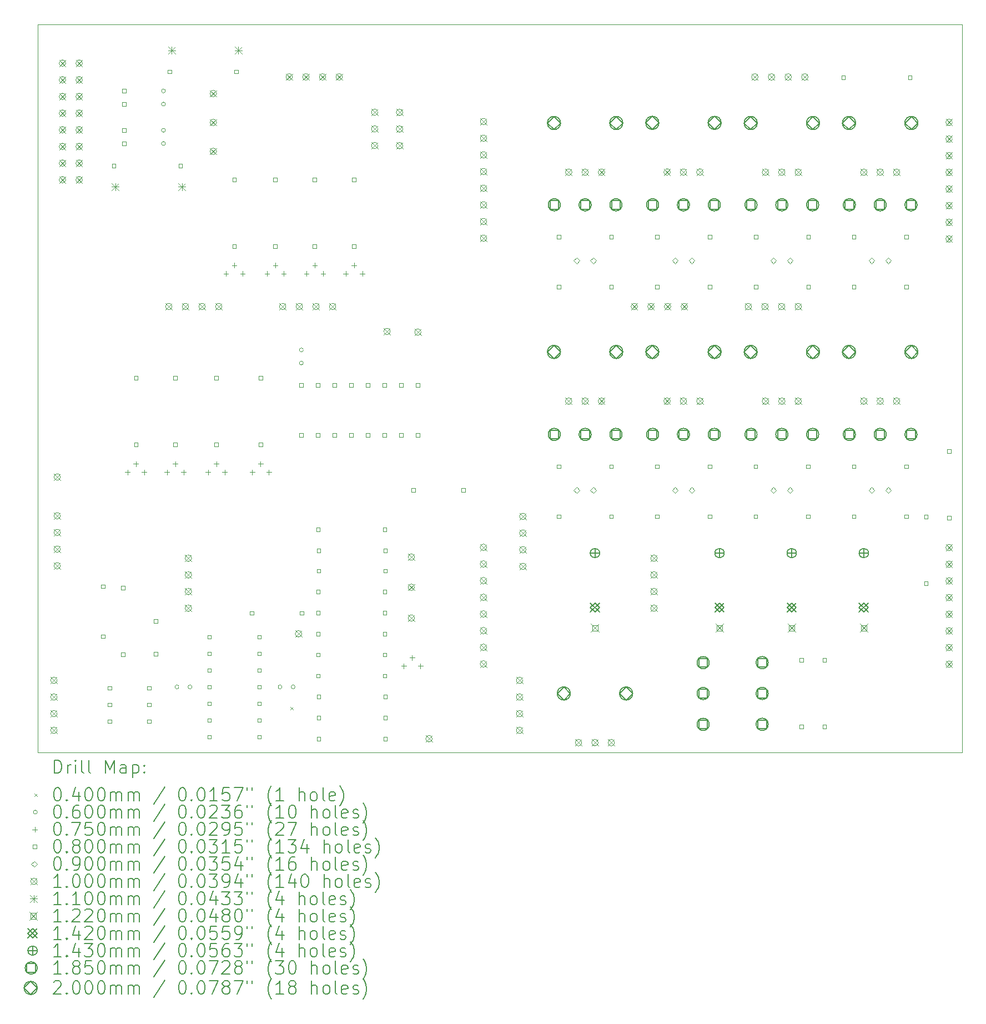
<source format=gbr>
%TF.GenerationSoftware,KiCad,Pcbnew,8.0.2-1*%
%TF.CreationDate,2024-05-10T10:04:37+02:00*%
%TF.ProjectId,sensei,73656e73-6569-42e6-9b69-6361645f7063,rev?*%
%TF.SameCoordinates,Original*%
%TF.FileFunction,Drillmap*%
%TF.FilePolarity,Positive*%
%FSLAX45Y45*%
G04 Gerber Fmt 4.5, Leading zero omitted, Abs format (unit mm)*
G04 Created by KiCad (PCBNEW 8.0.2-1) date 2024-05-10 10:04:37*
%MOMM*%
%LPD*%
G01*
G04 APERTURE LIST*
%ADD10C,0.100000*%
%ADD11C,0.200000*%
%ADD12C,0.110000*%
%ADD13C,0.122000*%
%ADD14C,0.142000*%
%ADD15C,0.143000*%
%ADD16C,0.185000*%
G04 APERTURE END LIST*
D10*
X5000000Y-5000000D02*
X19100000Y-5000000D01*
X19100000Y-16100000D01*
X5000000Y-16100000D01*
X5000000Y-5000000D01*
D11*
D10*
X8855000Y-15405000D02*
X8895000Y-15445000D01*
X8895000Y-15405000D02*
X8855000Y-15445000D01*
X6950000Y-6014000D02*
G75*
G02*
X6890000Y-6014000I-30000J0D01*
G01*
X6890000Y-6014000D02*
G75*
G02*
X6950000Y-6014000I30000J0D01*
G01*
X6950000Y-6214000D02*
G75*
G02*
X6890000Y-6214000I-30000J0D01*
G01*
X6890000Y-6214000D02*
G75*
G02*
X6950000Y-6214000I30000J0D01*
G01*
X6950000Y-6614000D02*
G75*
G02*
X6890000Y-6614000I-30000J0D01*
G01*
X6890000Y-6614000D02*
G75*
G02*
X6950000Y-6614000I30000J0D01*
G01*
X6950000Y-6814000D02*
G75*
G02*
X6890000Y-6814000I-30000J0D01*
G01*
X6890000Y-6814000D02*
G75*
G02*
X6950000Y-6814000I30000J0D01*
G01*
X7155000Y-15100000D02*
G75*
G02*
X7095000Y-15100000I-30000J0D01*
G01*
X7095000Y-15100000D02*
G75*
G02*
X7155000Y-15100000I30000J0D01*
G01*
X7355000Y-15100000D02*
G75*
G02*
X7295000Y-15100000I-30000J0D01*
G01*
X7295000Y-15100000D02*
G75*
G02*
X7355000Y-15100000I30000J0D01*
G01*
X8727260Y-15100000D02*
G75*
G02*
X8667260Y-15100000I-30000J0D01*
G01*
X8667260Y-15100000D02*
G75*
G02*
X8727260Y-15100000I30000J0D01*
G01*
X8927260Y-15100000D02*
G75*
G02*
X8867260Y-15100000I-30000J0D01*
G01*
X8867260Y-15100000D02*
G75*
G02*
X8927260Y-15100000I30000J0D01*
G01*
X9052000Y-9962000D02*
G75*
G02*
X8992000Y-9962000I-30000J0D01*
G01*
X8992000Y-9962000D02*
G75*
G02*
X9052000Y-9962000I30000J0D01*
G01*
X9052000Y-10162000D02*
G75*
G02*
X8992000Y-10162000I-30000J0D01*
G01*
X8992000Y-10162000D02*
G75*
G02*
X9052000Y-10162000I30000J0D01*
G01*
X6373000Y-11789500D02*
X6373000Y-11864500D01*
X6335500Y-11827000D02*
X6410500Y-11827000D01*
X6500000Y-11662500D02*
X6500000Y-11737500D01*
X6462500Y-11700000D02*
X6537500Y-11700000D01*
X6627000Y-11789500D02*
X6627000Y-11864500D01*
X6589500Y-11827000D02*
X6664500Y-11827000D01*
X6973000Y-11789500D02*
X6973000Y-11864500D01*
X6935500Y-11827000D02*
X7010500Y-11827000D01*
X7100000Y-11662500D02*
X7100000Y-11737500D01*
X7062500Y-11700000D02*
X7137500Y-11700000D01*
X7227000Y-11789500D02*
X7227000Y-11864500D01*
X7189500Y-11827000D02*
X7264500Y-11827000D01*
X7600000Y-11789500D02*
X7600000Y-11864500D01*
X7562500Y-11827000D02*
X7637500Y-11827000D01*
X7727000Y-11662500D02*
X7727000Y-11737500D01*
X7689500Y-11700000D02*
X7764500Y-11700000D01*
X7854000Y-11789500D02*
X7854000Y-11864500D01*
X7816500Y-11827000D02*
X7891500Y-11827000D01*
X7873000Y-8762500D02*
X7873000Y-8837500D01*
X7835500Y-8800000D02*
X7910500Y-8800000D01*
X8000000Y-8635500D02*
X8000000Y-8710500D01*
X7962500Y-8673000D02*
X8037500Y-8673000D01*
X8127000Y-8762500D02*
X8127000Y-8837500D01*
X8089500Y-8800000D02*
X8164500Y-8800000D01*
X8273000Y-11789500D02*
X8273000Y-11864500D01*
X8235500Y-11827000D02*
X8310500Y-11827000D01*
X8400000Y-11662500D02*
X8400000Y-11737500D01*
X8362500Y-11700000D02*
X8437500Y-11700000D01*
X8500000Y-8762500D02*
X8500000Y-8837500D01*
X8462500Y-8800000D02*
X8537500Y-8800000D01*
X8527000Y-11789500D02*
X8527000Y-11864500D01*
X8489500Y-11827000D02*
X8564500Y-11827000D01*
X8627000Y-8635500D02*
X8627000Y-8710500D01*
X8589500Y-8673000D02*
X8664500Y-8673000D01*
X8754000Y-8762500D02*
X8754000Y-8837500D01*
X8716500Y-8800000D02*
X8791500Y-8800000D01*
X9100000Y-8762500D02*
X9100000Y-8837500D01*
X9062500Y-8800000D02*
X9137500Y-8800000D01*
X9227000Y-8635500D02*
X9227000Y-8710500D01*
X9189500Y-8673000D02*
X9264500Y-8673000D01*
X9354000Y-8762500D02*
X9354000Y-8837500D01*
X9316500Y-8800000D02*
X9391500Y-8800000D01*
X9700000Y-8762500D02*
X9700000Y-8837500D01*
X9662500Y-8800000D02*
X9737500Y-8800000D01*
X9827000Y-8635500D02*
X9827000Y-8710500D01*
X9789500Y-8673000D02*
X9864500Y-8673000D01*
X9954000Y-8762500D02*
X9954000Y-8837500D01*
X9916500Y-8800000D02*
X9991500Y-8800000D01*
X10586000Y-14742500D02*
X10586000Y-14817500D01*
X10548500Y-14780000D02*
X10623500Y-14780000D01*
X10713000Y-14615500D02*
X10713000Y-14690500D01*
X10675500Y-14653000D02*
X10750500Y-14653000D01*
X10840000Y-14742500D02*
X10840000Y-14817500D01*
X10802500Y-14780000D02*
X10877500Y-14780000D01*
X6028284Y-13597284D02*
X6028284Y-13540715D01*
X5971715Y-13540715D01*
X5971715Y-13597284D01*
X6028284Y-13597284D01*
X6028284Y-14359284D02*
X6028284Y-14302715D01*
X5971715Y-14302715D01*
X5971715Y-14359284D01*
X6028284Y-14359284D01*
X6128284Y-15144284D02*
X6128284Y-15087715D01*
X6071715Y-15087715D01*
X6071715Y-15144284D01*
X6128284Y-15144284D01*
X6128284Y-15398284D02*
X6128284Y-15341715D01*
X6071715Y-15341715D01*
X6071715Y-15398284D01*
X6128284Y-15398284D01*
X6128284Y-15652284D02*
X6128284Y-15595715D01*
X6071715Y-15595715D01*
X6071715Y-15652284D01*
X6128284Y-15652284D01*
X6191284Y-7182284D02*
X6191284Y-7125715D01*
X6134715Y-7125715D01*
X6134715Y-7182284D01*
X6191284Y-7182284D01*
X6333284Y-13615284D02*
X6333284Y-13558715D01*
X6276715Y-13558715D01*
X6276715Y-13615284D01*
X6333284Y-13615284D01*
X6333284Y-14631284D02*
X6333284Y-14574715D01*
X6276715Y-14574715D01*
X6276715Y-14631284D01*
X6333284Y-14631284D01*
X6348284Y-6042284D02*
X6348284Y-5985715D01*
X6291715Y-5985715D01*
X6291715Y-6042284D01*
X6348284Y-6042284D01*
X6348284Y-6242284D02*
X6348284Y-6185715D01*
X6291715Y-6185715D01*
X6291715Y-6242284D01*
X6348284Y-6242284D01*
X6348284Y-6642284D02*
X6348284Y-6585715D01*
X6291715Y-6585715D01*
X6291715Y-6642284D01*
X6348284Y-6642284D01*
X6348284Y-6842284D02*
X6348284Y-6785715D01*
X6291715Y-6785715D01*
X6291715Y-6842284D01*
X6348284Y-6842284D01*
X6528284Y-10415285D02*
X6528284Y-10358716D01*
X6471715Y-10358716D01*
X6471715Y-10415285D01*
X6528284Y-10415285D01*
X6528284Y-11431284D02*
X6528284Y-11374715D01*
X6471715Y-11374715D01*
X6471715Y-11431284D01*
X6528284Y-11431284D01*
X6728284Y-15144284D02*
X6728284Y-15087715D01*
X6671715Y-15087715D01*
X6671715Y-15144284D01*
X6728284Y-15144284D01*
X6728284Y-15398284D02*
X6728284Y-15341715D01*
X6671715Y-15341715D01*
X6671715Y-15398284D01*
X6728284Y-15398284D01*
X6728284Y-15652284D02*
X6728284Y-15595715D01*
X6671715Y-15595715D01*
X6671715Y-15652284D01*
X6728284Y-15652284D01*
X6828284Y-14123784D02*
X6828284Y-14067215D01*
X6771715Y-14067215D01*
X6771715Y-14123784D01*
X6828284Y-14123784D01*
X6828284Y-14623784D02*
X6828284Y-14567215D01*
X6771715Y-14567215D01*
X6771715Y-14623784D01*
X6828284Y-14623784D01*
X7041284Y-5748284D02*
X7041284Y-5691715D01*
X6984715Y-5691715D01*
X6984715Y-5748284D01*
X7041284Y-5748284D01*
X7128284Y-10415285D02*
X7128284Y-10358716D01*
X7071715Y-10358716D01*
X7071715Y-10415285D01*
X7128284Y-10415285D01*
X7128284Y-11431284D02*
X7128284Y-11374715D01*
X7071715Y-11374715D01*
X7071715Y-11431284D01*
X7128284Y-11431284D01*
X7207284Y-7182284D02*
X7207284Y-7125715D01*
X7150715Y-7125715D01*
X7150715Y-7182284D01*
X7207284Y-7182284D01*
X7648284Y-14365784D02*
X7648284Y-14309215D01*
X7591715Y-14309215D01*
X7591715Y-14365784D01*
X7648284Y-14365784D01*
X7648284Y-14619784D02*
X7648284Y-14563215D01*
X7591715Y-14563215D01*
X7591715Y-14619784D01*
X7648284Y-14619784D01*
X7648284Y-14873784D02*
X7648284Y-14817215D01*
X7591715Y-14817215D01*
X7591715Y-14873784D01*
X7648284Y-14873784D01*
X7648284Y-15127784D02*
X7648284Y-15071215D01*
X7591715Y-15071215D01*
X7591715Y-15127784D01*
X7648284Y-15127784D01*
X7648284Y-15381784D02*
X7648284Y-15325215D01*
X7591715Y-15325215D01*
X7591715Y-15381784D01*
X7648284Y-15381784D01*
X7648284Y-15635784D02*
X7648284Y-15579215D01*
X7591715Y-15579215D01*
X7591715Y-15635784D01*
X7648284Y-15635784D01*
X7648284Y-15889784D02*
X7648284Y-15833215D01*
X7591715Y-15833215D01*
X7591715Y-15889784D01*
X7648284Y-15889784D01*
X7753284Y-10415285D02*
X7753284Y-10358716D01*
X7696715Y-10358716D01*
X7696715Y-10415285D01*
X7753284Y-10415285D01*
X7753284Y-11431284D02*
X7753284Y-11374715D01*
X7696715Y-11374715D01*
X7696715Y-11431284D01*
X7753284Y-11431284D01*
X8028284Y-7395284D02*
X8028284Y-7338715D01*
X7971715Y-7338715D01*
X7971715Y-7395284D01*
X8028284Y-7395284D01*
X8028284Y-8411285D02*
X8028284Y-8354715D01*
X7971715Y-8354715D01*
X7971715Y-8411285D01*
X8028284Y-8411285D01*
X8057284Y-5748284D02*
X8057284Y-5691715D01*
X8000715Y-5691715D01*
X8000715Y-5748284D01*
X8057284Y-5748284D01*
X8297284Y-14003284D02*
X8297284Y-13946715D01*
X8240715Y-13946715D01*
X8240715Y-14003284D01*
X8297284Y-14003284D01*
X8410285Y-14365784D02*
X8410285Y-14309215D01*
X8353715Y-14309215D01*
X8353715Y-14365784D01*
X8410285Y-14365784D01*
X8410285Y-14619784D02*
X8410285Y-14563215D01*
X8353715Y-14563215D01*
X8353715Y-14619784D01*
X8410285Y-14619784D01*
X8410285Y-14873784D02*
X8410285Y-14817215D01*
X8353715Y-14817215D01*
X8353715Y-14873784D01*
X8410285Y-14873784D01*
X8410285Y-15127784D02*
X8410285Y-15071215D01*
X8353715Y-15071215D01*
X8353715Y-15127784D01*
X8410285Y-15127784D01*
X8410285Y-15381784D02*
X8410285Y-15325215D01*
X8353715Y-15325215D01*
X8353715Y-15381784D01*
X8410285Y-15381784D01*
X8410285Y-15635784D02*
X8410285Y-15579215D01*
X8353715Y-15579215D01*
X8353715Y-15635784D01*
X8410285Y-15635784D01*
X8410285Y-15889784D02*
X8410285Y-15833215D01*
X8353715Y-15833215D01*
X8353715Y-15889784D01*
X8410285Y-15889784D01*
X8428285Y-10415285D02*
X8428285Y-10358716D01*
X8371715Y-10358716D01*
X8371715Y-10415285D01*
X8428285Y-10415285D01*
X8428285Y-11431284D02*
X8428285Y-11374715D01*
X8371715Y-11374715D01*
X8371715Y-11431284D01*
X8428285Y-11431284D01*
X8648285Y-7395284D02*
X8648285Y-7338715D01*
X8591716Y-7338715D01*
X8591716Y-7395284D01*
X8648285Y-7395284D01*
X8648285Y-8411285D02*
X8648285Y-8354715D01*
X8591716Y-8354715D01*
X8591716Y-8411285D01*
X8648285Y-8411285D01*
X9050285Y-10528285D02*
X9050285Y-10471716D01*
X8993716Y-10471716D01*
X8993716Y-10528285D01*
X9050285Y-10528285D01*
X9050285Y-11290284D02*
X9050285Y-11233715D01*
X8993716Y-11233715D01*
X8993716Y-11290284D01*
X9050285Y-11290284D01*
X9059285Y-14003284D02*
X9059285Y-13946715D01*
X9002716Y-13946715D01*
X9002716Y-14003284D01*
X9059285Y-14003284D01*
X9253285Y-7395284D02*
X9253285Y-7338715D01*
X9196716Y-7338715D01*
X9196716Y-7395284D01*
X9253285Y-7395284D01*
X9253285Y-8411285D02*
X9253285Y-8354715D01*
X9196716Y-8354715D01*
X9196716Y-8411285D01*
X9253285Y-8411285D01*
X9304285Y-10528285D02*
X9304285Y-10471716D01*
X9247716Y-10471716D01*
X9247716Y-10528285D01*
X9304285Y-10528285D01*
X9304285Y-11290284D02*
X9304285Y-11233715D01*
X9247716Y-11233715D01*
X9247716Y-11290284D01*
X9304285Y-11290284D01*
X9305285Y-12728284D02*
X9305285Y-12671715D01*
X9248716Y-12671715D01*
X9248716Y-12728284D01*
X9305285Y-12728284D01*
X9305285Y-13678284D02*
X9305285Y-13621715D01*
X9248716Y-13621715D01*
X9248716Y-13678284D01*
X9305285Y-13678284D01*
X9305285Y-13998284D02*
X9305285Y-13941715D01*
X9248716Y-13941715D01*
X9248716Y-13998284D01*
X9305285Y-13998284D01*
X9305285Y-14318284D02*
X9305285Y-14261715D01*
X9248716Y-14261715D01*
X9248716Y-14318284D01*
X9305285Y-14318284D01*
X9305285Y-14638284D02*
X9305285Y-14581715D01*
X9248716Y-14581715D01*
X9248716Y-14638284D01*
X9305285Y-14638284D01*
X9305285Y-14958284D02*
X9305285Y-14901715D01*
X9248716Y-14901715D01*
X9248716Y-14958284D01*
X9305285Y-14958284D01*
X9315285Y-13048284D02*
X9315285Y-12991715D01*
X9258716Y-12991715D01*
X9258716Y-13048284D01*
X9315285Y-13048284D01*
X9315285Y-13358284D02*
X9315285Y-13301715D01*
X9258716Y-13301715D01*
X9258716Y-13358284D01*
X9315285Y-13358284D01*
X9315285Y-15278284D02*
X9315285Y-15221715D01*
X9258716Y-15221715D01*
X9258716Y-15278284D01*
X9315285Y-15278284D01*
X9315285Y-15598284D02*
X9315285Y-15541715D01*
X9258716Y-15541715D01*
X9258716Y-15598284D01*
X9315285Y-15598284D01*
X9315285Y-15918284D02*
X9315285Y-15861715D01*
X9258716Y-15861715D01*
X9258716Y-15918284D01*
X9315285Y-15918284D01*
X9558285Y-10528285D02*
X9558285Y-10471716D01*
X9501716Y-10471716D01*
X9501716Y-10528285D01*
X9558285Y-10528285D01*
X9558285Y-11290284D02*
X9558285Y-11233715D01*
X9501716Y-11233715D01*
X9501716Y-11290284D01*
X9558285Y-11290284D01*
X9812285Y-10528285D02*
X9812285Y-10471716D01*
X9755716Y-10471716D01*
X9755716Y-10528285D01*
X9812285Y-10528285D01*
X9812285Y-11290284D02*
X9812285Y-11233715D01*
X9755716Y-11233715D01*
X9755716Y-11290284D01*
X9812285Y-11290284D01*
X9853285Y-7395284D02*
X9853285Y-7338715D01*
X9796716Y-7338715D01*
X9796716Y-7395284D01*
X9853285Y-7395284D01*
X9853285Y-8411285D02*
X9853285Y-8354715D01*
X9796716Y-8354715D01*
X9796716Y-8411285D01*
X9853285Y-8411285D01*
X10066285Y-10528285D02*
X10066285Y-10471716D01*
X10009716Y-10471716D01*
X10009716Y-10528285D01*
X10066285Y-10528285D01*
X10066285Y-11290284D02*
X10066285Y-11233715D01*
X10009716Y-11233715D01*
X10009716Y-11290284D01*
X10066285Y-11290284D01*
X10320285Y-10528285D02*
X10320285Y-10471716D01*
X10263716Y-10471716D01*
X10263716Y-10528285D01*
X10320285Y-10528285D01*
X10320285Y-11290284D02*
X10320285Y-11233715D01*
X10263716Y-11233715D01*
X10263716Y-11290284D01*
X10320285Y-11290284D01*
X10321285Y-12728284D02*
X10321285Y-12671715D01*
X10264716Y-12671715D01*
X10264716Y-12728284D01*
X10321285Y-12728284D01*
X10321285Y-13678284D02*
X10321285Y-13621715D01*
X10264716Y-13621715D01*
X10264716Y-13678284D01*
X10321285Y-13678284D01*
X10321285Y-13998284D02*
X10321285Y-13941715D01*
X10264716Y-13941715D01*
X10264716Y-13998284D01*
X10321285Y-13998284D01*
X10321285Y-14318284D02*
X10321285Y-14261715D01*
X10264716Y-14261715D01*
X10264716Y-14318284D01*
X10321285Y-14318284D01*
X10321285Y-14638284D02*
X10321285Y-14581715D01*
X10264716Y-14581715D01*
X10264716Y-14638284D01*
X10321285Y-14638284D01*
X10321285Y-14958284D02*
X10321285Y-14901715D01*
X10264716Y-14901715D01*
X10264716Y-14958284D01*
X10321285Y-14958284D01*
X10331285Y-13048284D02*
X10331285Y-12991715D01*
X10274716Y-12991715D01*
X10274716Y-13048284D01*
X10331285Y-13048284D01*
X10331285Y-13358284D02*
X10331285Y-13301715D01*
X10274716Y-13301715D01*
X10274716Y-13358284D01*
X10331285Y-13358284D01*
X10331285Y-15278284D02*
X10331285Y-15221715D01*
X10274716Y-15221715D01*
X10274716Y-15278284D01*
X10331285Y-15278284D01*
X10331285Y-15598284D02*
X10331285Y-15541715D01*
X10274716Y-15541715D01*
X10274716Y-15598284D01*
X10331285Y-15598284D01*
X10331285Y-15918284D02*
X10331285Y-15861715D01*
X10274716Y-15861715D01*
X10274716Y-15918284D01*
X10331285Y-15918284D01*
X10574285Y-10528285D02*
X10574285Y-10471716D01*
X10517716Y-10471716D01*
X10517716Y-10528285D01*
X10574285Y-10528285D01*
X10574285Y-11290284D02*
X10574285Y-11233715D01*
X10517716Y-11233715D01*
X10517716Y-11290284D01*
X10574285Y-11290284D01*
X10756285Y-12128284D02*
X10756285Y-12071715D01*
X10699716Y-12071715D01*
X10699716Y-12128284D01*
X10756285Y-12128284D01*
X10828285Y-10528285D02*
X10828285Y-10471716D01*
X10771716Y-10471716D01*
X10771716Y-10528285D01*
X10828285Y-10528285D01*
X10828285Y-11290284D02*
X10828285Y-11233715D01*
X10771716Y-11233715D01*
X10771716Y-11290284D01*
X10828285Y-11290284D01*
X11518284Y-12128284D02*
X11518284Y-12071715D01*
X11461715Y-12071715D01*
X11461715Y-12128284D01*
X11518284Y-12128284D01*
X12978284Y-8266284D02*
X12978284Y-8209715D01*
X12921715Y-8209715D01*
X12921715Y-8266284D01*
X12978284Y-8266284D01*
X12978284Y-9028285D02*
X12978284Y-8971716D01*
X12921715Y-8971716D01*
X12921715Y-9028285D01*
X12978284Y-9028285D01*
X12978284Y-11766284D02*
X12978284Y-11709715D01*
X12921715Y-11709715D01*
X12921715Y-11766284D01*
X12978284Y-11766284D01*
X12978284Y-12528284D02*
X12978284Y-12471715D01*
X12921715Y-12471715D01*
X12921715Y-12528284D01*
X12978284Y-12528284D01*
X13778284Y-8266284D02*
X13778284Y-8209715D01*
X13721715Y-8209715D01*
X13721715Y-8266284D01*
X13778284Y-8266284D01*
X13778284Y-9028285D02*
X13778284Y-8971716D01*
X13721715Y-8971716D01*
X13721715Y-9028285D01*
X13778284Y-9028285D01*
X13778284Y-11766284D02*
X13778284Y-11709715D01*
X13721715Y-11709715D01*
X13721715Y-11766284D01*
X13778284Y-11766284D01*
X13778284Y-12528284D02*
X13778284Y-12471715D01*
X13721715Y-12471715D01*
X13721715Y-12528284D01*
X13778284Y-12528284D01*
X14478284Y-8266284D02*
X14478284Y-8209715D01*
X14421715Y-8209715D01*
X14421715Y-8266284D01*
X14478284Y-8266284D01*
X14478284Y-9028285D02*
X14478284Y-8971716D01*
X14421715Y-8971716D01*
X14421715Y-9028285D01*
X14478284Y-9028285D01*
X14478284Y-11766284D02*
X14478284Y-11709715D01*
X14421715Y-11709715D01*
X14421715Y-11766284D01*
X14478284Y-11766284D01*
X14478284Y-12528284D02*
X14478284Y-12471715D01*
X14421715Y-12471715D01*
X14421715Y-12528284D01*
X14478284Y-12528284D01*
X15278284Y-8266284D02*
X15278284Y-8209715D01*
X15221715Y-8209715D01*
X15221715Y-8266284D01*
X15278284Y-8266284D01*
X15278284Y-9028285D02*
X15278284Y-8971716D01*
X15221715Y-8971716D01*
X15221715Y-9028285D01*
X15278284Y-9028285D01*
X15278284Y-11766284D02*
X15278284Y-11709715D01*
X15221715Y-11709715D01*
X15221715Y-11766284D01*
X15278284Y-11766284D01*
X15278284Y-12528284D02*
X15278284Y-12471715D01*
X15221715Y-12471715D01*
X15221715Y-12528284D01*
X15278284Y-12528284D01*
X15978284Y-11766284D02*
X15978284Y-11709715D01*
X15921715Y-11709715D01*
X15921715Y-11766284D01*
X15978284Y-11766284D01*
X15978284Y-12528284D02*
X15978284Y-12471715D01*
X15921715Y-12471715D01*
X15921715Y-12528284D01*
X15978284Y-12528284D01*
X15982284Y-8266284D02*
X15982284Y-8209715D01*
X15925715Y-8209715D01*
X15925715Y-8266284D01*
X15982284Y-8266284D01*
X15982284Y-9028285D02*
X15982284Y-8971716D01*
X15925715Y-8971716D01*
X15925715Y-9028285D01*
X15982284Y-9028285D01*
X16678284Y-14717284D02*
X16678284Y-14660715D01*
X16621715Y-14660715D01*
X16621715Y-14717284D01*
X16678284Y-14717284D01*
X16678284Y-15733284D02*
X16678284Y-15676715D01*
X16621715Y-15676715D01*
X16621715Y-15733284D01*
X16678284Y-15733284D01*
X16780785Y-11766284D02*
X16780785Y-11709715D01*
X16724215Y-11709715D01*
X16724215Y-11766284D01*
X16780785Y-11766284D01*
X16780785Y-12528284D02*
X16780785Y-12471715D01*
X16724215Y-12471715D01*
X16724215Y-12528284D01*
X16780785Y-12528284D01*
X16782285Y-8266284D02*
X16782285Y-8209715D01*
X16725715Y-8209715D01*
X16725715Y-8266284D01*
X16782285Y-8266284D01*
X16782285Y-9028285D02*
X16782285Y-8971716D01*
X16725715Y-8971716D01*
X16725715Y-9028285D01*
X16782285Y-9028285D01*
X17028285Y-14717284D02*
X17028285Y-14660715D01*
X16971716Y-14660715D01*
X16971716Y-14717284D01*
X17028285Y-14717284D01*
X17028285Y-15733284D02*
X17028285Y-15676715D01*
X16971716Y-15676715D01*
X16971716Y-15733284D01*
X17028285Y-15733284D01*
X17317285Y-5838284D02*
X17317285Y-5781715D01*
X17260716Y-5781715D01*
X17260716Y-5838284D01*
X17317285Y-5838284D01*
X17478285Y-8266284D02*
X17478285Y-8209715D01*
X17421716Y-8209715D01*
X17421716Y-8266284D01*
X17478285Y-8266284D01*
X17478285Y-9028285D02*
X17478285Y-8971716D01*
X17421716Y-8971716D01*
X17421716Y-9028285D01*
X17478285Y-9028285D01*
X17478285Y-11766284D02*
X17478285Y-11709715D01*
X17421716Y-11709715D01*
X17421716Y-11766284D01*
X17478285Y-11766284D01*
X17478285Y-12528284D02*
X17478285Y-12471715D01*
X17421716Y-12471715D01*
X17421716Y-12528284D01*
X17478285Y-12528284D01*
X18278285Y-8266284D02*
X18278285Y-8209715D01*
X18221716Y-8209715D01*
X18221716Y-8266284D01*
X18278285Y-8266284D01*
X18278285Y-9028285D02*
X18278285Y-8971716D01*
X18221716Y-8971716D01*
X18221716Y-9028285D01*
X18278285Y-9028285D01*
X18278285Y-11766284D02*
X18278285Y-11709715D01*
X18221716Y-11709715D01*
X18221716Y-11766284D01*
X18278285Y-11766284D01*
X18278285Y-12528284D02*
X18278285Y-12471715D01*
X18221716Y-12471715D01*
X18221716Y-12528284D01*
X18278285Y-12528284D01*
X18333285Y-5838284D02*
X18333285Y-5781715D01*
X18276716Y-5781715D01*
X18276716Y-5838284D01*
X18333285Y-5838284D01*
X18578285Y-12535284D02*
X18578285Y-12478715D01*
X18521716Y-12478715D01*
X18521716Y-12535284D01*
X18578285Y-12535284D01*
X18578285Y-13551284D02*
X18578285Y-13494715D01*
X18521716Y-13494715D01*
X18521716Y-13551284D01*
X18578285Y-13551284D01*
X18928285Y-11533284D02*
X18928285Y-11476715D01*
X18871716Y-11476715D01*
X18871716Y-11533284D01*
X18928285Y-11533284D01*
X18928285Y-12549284D02*
X18928285Y-12492715D01*
X18871716Y-12492715D01*
X18871716Y-12549284D01*
X18928285Y-12549284D01*
X13221000Y-8645000D02*
X13266000Y-8600000D01*
X13221000Y-8555000D01*
X13176000Y-8600000D01*
X13221000Y-8645000D01*
X13221000Y-12145000D02*
X13266000Y-12100000D01*
X13221000Y-12055000D01*
X13176000Y-12100000D01*
X13221000Y-12145000D01*
X13475000Y-8645000D02*
X13520000Y-8600000D01*
X13475000Y-8555000D01*
X13430000Y-8600000D01*
X13475000Y-8645000D01*
X13475000Y-12145000D02*
X13520000Y-12100000D01*
X13475000Y-12055000D01*
X13430000Y-12100000D01*
X13475000Y-12145000D01*
X14721000Y-8645000D02*
X14766000Y-8600000D01*
X14721000Y-8555000D01*
X14676000Y-8600000D01*
X14721000Y-8645000D01*
X14721000Y-12145000D02*
X14766000Y-12100000D01*
X14721000Y-12055000D01*
X14676000Y-12100000D01*
X14721000Y-12145000D01*
X14975000Y-8645000D02*
X15020000Y-8600000D01*
X14975000Y-8555000D01*
X14930000Y-8600000D01*
X14975000Y-8645000D01*
X14975000Y-12145000D02*
X15020000Y-12100000D01*
X14975000Y-12055000D01*
X14930000Y-12100000D01*
X14975000Y-12145000D01*
X16221000Y-8645000D02*
X16266000Y-8600000D01*
X16221000Y-8555000D01*
X16176000Y-8600000D01*
X16221000Y-8645000D01*
X16221000Y-12145000D02*
X16266000Y-12100000D01*
X16221000Y-12055000D01*
X16176000Y-12100000D01*
X16221000Y-12145000D01*
X16475000Y-8645000D02*
X16520000Y-8600000D01*
X16475000Y-8555000D01*
X16430000Y-8600000D01*
X16475000Y-8645000D01*
X16475000Y-12145000D02*
X16520000Y-12100000D01*
X16475000Y-12055000D01*
X16430000Y-12100000D01*
X16475000Y-12145000D01*
X17721000Y-8645000D02*
X17766000Y-8600000D01*
X17721000Y-8555000D01*
X17676000Y-8600000D01*
X17721000Y-8645000D01*
X17721000Y-12145000D02*
X17766000Y-12100000D01*
X17721000Y-12055000D01*
X17676000Y-12100000D01*
X17721000Y-12145000D01*
X17975000Y-8645000D02*
X18020000Y-8600000D01*
X17975000Y-8555000D01*
X17930000Y-8600000D01*
X17975000Y-8645000D01*
X17975000Y-12145000D02*
X18020000Y-12100000D01*
X17975000Y-12055000D01*
X17930000Y-12100000D01*
X17975000Y-12145000D01*
X5200000Y-14950000D02*
X5300000Y-15050000D01*
X5300000Y-14950000D02*
X5200000Y-15050000D01*
X5300000Y-15000000D02*
G75*
G02*
X5200000Y-15000000I-50000J0D01*
G01*
X5200000Y-15000000D02*
G75*
G02*
X5300000Y-15000000I50000J0D01*
G01*
X5200000Y-15204000D02*
X5300000Y-15304000D01*
X5300000Y-15204000D02*
X5200000Y-15304000D01*
X5300000Y-15254000D02*
G75*
G02*
X5200000Y-15254000I-50000J0D01*
G01*
X5200000Y-15254000D02*
G75*
G02*
X5300000Y-15254000I50000J0D01*
G01*
X5200000Y-15458000D02*
X5300000Y-15558000D01*
X5300000Y-15458000D02*
X5200000Y-15558000D01*
X5300000Y-15508000D02*
G75*
G02*
X5200000Y-15508000I-50000J0D01*
G01*
X5200000Y-15508000D02*
G75*
G02*
X5300000Y-15508000I50000J0D01*
G01*
X5200000Y-15712000D02*
X5300000Y-15812000D01*
X5300000Y-15712000D02*
X5200000Y-15812000D01*
X5300000Y-15762000D02*
G75*
G02*
X5200000Y-15762000I-50000J0D01*
G01*
X5200000Y-15762000D02*
G75*
G02*
X5300000Y-15762000I50000J0D01*
G01*
X5250000Y-11850000D02*
X5350000Y-11950000D01*
X5350000Y-11850000D02*
X5250000Y-11950000D01*
X5350000Y-11900000D02*
G75*
G02*
X5250000Y-11900000I-50000J0D01*
G01*
X5250000Y-11900000D02*
G75*
G02*
X5350000Y-11900000I50000J0D01*
G01*
X5250000Y-12442000D02*
X5350000Y-12542000D01*
X5350000Y-12442000D02*
X5250000Y-12542000D01*
X5350000Y-12492000D02*
G75*
G02*
X5250000Y-12492000I-50000J0D01*
G01*
X5250000Y-12492000D02*
G75*
G02*
X5350000Y-12492000I50000J0D01*
G01*
X5250000Y-12696000D02*
X5350000Y-12796000D01*
X5350000Y-12696000D02*
X5250000Y-12796000D01*
X5350000Y-12746000D02*
G75*
G02*
X5250000Y-12746000I-50000J0D01*
G01*
X5250000Y-12746000D02*
G75*
G02*
X5350000Y-12746000I50000J0D01*
G01*
X5250000Y-12950000D02*
X5350000Y-13050000D01*
X5350000Y-12950000D02*
X5250000Y-13050000D01*
X5350000Y-13000000D02*
G75*
G02*
X5250000Y-13000000I-50000J0D01*
G01*
X5250000Y-13000000D02*
G75*
G02*
X5350000Y-13000000I50000J0D01*
G01*
X5250000Y-13204000D02*
X5350000Y-13304000D01*
X5350000Y-13204000D02*
X5250000Y-13304000D01*
X5350000Y-13254000D02*
G75*
G02*
X5250000Y-13254000I-50000J0D01*
G01*
X5250000Y-13254000D02*
G75*
G02*
X5350000Y-13254000I50000J0D01*
G01*
X5330000Y-5540000D02*
X5430000Y-5640000D01*
X5430000Y-5540000D02*
X5330000Y-5640000D01*
X5430000Y-5590000D02*
G75*
G02*
X5330000Y-5590000I-50000J0D01*
G01*
X5330000Y-5590000D02*
G75*
G02*
X5430000Y-5590000I50000J0D01*
G01*
X5330000Y-5794000D02*
X5430000Y-5894000D01*
X5430000Y-5794000D02*
X5330000Y-5894000D01*
X5430000Y-5844000D02*
G75*
G02*
X5330000Y-5844000I-50000J0D01*
G01*
X5330000Y-5844000D02*
G75*
G02*
X5430000Y-5844000I50000J0D01*
G01*
X5330000Y-6048000D02*
X5430000Y-6148000D01*
X5430000Y-6048000D02*
X5330000Y-6148000D01*
X5430000Y-6098000D02*
G75*
G02*
X5330000Y-6098000I-50000J0D01*
G01*
X5330000Y-6098000D02*
G75*
G02*
X5430000Y-6098000I50000J0D01*
G01*
X5330000Y-6302000D02*
X5430000Y-6402000D01*
X5430000Y-6302000D02*
X5330000Y-6402000D01*
X5430000Y-6352000D02*
G75*
G02*
X5330000Y-6352000I-50000J0D01*
G01*
X5330000Y-6352000D02*
G75*
G02*
X5430000Y-6352000I50000J0D01*
G01*
X5330000Y-6556000D02*
X5430000Y-6656000D01*
X5430000Y-6556000D02*
X5330000Y-6656000D01*
X5430000Y-6606000D02*
G75*
G02*
X5330000Y-6606000I-50000J0D01*
G01*
X5330000Y-6606000D02*
G75*
G02*
X5430000Y-6606000I50000J0D01*
G01*
X5330000Y-6810000D02*
X5430000Y-6910000D01*
X5430000Y-6810000D02*
X5330000Y-6910000D01*
X5430000Y-6860000D02*
G75*
G02*
X5330000Y-6860000I-50000J0D01*
G01*
X5330000Y-6860000D02*
G75*
G02*
X5430000Y-6860000I50000J0D01*
G01*
X5330000Y-7064000D02*
X5430000Y-7164000D01*
X5430000Y-7064000D02*
X5330000Y-7164000D01*
X5430000Y-7114000D02*
G75*
G02*
X5330000Y-7114000I-50000J0D01*
G01*
X5330000Y-7114000D02*
G75*
G02*
X5430000Y-7114000I50000J0D01*
G01*
X5330000Y-7318000D02*
X5430000Y-7418000D01*
X5430000Y-7318000D02*
X5330000Y-7418000D01*
X5430000Y-7368000D02*
G75*
G02*
X5330000Y-7368000I-50000J0D01*
G01*
X5330000Y-7368000D02*
G75*
G02*
X5430000Y-7368000I50000J0D01*
G01*
X5584000Y-5540000D02*
X5684000Y-5640000D01*
X5684000Y-5540000D02*
X5584000Y-5640000D01*
X5684000Y-5590000D02*
G75*
G02*
X5584000Y-5590000I-50000J0D01*
G01*
X5584000Y-5590000D02*
G75*
G02*
X5684000Y-5590000I50000J0D01*
G01*
X5584000Y-5794000D02*
X5684000Y-5894000D01*
X5684000Y-5794000D02*
X5584000Y-5894000D01*
X5684000Y-5844000D02*
G75*
G02*
X5584000Y-5844000I-50000J0D01*
G01*
X5584000Y-5844000D02*
G75*
G02*
X5684000Y-5844000I50000J0D01*
G01*
X5584000Y-6048000D02*
X5684000Y-6148000D01*
X5684000Y-6048000D02*
X5584000Y-6148000D01*
X5684000Y-6098000D02*
G75*
G02*
X5584000Y-6098000I-50000J0D01*
G01*
X5584000Y-6098000D02*
G75*
G02*
X5684000Y-6098000I50000J0D01*
G01*
X5584000Y-6302000D02*
X5684000Y-6402000D01*
X5684000Y-6302000D02*
X5584000Y-6402000D01*
X5684000Y-6352000D02*
G75*
G02*
X5584000Y-6352000I-50000J0D01*
G01*
X5584000Y-6352000D02*
G75*
G02*
X5684000Y-6352000I50000J0D01*
G01*
X5584000Y-6556000D02*
X5684000Y-6656000D01*
X5684000Y-6556000D02*
X5584000Y-6656000D01*
X5684000Y-6606000D02*
G75*
G02*
X5584000Y-6606000I-50000J0D01*
G01*
X5584000Y-6606000D02*
G75*
G02*
X5684000Y-6606000I50000J0D01*
G01*
X5584000Y-6810000D02*
X5684000Y-6910000D01*
X5684000Y-6810000D02*
X5584000Y-6910000D01*
X5684000Y-6860000D02*
G75*
G02*
X5584000Y-6860000I-50000J0D01*
G01*
X5584000Y-6860000D02*
G75*
G02*
X5684000Y-6860000I50000J0D01*
G01*
X5584000Y-7064000D02*
X5684000Y-7164000D01*
X5684000Y-7064000D02*
X5584000Y-7164000D01*
X5684000Y-7114000D02*
G75*
G02*
X5584000Y-7114000I-50000J0D01*
G01*
X5584000Y-7114000D02*
G75*
G02*
X5684000Y-7114000I50000J0D01*
G01*
X5584000Y-7318000D02*
X5684000Y-7418000D01*
X5684000Y-7318000D02*
X5584000Y-7418000D01*
X5684000Y-7368000D02*
G75*
G02*
X5584000Y-7368000I-50000J0D01*
G01*
X5584000Y-7368000D02*
G75*
G02*
X5684000Y-7368000I50000J0D01*
G01*
X6950000Y-9250000D02*
X7050000Y-9350000D01*
X7050000Y-9250000D02*
X6950000Y-9350000D01*
X7050000Y-9300000D02*
G75*
G02*
X6950000Y-9300000I-50000J0D01*
G01*
X6950000Y-9300000D02*
G75*
G02*
X7050000Y-9300000I50000J0D01*
G01*
X7204000Y-9250000D02*
X7304000Y-9350000D01*
X7304000Y-9250000D02*
X7204000Y-9350000D01*
X7304000Y-9300000D02*
G75*
G02*
X7204000Y-9300000I-50000J0D01*
G01*
X7204000Y-9300000D02*
G75*
G02*
X7304000Y-9300000I50000J0D01*
G01*
X7250000Y-13088000D02*
X7350000Y-13188000D01*
X7350000Y-13088000D02*
X7250000Y-13188000D01*
X7350000Y-13138000D02*
G75*
G02*
X7250000Y-13138000I-50000J0D01*
G01*
X7250000Y-13138000D02*
G75*
G02*
X7350000Y-13138000I50000J0D01*
G01*
X7250000Y-13342000D02*
X7350000Y-13442000D01*
X7350000Y-13342000D02*
X7250000Y-13442000D01*
X7350000Y-13392000D02*
G75*
G02*
X7250000Y-13392000I-50000J0D01*
G01*
X7250000Y-13392000D02*
G75*
G02*
X7350000Y-13392000I50000J0D01*
G01*
X7250000Y-13596000D02*
X7350000Y-13696000D01*
X7350000Y-13596000D02*
X7250000Y-13696000D01*
X7350000Y-13646000D02*
G75*
G02*
X7250000Y-13646000I-50000J0D01*
G01*
X7250000Y-13646000D02*
G75*
G02*
X7350000Y-13646000I50000J0D01*
G01*
X7250000Y-13850000D02*
X7350000Y-13950000D01*
X7350000Y-13850000D02*
X7250000Y-13950000D01*
X7350000Y-13900000D02*
G75*
G02*
X7250000Y-13900000I-50000J0D01*
G01*
X7250000Y-13900000D02*
G75*
G02*
X7350000Y-13900000I50000J0D01*
G01*
X7458000Y-9250000D02*
X7558000Y-9350000D01*
X7558000Y-9250000D02*
X7458000Y-9350000D01*
X7558000Y-9300000D02*
G75*
G02*
X7458000Y-9300000I-50000J0D01*
G01*
X7458000Y-9300000D02*
G75*
G02*
X7558000Y-9300000I50000J0D01*
G01*
X7630000Y-6004000D02*
X7730000Y-6104000D01*
X7730000Y-6004000D02*
X7630000Y-6104000D01*
X7730000Y-6054000D02*
G75*
G02*
X7630000Y-6054000I-50000J0D01*
G01*
X7630000Y-6054000D02*
G75*
G02*
X7730000Y-6054000I50000J0D01*
G01*
X7630000Y-6444000D02*
X7730000Y-6544000D01*
X7730000Y-6444000D02*
X7630000Y-6544000D01*
X7730000Y-6494000D02*
G75*
G02*
X7630000Y-6494000I-50000J0D01*
G01*
X7630000Y-6494000D02*
G75*
G02*
X7730000Y-6494000I50000J0D01*
G01*
X7630000Y-6884000D02*
X7730000Y-6984000D01*
X7730000Y-6884000D02*
X7630000Y-6984000D01*
X7730000Y-6934000D02*
G75*
G02*
X7630000Y-6934000I-50000J0D01*
G01*
X7630000Y-6934000D02*
G75*
G02*
X7730000Y-6934000I50000J0D01*
G01*
X7712000Y-9250000D02*
X7812000Y-9350000D01*
X7812000Y-9250000D02*
X7712000Y-9350000D01*
X7812000Y-9300000D02*
G75*
G02*
X7712000Y-9300000I-50000J0D01*
G01*
X7712000Y-9300000D02*
G75*
G02*
X7812000Y-9300000I50000J0D01*
G01*
X8688000Y-9250000D02*
X8788000Y-9350000D01*
X8788000Y-9250000D02*
X8688000Y-9350000D01*
X8788000Y-9300000D02*
G75*
G02*
X8688000Y-9300000I-50000J0D01*
G01*
X8688000Y-9300000D02*
G75*
G02*
X8788000Y-9300000I50000J0D01*
G01*
X8788000Y-5750000D02*
X8888000Y-5850000D01*
X8888000Y-5750000D02*
X8788000Y-5850000D01*
X8888000Y-5800000D02*
G75*
G02*
X8788000Y-5800000I-50000J0D01*
G01*
X8788000Y-5800000D02*
G75*
G02*
X8888000Y-5800000I50000J0D01*
G01*
X8930000Y-14240000D02*
X9030000Y-14340000D01*
X9030000Y-14240000D02*
X8930000Y-14340000D01*
X9030000Y-14290000D02*
G75*
G02*
X8930000Y-14290000I-50000J0D01*
G01*
X8930000Y-14290000D02*
G75*
G02*
X9030000Y-14290000I50000J0D01*
G01*
X8942000Y-9250000D02*
X9042000Y-9350000D01*
X9042000Y-9250000D02*
X8942000Y-9350000D01*
X9042000Y-9300000D02*
G75*
G02*
X8942000Y-9300000I-50000J0D01*
G01*
X8942000Y-9300000D02*
G75*
G02*
X9042000Y-9300000I50000J0D01*
G01*
X9042000Y-5750000D02*
X9142000Y-5850000D01*
X9142000Y-5750000D02*
X9042000Y-5850000D01*
X9142000Y-5800000D02*
G75*
G02*
X9042000Y-5800000I-50000J0D01*
G01*
X9042000Y-5800000D02*
G75*
G02*
X9142000Y-5800000I50000J0D01*
G01*
X9196000Y-9250000D02*
X9296000Y-9350000D01*
X9296000Y-9250000D02*
X9196000Y-9350000D01*
X9296000Y-9300000D02*
G75*
G02*
X9196000Y-9300000I-50000J0D01*
G01*
X9196000Y-9300000D02*
G75*
G02*
X9296000Y-9300000I50000J0D01*
G01*
X9296000Y-5750000D02*
X9396000Y-5850000D01*
X9396000Y-5750000D02*
X9296000Y-5850000D01*
X9396000Y-5800000D02*
G75*
G02*
X9296000Y-5800000I-50000J0D01*
G01*
X9296000Y-5800000D02*
G75*
G02*
X9396000Y-5800000I50000J0D01*
G01*
X9450000Y-9250000D02*
X9550000Y-9350000D01*
X9550000Y-9250000D02*
X9450000Y-9350000D01*
X9550000Y-9300000D02*
G75*
G02*
X9450000Y-9300000I-50000J0D01*
G01*
X9450000Y-9300000D02*
G75*
G02*
X9550000Y-9300000I50000J0D01*
G01*
X9550000Y-5750000D02*
X9650000Y-5850000D01*
X9650000Y-5750000D02*
X9550000Y-5850000D01*
X9650000Y-5800000D02*
G75*
G02*
X9550000Y-5800000I-50000J0D01*
G01*
X9550000Y-5800000D02*
G75*
G02*
X9650000Y-5800000I50000J0D01*
G01*
X10090000Y-6288000D02*
X10190000Y-6388000D01*
X10190000Y-6288000D02*
X10090000Y-6388000D01*
X10190000Y-6338000D02*
G75*
G02*
X10090000Y-6338000I-50000J0D01*
G01*
X10090000Y-6338000D02*
G75*
G02*
X10190000Y-6338000I50000J0D01*
G01*
X10090000Y-6542000D02*
X10190000Y-6642000D01*
X10190000Y-6542000D02*
X10090000Y-6642000D01*
X10190000Y-6592000D02*
G75*
G02*
X10090000Y-6592000I-50000J0D01*
G01*
X10090000Y-6592000D02*
G75*
G02*
X10190000Y-6592000I50000J0D01*
G01*
X10090000Y-6796000D02*
X10190000Y-6896000D01*
X10190000Y-6796000D02*
X10090000Y-6896000D01*
X10190000Y-6846000D02*
G75*
G02*
X10090000Y-6846000I-50000J0D01*
G01*
X10090000Y-6846000D02*
G75*
G02*
X10190000Y-6846000I50000J0D01*
G01*
X10280000Y-9630000D02*
X10380000Y-9730000D01*
X10380000Y-9630000D02*
X10280000Y-9730000D01*
X10380000Y-9680000D02*
G75*
G02*
X10280000Y-9680000I-50000J0D01*
G01*
X10280000Y-9680000D02*
G75*
G02*
X10380000Y-9680000I50000J0D01*
G01*
X10470000Y-6290000D02*
X10570000Y-6390000D01*
X10570000Y-6290000D02*
X10470000Y-6390000D01*
X10570000Y-6340000D02*
G75*
G02*
X10470000Y-6340000I-50000J0D01*
G01*
X10470000Y-6340000D02*
G75*
G02*
X10570000Y-6340000I50000J0D01*
G01*
X10470000Y-6544000D02*
X10570000Y-6644000D01*
X10570000Y-6544000D02*
X10470000Y-6644000D01*
X10570000Y-6594000D02*
G75*
G02*
X10470000Y-6594000I-50000J0D01*
G01*
X10470000Y-6594000D02*
G75*
G02*
X10570000Y-6594000I50000J0D01*
G01*
X10470000Y-6798000D02*
X10570000Y-6898000D01*
X10570000Y-6798000D02*
X10470000Y-6898000D01*
X10570000Y-6848000D02*
G75*
G02*
X10470000Y-6848000I-50000J0D01*
G01*
X10470000Y-6848000D02*
G75*
G02*
X10570000Y-6848000I50000J0D01*
G01*
X10650000Y-13070000D02*
X10750000Y-13170000D01*
X10750000Y-13070000D02*
X10650000Y-13170000D01*
X10750000Y-13120000D02*
G75*
G02*
X10650000Y-13120000I-50000J0D01*
G01*
X10650000Y-13120000D02*
G75*
G02*
X10750000Y-13120000I50000J0D01*
G01*
X10650000Y-13530000D02*
X10750000Y-13630000D01*
X10750000Y-13530000D02*
X10650000Y-13630000D01*
X10750000Y-13580000D02*
G75*
G02*
X10650000Y-13580000I-50000J0D01*
G01*
X10650000Y-13580000D02*
G75*
G02*
X10750000Y-13580000I50000J0D01*
G01*
X10650000Y-14000000D02*
X10750000Y-14100000D01*
X10750000Y-14000000D02*
X10650000Y-14100000D01*
X10750000Y-14050000D02*
G75*
G02*
X10650000Y-14050000I-50000J0D01*
G01*
X10650000Y-14050000D02*
G75*
G02*
X10750000Y-14050000I50000J0D01*
G01*
X10750000Y-9640000D02*
X10850000Y-9740000D01*
X10850000Y-9640000D02*
X10750000Y-9740000D01*
X10850000Y-9690000D02*
G75*
G02*
X10750000Y-9690000I-50000J0D01*
G01*
X10750000Y-9690000D02*
G75*
G02*
X10850000Y-9690000I50000J0D01*
G01*
X10920000Y-15840000D02*
X11020000Y-15940000D01*
X11020000Y-15840000D02*
X10920000Y-15940000D01*
X11020000Y-15890000D02*
G75*
G02*
X10920000Y-15890000I-50000J0D01*
G01*
X10920000Y-15890000D02*
G75*
G02*
X11020000Y-15890000I50000J0D01*
G01*
X11750000Y-6430000D02*
X11850000Y-6530000D01*
X11850000Y-6430000D02*
X11750000Y-6530000D01*
X11850000Y-6480000D02*
G75*
G02*
X11750000Y-6480000I-50000J0D01*
G01*
X11750000Y-6480000D02*
G75*
G02*
X11850000Y-6480000I50000J0D01*
G01*
X11750000Y-6684000D02*
X11850000Y-6784000D01*
X11850000Y-6684000D02*
X11750000Y-6784000D01*
X11850000Y-6734000D02*
G75*
G02*
X11750000Y-6734000I-50000J0D01*
G01*
X11750000Y-6734000D02*
G75*
G02*
X11850000Y-6734000I50000J0D01*
G01*
X11750000Y-6938000D02*
X11850000Y-7038000D01*
X11850000Y-6938000D02*
X11750000Y-7038000D01*
X11850000Y-6988000D02*
G75*
G02*
X11750000Y-6988000I-50000J0D01*
G01*
X11750000Y-6988000D02*
G75*
G02*
X11850000Y-6988000I50000J0D01*
G01*
X11750000Y-7192000D02*
X11850000Y-7292000D01*
X11850000Y-7192000D02*
X11750000Y-7292000D01*
X11850000Y-7242000D02*
G75*
G02*
X11750000Y-7242000I-50000J0D01*
G01*
X11750000Y-7242000D02*
G75*
G02*
X11850000Y-7242000I50000J0D01*
G01*
X11750000Y-7446000D02*
X11850000Y-7546000D01*
X11850000Y-7446000D02*
X11750000Y-7546000D01*
X11850000Y-7496000D02*
G75*
G02*
X11750000Y-7496000I-50000J0D01*
G01*
X11750000Y-7496000D02*
G75*
G02*
X11850000Y-7496000I50000J0D01*
G01*
X11750000Y-7700000D02*
X11850000Y-7800000D01*
X11850000Y-7700000D02*
X11750000Y-7800000D01*
X11850000Y-7750000D02*
G75*
G02*
X11750000Y-7750000I-50000J0D01*
G01*
X11750000Y-7750000D02*
G75*
G02*
X11850000Y-7750000I50000J0D01*
G01*
X11750000Y-7954000D02*
X11850000Y-8054000D01*
X11850000Y-7954000D02*
X11750000Y-8054000D01*
X11850000Y-8004000D02*
G75*
G02*
X11750000Y-8004000I-50000J0D01*
G01*
X11750000Y-8004000D02*
G75*
G02*
X11850000Y-8004000I50000J0D01*
G01*
X11750000Y-8208000D02*
X11850000Y-8308000D01*
X11850000Y-8208000D02*
X11750000Y-8308000D01*
X11850000Y-8258000D02*
G75*
G02*
X11750000Y-8258000I-50000J0D01*
G01*
X11750000Y-8258000D02*
G75*
G02*
X11850000Y-8258000I50000J0D01*
G01*
X11750000Y-12922000D02*
X11850000Y-13022000D01*
X11850000Y-12922000D02*
X11750000Y-13022000D01*
X11850000Y-12972000D02*
G75*
G02*
X11750000Y-12972000I-50000J0D01*
G01*
X11750000Y-12972000D02*
G75*
G02*
X11850000Y-12972000I50000J0D01*
G01*
X11750000Y-13176000D02*
X11850000Y-13276000D01*
X11850000Y-13176000D02*
X11750000Y-13276000D01*
X11850000Y-13226000D02*
G75*
G02*
X11750000Y-13226000I-50000J0D01*
G01*
X11750000Y-13226000D02*
G75*
G02*
X11850000Y-13226000I50000J0D01*
G01*
X11750000Y-13430000D02*
X11850000Y-13530000D01*
X11850000Y-13430000D02*
X11750000Y-13530000D01*
X11850000Y-13480000D02*
G75*
G02*
X11750000Y-13480000I-50000J0D01*
G01*
X11750000Y-13480000D02*
G75*
G02*
X11850000Y-13480000I50000J0D01*
G01*
X11750000Y-13684000D02*
X11850000Y-13784000D01*
X11850000Y-13684000D02*
X11750000Y-13784000D01*
X11850000Y-13734000D02*
G75*
G02*
X11750000Y-13734000I-50000J0D01*
G01*
X11750000Y-13734000D02*
G75*
G02*
X11850000Y-13734000I50000J0D01*
G01*
X11750000Y-13938000D02*
X11850000Y-14038000D01*
X11850000Y-13938000D02*
X11750000Y-14038000D01*
X11850000Y-13988000D02*
G75*
G02*
X11750000Y-13988000I-50000J0D01*
G01*
X11750000Y-13988000D02*
G75*
G02*
X11850000Y-13988000I50000J0D01*
G01*
X11750000Y-14192000D02*
X11850000Y-14292000D01*
X11850000Y-14192000D02*
X11750000Y-14292000D01*
X11850000Y-14242000D02*
G75*
G02*
X11750000Y-14242000I-50000J0D01*
G01*
X11750000Y-14242000D02*
G75*
G02*
X11850000Y-14242000I50000J0D01*
G01*
X11750000Y-14446000D02*
X11850000Y-14546000D01*
X11850000Y-14446000D02*
X11750000Y-14546000D01*
X11850000Y-14496000D02*
G75*
G02*
X11750000Y-14496000I-50000J0D01*
G01*
X11750000Y-14496000D02*
G75*
G02*
X11850000Y-14496000I50000J0D01*
G01*
X11750000Y-14700000D02*
X11850000Y-14800000D01*
X11850000Y-14700000D02*
X11750000Y-14800000D01*
X11850000Y-14750000D02*
G75*
G02*
X11750000Y-14750000I-50000J0D01*
G01*
X11750000Y-14750000D02*
G75*
G02*
X11850000Y-14750000I50000J0D01*
G01*
X12300000Y-14950000D02*
X12400000Y-15050000D01*
X12400000Y-14950000D02*
X12300000Y-15050000D01*
X12400000Y-15000000D02*
G75*
G02*
X12300000Y-15000000I-50000J0D01*
G01*
X12300000Y-15000000D02*
G75*
G02*
X12400000Y-15000000I50000J0D01*
G01*
X12300000Y-15204000D02*
X12400000Y-15304000D01*
X12400000Y-15204000D02*
X12300000Y-15304000D01*
X12400000Y-15254000D02*
G75*
G02*
X12300000Y-15254000I-50000J0D01*
G01*
X12300000Y-15254000D02*
G75*
G02*
X12400000Y-15254000I50000J0D01*
G01*
X12300000Y-15458000D02*
X12400000Y-15558000D01*
X12400000Y-15458000D02*
X12300000Y-15558000D01*
X12400000Y-15508000D02*
G75*
G02*
X12300000Y-15508000I-50000J0D01*
G01*
X12300000Y-15508000D02*
G75*
G02*
X12400000Y-15508000I50000J0D01*
G01*
X12300000Y-15712000D02*
X12400000Y-15812000D01*
X12400000Y-15712000D02*
X12300000Y-15812000D01*
X12400000Y-15762000D02*
G75*
G02*
X12300000Y-15762000I-50000J0D01*
G01*
X12300000Y-15762000D02*
G75*
G02*
X12400000Y-15762000I50000J0D01*
G01*
X12350000Y-12450000D02*
X12450000Y-12550000D01*
X12450000Y-12450000D02*
X12350000Y-12550000D01*
X12450000Y-12500000D02*
G75*
G02*
X12350000Y-12500000I-50000J0D01*
G01*
X12350000Y-12500000D02*
G75*
G02*
X12450000Y-12500000I50000J0D01*
G01*
X12350000Y-12704000D02*
X12450000Y-12804000D01*
X12450000Y-12704000D02*
X12350000Y-12804000D01*
X12450000Y-12754000D02*
G75*
G02*
X12350000Y-12754000I-50000J0D01*
G01*
X12350000Y-12754000D02*
G75*
G02*
X12450000Y-12754000I50000J0D01*
G01*
X12350000Y-12958000D02*
X12450000Y-13058000D01*
X12450000Y-12958000D02*
X12350000Y-13058000D01*
X12450000Y-13008000D02*
G75*
G02*
X12350000Y-13008000I-50000J0D01*
G01*
X12350000Y-13008000D02*
G75*
G02*
X12450000Y-13008000I50000J0D01*
G01*
X12350000Y-13212000D02*
X12450000Y-13312000D01*
X12450000Y-13212000D02*
X12350000Y-13312000D01*
X12450000Y-13262000D02*
G75*
G02*
X12350000Y-13262000I-50000J0D01*
G01*
X12350000Y-13262000D02*
G75*
G02*
X12450000Y-13262000I50000J0D01*
G01*
X13050000Y-7202500D02*
X13150000Y-7302500D01*
X13150000Y-7202500D02*
X13050000Y-7302500D01*
X13150000Y-7252500D02*
G75*
G02*
X13050000Y-7252500I-50000J0D01*
G01*
X13050000Y-7252500D02*
G75*
G02*
X13150000Y-7252500I50000J0D01*
G01*
X13050000Y-10692500D02*
X13150000Y-10792500D01*
X13150000Y-10692500D02*
X13050000Y-10792500D01*
X13150000Y-10742500D02*
G75*
G02*
X13050000Y-10742500I-50000J0D01*
G01*
X13050000Y-10742500D02*
G75*
G02*
X13150000Y-10742500I50000J0D01*
G01*
X13200000Y-15900000D02*
X13300000Y-16000000D01*
X13300000Y-15900000D02*
X13200000Y-16000000D01*
X13300000Y-15950000D02*
G75*
G02*
X13200000Y-15950000I-50000J0D01*
G01*
X13200000Y-15950000D02*
G75*
G02*
X13300000Y-15950000I50000J0D01*
G01*
X13300000Y-7202500D02*
X13400000Y-7302500D01*
X13400000Y-7202500D02*
X13300000Y-7302500D01*
X13400000Y-7252500D02*
G75*
G02*
X13300000Y-7252500I-50000J0D01*
G01*
X13300000Y-7252500D02*
G75*
G02*
X13400000Y-7252500I50000J0D01*
G01*
X13300000Y-10692500D02*
X13400000Y-10792500D01*
X13400000Y-10692500D02*
X13300000Y-10792500D01*
X13400000Y-10742500D02*
G75*
G02*
X13300000Y-10742500I-50000J0D01*
G01*
X13300000Y-10742500D02*
G75*
G02*
X13400000Y-10742500I50000J0D01*
G01*
X13450000Y-15900000D02*
X13550000Y-16000000D01*
X13550000Y-15900000D02*
X13450000Y-16000000D01*
X13550000Y-15950000D02*
G75*
G02*
X13450000Y-15950000I-50000J0D01*
G01*
X13450000Y-15950000D02*
G75*
G02*
X13550000Y-15950000I50000J0D01*
G01*
X13550000Y-7202500D02*
X13650000Y-7302500D01*
X13650000Y-7202500D02*
X13550000Y-7302500D01*
X13650000Y-7252500D02*
G75*
G02*
X13550000Y-7252500I-50000J0D01*
G01*
X13550000Y-7252500D02*
G75*
G02*
X13650000Y-7252500I50000J0D01*
G01*
X13550000Y-10692500D02*
X13650000Y-10792500D01*
X13650000Y-10692500D02*
X13550000Y-10792500D01*
X13650000Y-10742500D02*
G75*
G02*
X13550000Y-10742500I-50000J0D01*
G01*
X13550000Y-10742500D02*
G75*
G02*
X13650000Y-10742500I50000J0D01*
G01*
X13700000Y-15900000D02*
X13800000Y-16000000D01*
X13800000Y-15900000D02*
X13700000Y-16000000D01*
X13800000Y-15950000D02*
G75*
G02*
X13700000Y-15950000I-50000J0D01*
G01*
X13700000Y-15950000D02*
G75*
G02*
X13800000Y-15950000I50000J0D01*
G01*
X14050000Y-9250000D02*
X14150000Y-9350000D01*
X14150000Y-9250000D02*
X14050000Y-9350000D01*
X14150000Y-9300000D02*
G75*
G02*
X14050000Y-9300000I-50000J0D01*
G01*
X14050000Y-9300000D02*
G75*
G02*
X14150000Y-9300000I50000J0D01*
G01*
X14304000Y-9250000D02*
X14404000Y-9350000D01*
X14404000Y-9250000D02*
X14304000Y-9350000D01*
X14404000Y-9300000D02*
G75*
G02*
X14304000Y-9300000I-50000J0D01*
G01*
X14304000Y-9300000D02*
G75*
G02*
X14404000Y-9300000I50000J0D01*
G01*
X14350000Y-13088000D02*
X14450000Y-13188000D01*
X14450000Y-13088000D02*
X14350000Y-13188000D01*
X14450000Y-13138000D02*
G75*
G02*
X14350000Y-13138000I-50000J0D01*
G01*
X14350000Y-13138000D02*
G75*
G02*
X14450000Y-13138000I50000J0D01*
G01*
X14350000Y-13342000D02*
X14450000Y-13442000D01*
X14450000Y-13342000D02*
X14350000Y-13442000D01*
X14450000Y-13392000D02*
G75*
G02*
X14350000Y-13392000I-50000J0D01*
G01*
X14350000Y-13392000D02*
G75*
G02*
X14450000Y-13392000I50000J0D01*
G01*
X14350000Y-13596000D02*
X14450000Y-13696000D01*
X14450000Y-13596000D02*
X14350000Y-13696000D01*
X14450000Y-13646000D02*
G75*
G02*
X14350000Y-13646000I-50000J0D01*
G01*
X14350000Y-13646000D02*
G75*
G02*
X14450000Y-13646000I50000J0D01*
G01*
X14350000Y-13850000D02*
X14450000Y-13950000D01*
X14450000Y-13850000D02*
X14350000Y-13950000D01*
X14450000Y-13900000D02*
G75*
G02*
X14350000Y-13900000I-50000J0D01*
G01*
X14350000Y-13900000D02*
G75*
G02*
X14450000Y-13900000I50000J0D01*
G01*
X14550000Y-7200000D02*
X14650000Y-7300000D01*
X14650000Y-7200000D02*
X14550000Y-7300000D01*
X14650000Y-7250000D02*
G75*
G02*
X14550000Y-7250000I-50000J0D01*
G01*
X14550000Y-7250000D02*
G75*
G02*
X14650000Y-7250000I50000J0D01*
G01*
X14550000Y-10692500D02*
X14650000Y-10792500D01*
X14650000Y-10692500D02*
X14550000Y-10792500D01*
X14650000Y-10742500D02*
G75*
G02*
X14550000Y-10742500I-50000J0D01*
G01*
X14550000Y-10742500D02*
G75*
G02*
X14650000Y-10742500I50000J0D01*
G01*
X14558000Y-9250000D02*
X14658000Y-9350000D01*
X14658000Y-9250000D02*
X14558000Y-9350000D01*
X14658000Y-9300000D02*
G75*
G02*
X14558000Y-9300000I-50000J0D01*
G01*
X14558000Y-9300000D02*
G75*
G02*
X14658000Y-9300000I50000J0D01*
G01*
X14800000Y-7200000D02*
X14900000Y-7300000D01*
X14900000Y-7200000D02*
X14800000Y-7300000D01*
X14900000Y-7250000D02*
G75*
G02*
X14800000Y-7250000I-50000J0D01*
G01*
X14800000Y-7250000D02*
G75*
G02*
X14900000Y-7250000I50000J0D01*
G01*
X14800000Y-10692500D02*
X14900000Y-10792500D01*
X14900000Y-10692500D02*
X14800000Y-10792500D01*
X14900000Y-10742500D02*
G75*
G02*
X14800000Y-10742500I-50000J0D01*
G01*
X14800000Y-10742500D02*
G75*
G02*
X14900000Y-10742500I50000J0D01*
G01*
X14812000Y-9250000D02*
X14912000Y-9350000D01*
X14912000Y-9250000D02*
X14812000Y-9350000D01*
X14912000Y-9300000D02*
G75*
G02*
X14812000Y-9300000I-50000J0D01*
G01*
X14812000Y-9300000D02*
G75*
G02*
X14912000Y-9300000I50000J0D01*
G01*
X15050000Y-7200000D02*
X15150000Y-7300000D01*
X15150000Y-7200000D02*
X15050000Y-7300000D01*
X15150000Y-7250000D02*
G75*
G02*
X15050000Y-7250000I-50000J0D01*
G01*
X15050000Y-7250000D02*
G75*
G02*
X15150000Y-7250000I50000J0D01*
G01*
X15050000Y-10692500D02*
X15150000Y-10792500D01*
X15150000Y-10692500D02*
X15050000Y-10792500D01*
X15150000Y-10742500D02*
G75*
G02*
X15050000Y-10742500I-50000J0D01*
G01*
X15050000Y-10742500D02*
G75*
G02*
X15150000Y-10742500I50000J0D01*
G01*
X15788000Y-9250000D02*
X15888000Y-9350000D01*
X15888000Y-9250000D02*
X15788000Y-9350000D01*
X15888000Y-9300000D02*
G75*
G02*
X15788000Y-9300000I-50000J0D01*
G01*
X15788000Y-9300000D02*
G75*
G02*
X15888000Y-9300000I50000J0D01*
G01*
X15888000Y-5750000D02*
X15988000Y-5850000D01*
X15988000Y-5750000D02*
X15888000Y-5850000D01*
X15988000Y-5800000D02*
G75*
G02*
X15888000Y-5800000I-50000J0D01*
G01*
X15888000Y-5800000D02*
G75*
G02*
X15988000Y-5800000I50000J0D01*
G01*
X16042000Y-9250000D02*
X16142000Y-9350000D01*
X16142000Y-9250000D02*
X16042000Y-9350000D01*
X16142000Y-9300000D02*
G75*
G02*
X16042000Y-9300000I-50000J0D01*
G01*
X16042000Y-9300000D02*
G75*
G02*
X16142000Y-9300000I50000J0D01*
G01*
X16050000Y-7202500D02*
X16150000Y-7302500D01*
X16150000Y-7202500D02*
X16050000Y-7302500D01*
X16150000Y-7252500D02*
G75*
G02*
X16050000Y-7252500I-50000J0D01*
G01*
X16050000Y-7252500D02*
G75*
G02*
X16150000Y-7252500I50000J0D01*
G01*
X16050000Y-10692500D02*
X16150000Y-10792500D01*
X16150000Y-10692500D02*
X16050000Y-10792500D01*
X16150000Y-10742500D02*
G75*
G02*
X16050000Y-10742500I-50000J0D01*
G01*
X16050000Y-10742500D02*
G75*
G02*
X16150000Y-10742500I50000J0D01*
G01*
X16142000Y-5750000D02*
X16242000Y-5850000D01*
X16242000Y-5750000D02*
X16142000Y-5850000D01*
X16242000Y-5800000D02*
G75*
G02*
X16142000Y-5800000I-50000J0D01*
G01*
X16142000Y-5800000D02*
G75*
G02*
X16242000Y-5800000I50000J0D01*
G01*
X16296000Y-9250000D02*
X16396000Y-9350000D01*
X16396000Y-9250000D02*
X16296000Y-9350000D01*
X16396000Y-9300000D02*
G75*
G02*
X16296000Y-9300000I-50000J0D01*
G01*
X16296000Y-9300000D02*
G75*
G02*
X16396000Y-9300000I50000J0D01*
G01*
X16300000Y-7202500D02*
X16400000Y-7302500D01*
X16400000Y-7202500D02*
X16300000Y-7302500D01*
X16400000Y-7252500D02*
G75*
G02*
X16300000Y-7252500I-50000J0D01*
G01*
X16300000Y-7252500D02*
G75*
G02*
X16400000Y-7252500I50000J0D01*
G01*
X16300000Y-10692500D02*
X16400000Y-10792500D01*
X16400000Y-10692500D02*
X16300000Y-10792500D01*
X16400000Y-10742500D02*
G75*
G02*
X16300000Y-10742500I-50000J0D01*
G01*
X16300000Y-10742500D02*
G75*
G02*
X16400000Y-10742500I50000J0D01*
G01*
X16396000Y-5750000D02*
X16496000Y-5850000D01*
X16496000Y-5750000D02*
X16396000Y-5850000D01*
X16496000Y-5800000D02*
G75*
G02*
X16396000Y-5800000I-50000J0D01*
G01*
X16396000Y-5800000D02*
G75*
G02*
X16496000Y-5800000I50000J0D01*
G01*
X16550000Y-7202500D02*
X16650000Y-7302500D01*
X16650000Y-7202500D02*
X16550000Y-7302500D01*
X16650000Y-7252500D02*
G75*
G02*
X16550000Y-7252500I-50000J0D01*
G01*
X16550000Y-7252500D02*
G75*
G02*
X16650000Y-7252500I50000J0D01*
G01*
X16550000Y-9250000D02*
X16650000Y-9350000D01*
X16650000Y-9250000D02*
X16550000Y-9350000D01*
X16650000Y-9300000D02*
G75*
G02*
X16550000Y-9300000I-50000J0D01*
G01*
X16550000Y-9300000D02*
G75*
G02*
X16650000Y-9300000I50000J0D01*
G01*
X16550000Y-10692500D02*
X16650000Y-10792500D01*
X16650000Y-10692500D02*
X16550000Y-10792500D01*
X16650000Y-10742500D02*
G75*
G02*
X16550000Y-10742500I-50000J0D01*
G01*
X16550000Y-10742500D02*
G75*
G02*
X16650000Y-10742500I50000J0D01*
G01*
X16650000Y-5750000D02*
X16750000Y-5850000D01*
X16750000Y-5750000D02*
X16650000Y-5850000D01*
X16750000Y-5800000D02*
G75*
G02*
X16650000Y-5800000I-50000J0D01*
G01*
X16650000Y-5800000D02*
G75*
G02*
X16750000Y-5800000I50000J0D01*
G01*
X17550000Y-7202500D02*
X17650000Y-7302500D01*
X17650000Y-7202500D02*
X17550000Y-7302500D01*
X17650000Y-7252500D02*
G75*
G02*
X17550000Y-7252500I-50000J0D01*
G01*
X17550000Y-7252500D02*
G75*
G02*
X17650000Y-7252500I50000J0D01*
G01*
X17550000Y-10692500D02*
X17650000Y-10792500D01*
X17650000Y-10692500D02*
X17550000Y-10792500D01*
X17650000Y-10742500D02*
G75*
G02*
X17550000Y-10742500I-50000J0D01*
G01*
X17550000Y-10742500D02*
G75*
G02*
X17650000Y-10742500I50000J0D01*
G01*
X17800000Y-7202500D02*
X17900000Y-7302500D01*
X17900000Y-7202500D02*
X17800000Y-7302500D01*
X17900000Y-7252500D02*
G75*
G02*
X17800000Y-7252500I-50000J0D01*
G01*
X17800000Y-7252500D02*
G75*
G02*
X17900000Y-7252500I50000J0D01*
G01*
X17800000Y-10692500D02*
X17900000Y-10792500D01*
X17900000Y-10692500D02*
X17800000Y-10792500D01*
X17900000Y-10742500D02*
G75*
G02*
X17800000Y-10742500I-50000J0D01*
G01*
X17800000Y-10742500D02*
G75*
G02*
X17900000Y-10742500I50000J0D01*
G01*
X18050000Y-7202500D02*
X18150000Y-7302500D01*
X18150000Y-7202500D02*
X18050000Y-7302500D01*
X18150000Y-7252500D02*
G75*
G02*
X18050000Y-7252500I-50000J0D01*
G01*
X18050000Y-7252500D02*
G75*
G02*
X18150000Y-7252500I50000J0D01*
G01*
X18050000Y-10692500D02*
X18150000Y-10792500D01*
X18150000Y-10692500D02*
X18050000Y-10792500D01*
X18150000Y-10742500D02*
G75*
G02*
X18050000Y-10742500I-50000J0D01*
G01*
X18050000Y-10742500D02*
G75*
G02*
X18150000Y-10742500I50000J0D01*
G01*
X18850000Y-6442000D02*
X18950000Y-6542000D01*
X18950000Y-6442000D02*
X18850000Y-6542000D01*
X18950000Y-6492000D02*
G75*
G02*
X18850000Y-6492000I-50000J0D01*
G01*
X18850000Y-6492000D02*
G75*
G02*
X18950000Y-6492000I50000J0D01*
G01*
X18850000Y-6696000D02*
X18950000Y-6796000D01*
X18950000Y-6696000D02*
X18850000Y-6796000D01*
X18950000Y-6746000D02*
G75*
G02*
X18850000Y-6746000I-50000J0D01*
G01*
X18850000Y-6746000D02*
G75*
G02*
X18950000Y-6746000I50000J0D01*
G01*
X18850000Y-6950000D02*
X18950000Y-7050000D01*
X18950000Y-6950000D02*
X18850000Y-7050000D01*
X18950000Y-7000000D02*
G75*
G02*
X18850000Y-7000000I-50000J0D01*
G01*
X18850000Y-7000000D02*
G75*
G02*
X18950000Y-7000000I50000J0D01*
G01*
X18850000Y-7204000D02*
X18950000Y-7304000D01*
X18950000Y-7204000D02*
X18850000Y-7304000D01*
X18950000Y-7254000D02*
G75*
G02*
X18850000Y-7254000I-50000J0D01*
G01*
X18850000Y-7254000D02*
G75*
G02*
X18950000Y-7254000I50000J0D01*
G01*
X18850000Y-7458000D02*
X18950000Y-7558000D01*
X18950000Y-7458000D02*
X18850000Y-7558000D01*
X18950000Y-7508000D02*
G75*
G02*
X18850000Y-7508000I-50000J0D01*
G01*
X18850000Y-7508000D02*
G75*
G02*
X18950000Y-7508000I50000J0D01*
G01*
X18850000Y-7712000D02*
X18950000Y-7812000D01*
X18950000Y-7712000D02*
X18850000Y-7812000D01*
X18950000Y-7762000D02*
G75*
G02*
X18850000Y-7762000I-50000J0D01*
G01*
X18850000Y-7762000D02*
G75*
G02*
X18950000Y-7762000I50000J0D01*
G01*
X18850000Y-7966000D02*
X18950000Y-8066000D01*
X18950000Y-7966000D02*
X18850000Y-8066000D01*
X18950000Y-8016000D02*
G75*
G02*
X18850000Y-8016000I-50000J0D01*
G01*
X18850000Y-8016000D02*
G75*
G02*
X18950000Y-8016000I50000J0D01*
G01*
X18850000Y-8220000D02*
X18950000Y-8320000D01*
X18950000Y-8220000D02*
X18850000Y-8320000D01*
X18950000Y-8270000D02*
G75*
G02*
X18850000Y-8270000I-50000J0D01*
G01*
X18850000Y-8270000D02*
G75*
G02*
X18950000Y-8270000I50000J0D01*
G01*
X18850000Y-12926000D02*
X18950000Y-13026000D01*
X18950000Y-12926000D02*
X18850000Y-13026000D01*
X18950000Y-12976000D02*
G75*
G02*
X18850000Y-12976000I-50000J0D01*
G01*
X18850000Y-12976000D02*
G75*
G02*
X18950000Y-12976000I50000J0D01*
G01*
X18850000Y-13180000D02*
X18950000Y-13280000D01*
X18950000Y-13180000D02*
X18850000Y-13280000D01*
X18950000Y-13230000D02*
G75*
G02*
X18850000Y-13230000I-50000J0D01*
G01*
X18850000Y-13230000D02*
G75*
G02*
X18950000Y-13230000I50000J0D01*
G01*
X18850000Y-13434000D02*
X18950000Y-13534000D01*
X18950000Y-13434000D02*
X18850000Y-13534000D01*
X18950000Y-13484000D02*
G75*
G02*
X18850000Y-13484000I-50000J0D01*
G01*
X18850000Y-13484000D02*
G75*
G02*
X18950000Y-13484000I50000J0D01*
G01*
X18850000Y-13688000D02*
X18950000Y-13788000D01*
X18950000Y-13688000D02*
X18850000Y-13788000D01*
X18950000Y-13738000D02*
G75*
G02*
X18850000Y-13738000I-50000J0D01*
G01*
X18850000Y-13738000D02*
G75*
G02*
X18950000Y-13738000I50000J0D01*
G01*
X18850000Y-13942000D02*
X18950000Y-14042000D01*
X18950000Y-13942000D02*
X18850000Y-14042000D01*
X18950000Y-13992000D02*
G75*
G02*
X18850000Y-13992000I-50000J0D01*
G01*
X18850000Y-13992000D02*
G75*
G02*
X18950000Y-13992000I50000J0D01*
G01*
X18850000Y-14196000D02*
X18950000Y-14296000D01*
X18950000Y-14196000D02*
X18850000Y-14296000D01*
X18950000Y-14246000D02*
G75*
G02*
X18850000Y-14246000I-50000J0D01*
G01*
X18850000Y-14246000D02*
G75*
G02*
X18950000Y-14246000I50000J0D01*
G01*
X18850000Y-14450000D02*
X18950000Y-14550000D01*
X18950000Y-14450000D02*
X18850000Y-14550000D01*
X18950000Y-14500000D02*
G75*
G02*
X18850000Y-14500000I-50000J0D01*
G01*
X18850000Y-14500000D02*
G75*
G02*
X18950000Y-14500000I50000J0D01*
G01*
X18850000Y-14704000D02*
X18950000Y-14804000D01*
X18950000Y-14704000D02*
X18850000Y-14804000D01*
X18950000Y-14754000D02*
G75*
G02*
X18850000Y-14754000I-50000J0D01*
G01*
X18850000Y-14754000D02*
G75*
G02*
X18950000Y-14754000I50000J0D01*
G01*
D12*
X6130000Y-7419000D02*
X6240000Y-7529000D01*
X6240000Y-7419000D02*
X6130000Y-7529000D01*
X6185000Y-7419000D02*
X6185000Y-7529000D01*
X6130000Y-7474000D02*
X6240000Y-7474000D01*
X6990000Y-5339000D02*
X7100000Y-5449000D01*
X7100000Y-5339000D02*
X6990000Y-5449000D01*
X7045000Y-5339000D02*
X7045000Y-5449000D01*
X6990000Y-5394000D02*
X7100000Y-5394000D01*
X7146000Y-7419000D02*
X7256000Y-7529000D01*
X7256000Y-7419000D02*
X7146000Y-7529000D01*
X7201000Y-7419000D02*
X7201000Y-7529000D01*
X7146000Y-7474000D02*
X7256000Y-7474000D01*
X8006000Y-5339000D02*
X8116000Y-5449000D01*
X8116000Y-5339000D02*
X8006000Y-5449000D01*
X8061000Y-5339000D02*
X8061000Y-5449000D01*
X8006000Y-5394000D02*
X8116000Y-5394000D01*
D13*
X13439000Y-14139000D02*
X13561000Y-14261000D01*
X13561000Y-14139000D02*
X13439000Y-14261000D01*
X13543134Y-14243134D02*
X13543134Y-14156866D01*
X13456866Y-14156866D01*
X13456866Y-14243134D01*
X13543134Y-14243134D01*
X15339000Y-14139000D02*
X15461000Y-14261000D01*
X15461000Y-14139000D02*
X15339000Y-14261000D01*
X15443134Y-14243134D02*
X15443134Y-14156866D01*
X15356866Y-14156866D01*
X15356866Y-14243134D01*
X15443134Y-14243134D01*
X16439000Y-14139000D02*
X16561000Y-14261000D01*
X16561000Y-14139000D02*
X16439000Y-14261000D01*
X16543134Y-14243134D02*
X16543134Y-14156866D01*
X16456866Y-14156866D01*
X16456866Y-14243134D01*
X16543134Y-14243134D01*
X17539000Y-14139000D02*
X17661000Y-14261000D01*
X17661000Y-14139000D02*
X17539000Y-14261000D01*
X17643134Y-14243134D02*
X17643134Y-14156866D01*
X17556866Y-14156866D01*
X17556866Y-14243134D01*
X17643134Y-14243134D01*
D14*
X13429000Y-13819000D02*
X13571000Y-13961000D01*
X13571000Y-13819000D02*
X13429000Y-13961000D01*
X13500000Y-13961000D02*
X13571000Y-13890000D01*
X13500000Y-13819000D01*
X13429000Y-13890000D01*
X13500000Y-13961000D01*
X15329000Y-13819000D02*
X15471000Y-13961000D01*
X15471000Y-13819000D02*
X15329000Y-13961000D01*
X15400000Y-13961000D02*
X15471000Y-13890000D01*
X15400000Y-13819000D01*
X15329000Y-13890000D01*
X15400000Y-13961000D01*
X16429000Y-13819000D02*
X16571000Y-13961000D01*
X16571000Y-13819000D02*
X16429000Y-13961000D01*
X16500000Y-13961000D02*
X16571000Y-13890000D01*
X16500000Y-13819000D01*
X16429000Y-13890000D01*
X16500000Y-13961000D01*
X17529000Y-13819000D02*
X17671000Y-13961000D01*
X17671000Y-13819000D02*
X17529000Y-13961000D01*
X17600000Y-13961000D02*
X17671000Y-13890000D01*
X17600000Y-13819000D01*
X17529000Y-13890000D01*
X17600000Y-13961000D01*
D15*
X13500000Y-12988500D02*
X13500000Y-13131500D01*
X13428500Y-13060000D02*
X13571500Y-13060000D01*
X13571500Y-13060000D02*
G75*
G02*
X13428500Y-13060000I-71500J0D01*
G01*
X13428500Y-13060000D02*
G75*
G02*
X13571500Y-13060000I71500J0D01*
G01*
X15400000Y-12988500D02*
X15400000Y-13131500D01*
X15328500Y-13060000D02*
X15471500Y-13060000D01*
X15471500Y-13060000D02*
G75*
G02*
X15328500Y-13060000I-71500J0D01*
G01*
X15328500Y-13060000D02*
G75*
G02*
X15471500Y-13060000I71500J0D01*
G01*
X16500000Y-12988500D02*
X16500000Y-13131500D01*
X16428500Y-13060000D02*
X16571500Y-13060000D01*
X16571500Y-13060000D02*
G75*
G02*
X16428500Y-13060000I-71500J0D01*
G01*
X16428500Y-13060000D02*
G75*
G02*
X16571500Y-13060000I71500J0D01*
G01*
X17600000Y-12988500D02*
X17600000Y-13131500D01*
X17528500Y-13060000D02*
X17671500Y-13060000D01*
X17671500Y-13060000D02*
G75*
G02*
X17528500Y-13060000I-71500J0D01*
G01*
X17528500Y-13060000D02*
G75*
G02*
X17671500Y-13060000I71500J0D01*
G01*
D16*
X12945408Y-7815408D02*
X12945408Y-7684592D01*
X12814592Y-7684592D01*
X12814592Y-7815408D01*
X12945408Y-7815408D01*
X12972500Y-7750000D02*
G75*
G02*
X12787500Y-7750000I-92500J0D01*
G01*
X12787500Y-7750000D02*
G75*
G02*
X12972500Y-7750000I92500J0D01*
G01*
X12945408Y-11315408D02*
X12945408Y-11184592D01*
X12814592Y-11184592D01*
X12814592Y-11315408D01*
X12945408Y-11315408D01*
X12972500Y-11250000D02*
G75*
G02*
X12787500Y-11250000I-92500J0D01*
G01*
X12787500Y-11250000D02*
G75*
G02*
X12972500Y-11250000I92500J0D01*
G01*
X13415408Y-7815408D02*
X13415408Y-7684592D01*
X13284592Y-7684592D01*
X13284592Y-7815408D01*
X13415408Y-7815408D01*
X13442500Y-7750000D02*
G75*
G02*
X13257500Y-7750000I-92500J0D01*
G01*
X13257500Y-7750000D02*
G75*
G02*
X13442500Y-7750000I92500J0D01*
G01*
X13415408Y-11315408D02*
X13415408Y-11184592D01*
X13284592Y-11184592D01*
X13284592Y-11315408D01*
X13415408Y-11315408D01*
X13442500Y-11250000D02*
G75*
G02*
X13257500Y-11250000I-92500J0D01*
G01*
X13257500Y-11250000D02*
G75*
G02*
X13442500Y-11250000I92500J0D01*
G01*
X13885408Y-7815408D02*
X13885408Y-7684592D01*
X13754592Y-7684592D01*
X13754592Y-7815408D01*
X13885408Y-7815408D01*
X13912500Y-7750000D02*
G75*
G02*
X13727500Y-7750000I-92500J0D01*
G01*
X13727500Y-7750000D02*
G75*
G02*
X13912500Y-7750000I92500J0D01*
G01*
X13885408Y-11315408D02*
X13885408Y-11184592D01*
X13754592Y-11184592D01*
X13754592Y-11315408D01*
X13885408Y-11315408D01*
X13912500Y-11250000D02*
G75*
G02*
X13727500Y-11250000I-92500J0D01*
G01*
X13727500Y-11250000D02*
G75*
G02*
X13912500Y-11250000I92500J0D01*
G01*
X14445408Y-7815408D02*
X14445408Y-7684592D01*
X14314592Y-7684592D01*
X14314592Y-7815408D01*
X14445408Y-7815408D01*
X14472500Y-7750000D02*
G75*
G02*
X14287500Y-7750000I-92500J0D01*
G01*
X14287500Y-7750000D02*
G75*
G02*
X14472500Y-7750000I92500J0D01*
G01*
X14445408Y-11315408D02*
X14445408Y-11184592D01*
X14314592Y-11184592D01*
X14314592Y-11315408D01*
X14445408Y-11315408D01*
X14472500Y-11250000D02*
G75*
G02*
X14287500Y-11250000I-92500J0D01*
G01*
X14287500Y-11250000D02*
G75*
G02*
X14472500Y-11250000I92500J0D01*
G01*
X14915408Y-7815408D02*
X14915408Y-7684592D01*
X14784592Y-7684592D01*
X14784592Y-7815408D01*
X14915408Y-7815408D01*
X14942500Y-7750000D02*
G75*
G02*
X14757500Y-7750000I-92500J0D01*
G01*
X14757500Y-7750000D02*
G75*
G02*
X14942500Y-7750000I92500J0D01*
G01*
X14915408Y-11315408D02*
X14915408Y-11184592D01*
X14784592Y-11184592D01*
X14784592Y-11315408D01*
X14915408Y-11315408D01*
X14942500Y-11250000D02*
G75*
G02*
X14757500Y-11250000I-92500J0D01*
G01*
X14757500Y-11250000D02*
G75*
G02*
X14942500Y-11250000I92500J0D01*
G01*
X15215408Y-14795408D02*
X15215408Y-14664592D01*
X15084592Y-14664592D01*
X15084592Y-14795408D01*
X15215408Y-14795408D01*
X15242500Y-14730000D02*
G75*
G02*
X15057500Y-14730000I-92500J0D01*
G01*
X15057500Y-14730000D02*
G75*
G02*
X15242500Y-14730000I92500J0D01*
G01*
X15215408Y-15265408D02*
X15215408Y-15134592D01*
X15084592Y-15134592D01*
X15084592Y-15265408D01*
X15215408Y-15265408D01*
X15242500Y-15200000D02*
G75*
G02*
X15057500Y-15200000I-92500J0D01*
G01*
X15057500Y-15200000D02*
G75*
G02*
X15242500Y-15200000I92500J0D01*
G01*
X15215408Y-15735408D02*
X15215408Y-15604592D01*
X15084592Y-15604592D01*
X15084592Y-15735408D01*
X15215408Y-15735408D01*
X15242500Y-15670000D02*
G75*
G02*
X15057500Y-15670000I-92500J0D01*
G01*
X15057500Y-15670000D02*
G75*
G02*
X15242500Y-15670000I92500J0D01*
G01*
X15385408Y-7815408D02*
X15385408Y-7684592D01*
X15254592Y-7684592D01*
X15254592Y-7815408D01*
X15385408Y-7815408D01*
X15412500Y-7750000D02*
G75*
G02*
X15227500Y-7750000I-92500J0D01*
G01*
X15227500Y-7750000D02*
G75*
G02*
X15412500Y-7750000I92500J0D01*
G01*
X15385408Y-11315408D02*
X15385408Y-11184592D01*
X15254592Y-11184592D01*
X15254592Y-11315408D01*
X15385408Y-11315408D01*
X15412500Y-11250000D02*
G75*
G02*
X15227500Y-11250000I-92500J0D01*
G01*
X15227500Y-11250000D02*
G75*
G02*
X15412500Y-11250000I92500J0D01*
G01*
X15945408Y-7815408D02*
X15945408Y-7684592D01*
X15814592Y-7684592D01*
X15814592Y-7815408D01*
X15945408Y-7815408D01*
X15972500Y-7750000D02*
G75*
G02*
X15787500Y-7750000I-92500J0D01*
G01*
X15787500Y-7750000D02*
G75*
G02*
X15972500Y-7750000I92500J0D01*
G01*
X15945408Y-11315408D02*
X15945408Y-11184592D01*
X15814592Y-11184592D01*
X15814592Y-11315408D01*
X15945408Y-11315408D01*
X15972500Y-11250000D02*
G75*
G02*
X15787500Y-11250000I-92500J0D01*
G01*
X15787500Y-11250000D02*
G75*
G02*
X15972500Y-11250000I92500J0D01*
G01*
X16115408Y-14795408D02*
X16115408Y-14664592D01*
X15984592Y-14664592D01*
X15984592Y-14795408D01*
X16115408Y-14795408D01*
X16142500Y-14730000D02*
G75*
G02*
X15957500Y-14730000I-92500J0D01*
G01*
X15957500Y-14730000D02*
G75*
G02*
X16142500Y-14730000I92500J0D01*
G01*
X16115408Y-15265408D02*
X16115408Y-15134592D01*
X15984592Y-15134592D01*
X15984592Y-15265408D01*
X16115408Y-15265408D01*
X16142500Y-15200000D02*
G75*
G02*
X15957500Y-15200000I-92500J0D01*
G01*
X15957500Y-15200000D02*
G75*
G02*
X16142500Y-15200000I92500J0D01*
G01*
X16115408Y-15735408D02*
X16115408Y-15604592D01*
X15984592Y-15604592D01*
X15984592Y-15735408D01*
X16115408Y-15735408D01*
X16142500Y-15670000D02*
G75*
G02*
X15957500Y-15670000I-92500J0D01*
G01*
X15957500Y-15670000D02*
G75*
G02*
X16142500Y-15670000I92500J0D01*
G01*
X16415408Y-7815408D02*
X16415408Y-7684592D01*
X16284592Y-7684592D01*
X16284592Y-7815408D01*
X16415408Y-7815408D01*
X16442500Y-7750000D02*
G75*
G02*
X16257500Y-7750000I-92500J0D01*
G01*
X16257500Y-7750000D02*
G75*
G02*
X16442500Y-7750000I92500J0D01*
G01*
X16415408Y-11315408D02*
X16415408Y-11184592D01*
X16284592Y-11184592D01*
X16284592Y-11315408D01*
X16415408Y-11315408D01*
X16442500Y-11250000D02*
G75*
G02*
X16257500Y-11250000I-92500J0D01*
G01*
X16257500Y-11250000D02*
G75*
G02*
X16442500Y-11250000I92500J0D01*
G01*
X16885408Y-7815408D02*
X16885408Y-7684592D01*
X16754592Y-7684592D01*
X16754592Y-7815408D01*
X16885408Y-7815408D01*
X16912500Y-7750000D02*
G75*
G02*
X16727500Y-7750000I-92500J0D01*
G01*
X16727500Y-7750000D02*
G75*
G02*
X16912500Y-7750000I92500J0D01*
G01*
X16885408Y-11315408D02*
X16885408Y-11184592D01*
X16754592Y-11184592D01*
X16754592Y-11315408D01*
X16885408Y-11315408D01*
X16912500Y-11250000D02*
G75*
G02*
X16727500Y-11250000I-92500J0D01*
G01*
X16727500Y-11250000D02*
G75*
G02*
X16912500Y-11250000I92500J0D01*
G01*
X17445408Y-7815408D02*
X17445408Y-7684592D01*
X17314592Y-7684592D01*
X17314592Y-7815408D01*
X17445408Y-7815408D01*
X17472500Y-7750000D02*
G75*
G02*
X17287500Y-7750000I-92500J0D01*
G01*
X17287500Y-7750000D02*
G75*
G02*
X17472500Y-7750000I92500J0D01*
G01*
X17445408Y-11315408D02*
X17445408Y-11184592D01*
X17314592Y-11184592D01*
X17314592Y-11315408D01*
X17445408Y-11315408D01*
X17472500Y-11250000D02*
G75*
G02*
X17287500Y-11250000I-92500J0D01*
G01*
X17287500Y-11250000D02*
G75*
G02*
X17472500Y-11250000I92500J0D01*
G01*
X17915408Y-7815408D02*
X17915408Y-7684592D01*
X17784592Y-7684592D01*
X17784592Y-7815408D01*
X17915408Y-7815408D01*
X17942500Y-7750000D02*
G75*
G02*
X17757500Y-7750000I-92500J0D01*
G01*
X17757500Y-7750000D02*
G75*
G02*
X17942500Y-7750000I92500J0D01*
G01*
X17915408Y-11315408D02*
X17915408Y-11184592D01*
X17784592Y-11184592D01*
X17784592Y-11315408D01*
X17915408Y-11315408D01*
X17942500Y-11250000D02*
G75*
G02*
X17757500Y-11250000I-92500J0D01*
G01*
X17757500Y-11250000D02*
G75*
G02*
X17942500Y-11250000I92500J0D01*
G01*
X18385408Y-7815408D02*
X18385408Y-7684592D01*
X18254592Y-7684592D01*
X18254592Y-7815408D01*
X18385408Y-7815408D01*
X18412500Y-7750000D02*
G75*
G02*
X18227500Y-7750000I-92500J0D01*
G01*
X18227500Y-7750000D02*
G75*
G02*
X18412500Y-7750000I92500J0D01*
G01*
X18385408Y-11315408D02*
X18385408Y-11184592D01*
X18254592Y-11184592D01*
X18254592Y-11315408D01*
X18385408Y-11315408D01*
X18412500Y-11250000D02*
G75*
G02*
X18227500Y-11250000I-92500J0D01*
G01*
X18227500Y-11250000D02*
G75*
G02*
X18412500Y-11250000I92500J0D01*
G01*
D11*
X12875000Y-6602500D02*
X12975000Y-6502500D01*
X12875000Y-6402500D01*
X12775000Y-6502500D01*
X12875000Y-6602500D01*
X12975000Y-6502500D02*
G75*
G02*
X12775000Y-6502500I-100000J0D01*
G01*
X12775000Y-6502500D02*
G75*
G02*
X12975000Y-6502500I100000J0D01*
G01*
X12875000Y-10092500D02*
X12975000Y-9992500D01*
X12875000Y-9892500D01*
X12775000Y-9992500D01*
X12875000Y-10092500D01*
X12975000Y-9992500D02*
G75*
G02*
X12775000Y-9992500I-100000J0D01*
G01*
X12775000Y-9992500D02*
G75*
G02*
X12975000Y-9992500I100000J0D01*
G01*
X13025000Y-15300000D02*
X13125000Y-15200000D01*
X13025000Y-15100000D01*
X12925000Y-15200000D01*
X13025000Y-15300000D01*
X13125000Y-15200000D02*
G75*
G02*
X12925000Y-15200000I-100000J0D01*
G01*
X12925000Y-15200000D02*
G75*
G02*
X13125000Y-15200000I100000J0D01*
G01*
X13825000Y-6602500D02*
X13925000Y-6502500D01*
X13825000Y-6402500D01*
X13725000Y-6502500D01*
X13825000Y-6602500D01*
X13925000Y-6502500D02*
G75*
G02*
X13725000Y-6502500I-100000J0D01*
G01*
X13725000Y-6502500D02*
G75*
G02*
X13925000Y-6502500I100000J0D01*
G01*
X13825000Y-10092500D02*
X13925000Y-9992500D01*
X13825000Y-9892500D01*
X13725000Y-9992500D01*
X13825000Y-10092500D01*
X13925000Y-9992500D02*
G75*
G02*
X13725000Y-9992500I-100000J0D01*
G01*
X13725000Y-9992500D02*
G75*
G02*
X13925000Y-9992500I100000J0D01*
G01*
X13975000Y-15300000D02*
X14075000Y-15200000D01*
X13975000Y-15100000D01*
X13875000Y-15200000D01*
X13975000Y-15300000D01*
X14075000Y-15200000D02*
G75*
G02*
X13875000Y-15200000I-100000J0D01*
G01*
X13875000Y-15200000D02*
G75*
G02*
X14075000Y-15200000I100000J0D01*
G01*
X14375000Y-6600000D02*
X14475000Y-6500000D01*
X14375000Y-6400000D01*
X14275000Y-6500000D01*
X14375000Y-6600000D01*
X14475000Y-6500000D02*
G75*
G02*
X14275000Y-6500000I-100000J0D01*
G01*
X14275000Y-6500000D02*
G75*
G02*
X14475000Y-6500000I100000J0D01*
G01*
X14375000Y-10092500D02*
X14475000Y-9992500D01*
X14375000Y-9892500D01*
X14275000Y-9992500D01*
X14375000Y-10092500D01*
X14475000Y-9992500D02*
G75*
G02*
X14275000Y-9992500I-100000J0D01*
G01*
X14275000Y-9992500D02*
G75*
G02*
X14475000Y-9992500I100000J0D01*
G01*
X15325000Y-6600000D02*
X15425000Y-6500000D01*
X15325000Y-6400000D01*
X15225000Y-6500000D01*
X15325000Y-6600000D01*
X15425000Y-6500000D02*
G75*
G02*
X15225000Y-6500000I-100000J0D01*
G01*
X15225000Y-6500000D02*
G75*
G02*
X15425000Y-6500000I100000J0D01*
G01*
X15325000Y-10092500D02*
X15425000Y-9992500D01*
X15325000Y-9892500D01*
X15225000Y-9992500D01*
X15325000Y-10092500D01*
X15425000Y-9992500D02*
G75*
G02*
X15225000Y-9992500I-100000J0D01*
G01*
X15225000Y-9992500D02*
G75*
G02*
X15425000Y-9992500I100000J0D01*
G01*
X15875000Y-6602500D02*
X15975000Y-6502500D01*
X15875000Y-6402500D01*
X15775000Y-6502500D01*
X15875000Y-6602500D01*
X15975000Y-6502500D02*
G75*
G02*
X15775000Y-6502500I-100000J0D01*
G01*
X15775000Y-6502500D02*
G75*
G02*
X15975000Y-6502500I100000J0D01*
G01*
X15875000Y-10092500D02*
X15975000Y-9992500D01*
X15875000Y-9892500D01*
X15775000Y-9992500D01*
X15875000Y-10092500D01*
X15975000Y-9992500D02*
G75*
G02*
X15775000Y-9992500I-100000J0D01*
G01*
X15775000Y-9992500D02*
G75*
G02*
X15975000Y-9992500I100000J0D01*
G01*
X16825000Y-6602500D02*
X16925000Y-6502500D01*
X16825000Y-6402500D01*
X16725000Y-6502500D01*
X16825000Y-6602500D01*
X16925000Y-6502500D02*
G75*
G02*
X16725000Y-6502500I-100000J0D01*
G01*
X16725000Y-6502500D02*
G75*
G02*
X16925000Y-6502500I100000J0D01*
G01*
X16825000Y-10092500D02*
X16925000Y-9992500D01*
X16825000Y-9892500D01*
X16725000Y-9992500D01*
X16825000Y-10092500D01*
X16925000Y-9992500D02*
G75*
G02*
X16725000Y-9992500I-100000J0D01*
G01*
X16725000Y-9992500D02*
G75*
G02*
X16925000Y-9992500I100000J0D01*
G01*
X17375000Y-6602500D02*
X17475000Y-6502500D01*
X17375000Y-6402500D01*
X17275000Y-6502500D01*
X17375000Y-6602500D01*
X17475000Y-6502500D02*
G75*
G02*
X17275000Y-6502500I-100000J0D01*
G01*
X17275000Y-6502500D02*
G75*
G02*
X17475000Y-6502500I100000J0D01*
G01*
X17375000Y-10092500D02*
X17475000Y-9992500D01*
X17375000Y-9892500D01*
X17275000Y-9992500D01*
X17375000Y-10092500D01*
X17475000Y-9992500D02*
G75*
G02*
X17275000Y-9992500I-100000J0D01*
G01*
X17275000Y-9992500D02*
G75*
G02*
X17475000Y-9992500I100000J0D01*
G01*
X18325000Y-6602500D02*
X18425000Y-6502500D01*
X18325000Y-6402500D01*
X18225000Y-6502500D01*
X18325000Y-6602500D01*
X18425000Y-6502500D02*
G75*
G02*
X18225000Y-6502500I-100000J0D01*
G01*
X18225000Y-6502500D02*
G75*
G02*
X18425000Y-6502500I100000J0D01*
G01*
X18325000Y-10092500D02*
X18425000Y-9992500D01*
X18325000Y-9892500D01*
X18225000Y-9992500D01*
X18325000Y-10092500D01*
X18425000Y-9992500D02*
G75*
G02*
X18225000Y-9992500I-100000J0D01*
G01*
X18225000Y-9992500D02*
G75*
G02*
X18425000Y-9992500I100000J0D01*
G01*
X5255777Y-16416484D02*
X5255777Y-16216484D01*
X5255777Y-16216484D02*
X5303396Y-16216484D01*
X5303396Y-16216484D02*
X5331967Y-16226008D01*
X5331967Y-16226008D02*
X5351015Y-16245055D01*
X5351015Y-16245055D02*
X5360539Y-16264103D01*
X5360539Y-16264103D02*
X5370063Y-16302198D01*
X5370063Y-16302198D02*
X5370063Y-16330769D01*
X5370063Y-16330769D02*
X5360539Y-16368865D01*
X5360539Y-16368865D02*
X5351015Y-16387912D01*
X5351015Y-16387912D02*
X5331967Y-16406960D01*
X5331967Y-16406960D02*
X5303396Y-16416484D01*
X5303396Y-16416484D02*
X5255777Y-16416484D01*
X5455777Y-16416484D02*
X5455777Y-16283150D01*
X5455777Y-16321246D02*
X5465301Y-16302198D01*
X5465301Y-16302198D02*
X5474824Y-16292674D01*
X5474824Y-16292674D02*
X5493872Y-16283150D01*
X5493872Y-16283150D02*
X5512920Y-16283150D01*
X5579586Y-16416484D02*
X5579586Y-16283150D01*
X5579586Y-16216484D02*
X5570063Y-16226008D01*
X5570063Y-16226008D02*
X5579586Y-16235531D01*
X5579586Y-16235531D02*
X5589110Y-16226008D01*
X5589110Y-16226008D02*
X5579586Y-16216484D01*
X5579586Y-16216484D02*
X5579586Y-16235531D01*
X5703396Y-16416484D02*
X5684348Y-16406960D01*
X5684348Y-16406960D02*
X5674824Y-16387912D01*
X5674824Y-16387912D02*
X5674824Y-16216484D01*
X5808158Y-16416484D02*
X5789110Y-16406960D01*
X5789110Y-16406960D02*
X5779586Y-16387912D01*
X5779586Y-16387912D02*
X5779586Y-16216484D01*
X6036729Y-16416484D02*
X6036729Y-16216484D01*
X6036729Y-16216484D02*
X6103396Y-16359341D01*
X6103396Y-16359341D02*
X6170062Y-16216484D01*
X6170062Y-16216484D02*
X6170062Y-16416484D01*
X6351015Y-16416484D02*
X6351015Y-16311722D01*
X6351015Y-16311722D02*
X6341491Y-16292674D01*
X6341491Y-16292674D02*
X6322443Y-16283150D01*
X6322443Y-16283150D02*
X6284348Y-16283150D01*
X6284348Y-16283150D02*
X6265301Y-16292674D01*
X6351015Y-16406960D02*
X6331967Y-16416484D01*
X6331967Y-16416484D02*
X6284348Y-16416484D01*
X6284348Y-16416484D02*
X6265301Y-16406960D01*
X6265301Y-16406960D02*
X6255777Y-16387912D01*
X6255777Y-16387912D02*
X6255777Y-16368865D01*
X6255777Y-16368865D02*
X6265301Y-16349817D01*
X6265301Y-16349817D02*
X6284348Y-16340293D01*
X6284348Y-16340293D02*
X6331967Y-16340293D01*
X6331967Y-16340293D02*
X6351015Y-16330769D01*
X6446253Y-16283150D02*
X6446253Y-16483150D01*
X6446253Y-16292674D02*
X6465301Y-16283150D01*
X6465301Y-16283150D02*
X6503396Y-16283150D01*
X6503396Y-16283150D02*
X6522443Y-16292674D01*
X6522443Y-16292674D02*
X6531967Y-16302198D01*
X6531967Y-16302198D02*
X6541491Y-16321246D01*
X6541491Y-16321246D02*
X6541491Y-16378388D01*
X6541491Y-16378388D02*
X6531967Y-16397436D01*
X6531967Y-16397436D02*
X6522443Y-16406960D01*
X6522443Y-16406960D02*
X6503396Y-16416484D01*
X6503396Y-16416484D02*
X6465301Y-16416484D01*
X6465301Y-16416484D02*
X6446253Y-16406960D01*
X6627205Y-16397436D02*
X6636729Y-16406960D01*
X6636729Y-16406960D02*
X6627205Y-16416484D01*
X6627205Y-16416484D02*
X6617682Y-16406960D01*
X6617682Y-16406960D02*
X6627205Y-16397436D01*
X6627205Y-16397436D02*
X6627205Y-16416484D01*
X6627205Y-16292674D02*
X6636729Y-16302198D01*
X6636729Y-16302198D02*
X6627205Y-16311722D01*
X6627205Y-16311722D02*
X6617682Y-16302198D01*
X6617682Y-16302198D02*
X6627205Y-16292674D01*
X6627205Y-16292674D02*
X6627205Y-16311722D01*
D10*
X4955000Y-16725000D02*
X4995000Y-16765000D01*
X4995000Y-16725000D02*
X4955000Y-16765000D01*
D11*
X5293872Y-16636484D02*
X5312920Y-16636484D01*
X5312920Y-16636484D02*
X5331967Y-16646008D01*
X5331967Y-16646008D02*
X5341491Y-16655531D01*
X5341491Y-16655531D02*
X5351015Y-16674579D01*
X5351015Y-16674579D02*
X5360539Y-16712674D01*
X5360539Y-16712674D02*
X5360539Y-16760293D01*
X5360539Y-16760293D02*
X5351015Y-16798389D01*
X5351015Y-16798389D02*
X5341491Y-16817436D01*
X5341491Y-16817436D02*
X5331967Y-16826960D01*
X5331967Y-16826960D02*
X5312920Y-16836484D01*
X5312920Y-16836484D02*
X5293872Y-16836484D01*
X5293872Y-16836484D02*
X5274824Y-16826960D01*
X5274824Y-16826960D02*
X5265301Y-16817436D01*
X5265301Y-16817436D02*
X5255777Y-16798389D01*
X5255777Y-16798389D02*
X5246253Y-16760293D01*
X5246253Y-16760293D02*
X5246253Y-16712674D01*
X5246253Y-16712674D02*
X5255777Y-16674579D01*
X5255777Y-16674579D02*
X5265301Y-16655531D01*
X5265301Y-16655531D02*
X5274824Y-16646008D01*
X5274824Y-16646008D02*
X5293872Y-16636484D01*
X5446253Y-16817436D02*
X5455777Y-16826960D01*
X5455777Y-16826960D02*
X5446253Y-16836484D01*
X5446253Y-16836484D02*
X5436729Y-16826960D01*
X5436729Y-16826960D02*
X5446253Y-16817436D01*
X5446253Y-16817436D02*
X5446253Y-16836484D01*
X5627205Y-16703150D02*
X5627205Y-16836484D01*
X5579586Y-16626960D02*
X5531967Y-16769817D01*
X5531967Y-16769817D02*
X5655777Y-16769817D01*
X5770062Y-16636484D02*
X5789110Y-16636484D01*
X5789110Y-16636484D02*
X5808158Y-16646008D01*
X5808158Y-16646008D02*
X5817682Y-16655531D01*
X5817682Y-16655531D02*
X5827205Y-16674579D01*
X5827205Y-16674579D02*
X5836729Y-16712674D01*
X5836729Y-16712674D02*
X5836729Y-16760293D01*
X5836729Y-16760293D02*
X5827205Y-16798389D01*
X5827205Y-16798389D02*
X5817682Y-16817436D01*
X5817682Y-16817436D02*
X5808158Y-16826960D01*
X5808158Y-16826960D02*
X5789110Y-16836484D01*
X5789110Y-16836484D02*
X5770062Y-16836484D01*
X5770062Y-16836484D02*
X5751015Y-16826960D01*
X5751015Y-16826960D02*
X5741491Y-16817436D01*
X5741491Y-16817436D02*
X5731967Y-16798389D01*
X5731967Y-16798389D02*
X5722443Y-16760293D01*
X5722443Y-16760293D02*
X5722443Y-16712674D01*
X5722443Y-16712674D02*
X5731967Y-16674579D01*
X5731967Y-16674579D02*
X5741491Y-16655531D01*
X5741491Y-16655531D02*
X5751015Y-16646008D01*
X5751015Y-16646008D02*
X5770062Y-16636484D01*
X5960539Y-16636484D02*
X5979586Y-16636484D01*
X5979586Y-16636484D02*
X5998634Y-16646008D01*
X5998634Y-16646008D02*
X6008158Y-16655531D01*
X6008158Y-16655531D02*
X6017682Y-16674579D01*
X6017682Y-16674579D02*
X6027205Y-16712674D01*
X6027205Y-16712674D02*
X6027205Y-16760293D01*
X6027205Y-16760293D02*
X6017682Y-16798389D01*
X6017682Y-16798389D02*
X6008158Y-16817436D01*
X6008158Y-16817436D02*
X5998634Y-16826960D01*
X5998634Y-16826960D02*
X5979586Y-16836484D01*
X5979586Y-16836484D02*
X5960539Y-16836484D01*
X5960539Y-16836484D02*
X5941491Y-16826960D01*
X5941491Y-16826960D02*
X5931967Y-16817436D01*
X5931967Y-16817436D02*
X5922443Y-16798389D01*
X5922443Y-16798389D02*
X5912920Y-16760293D01*
X5912920Y-16760293D02*
X5912920Y-16712674D01*
X5912920Y-16712674D02*
X5922443Y-16674579D01*
X5922443Y-16674579D02*
X5931967Y-16655531D01*
X5931967Y-16655531D02*
X5941491Y-16646008D01*
X5941491Y-16646008D02*
X5960539Y-16636484D01*
X6112920Y-16836484D02*
X6112920Y-16703150D01*
X6112920Y-16722198D02*
X6122443Y-16712674D01*
X6122443Y-16712674D02*
X6141491Y-16703150D01*
X6141491Y-16703150D02*
X6170063Y-16703150D01*
X6170063Y-16703150D02*
X6189110Y-16712674D01*
X6189110Y-16712674D02*
X6198634Y-16731722D01*
X6198634Y-16731722D02*
X6198634Y-16836484D01*
X6198634Y-16731722D02*
X6208158Y-16712674D01*
X6208158Y-16712674D02*
X6227205Y-16703150D01*
X6227205Y-16703150D02*
X6255777Y-16703150D01*
X6255777Y-16703150D02*
X6274824Y-16712674D01*
X6274824Y-16712674D02*
X6284348Y-16731722D01*
X6284348Y-16731722D02*
X6284348Y-16836484D01*
X6379586Y-16836484D02*
X6379586Y-16703150D01*
X6379586Y-16722198D02*
X6389110Y-16712674D01*
X6389110Y-16712674D02*
X6408158Y-16703150D01*
X6408158Y-16703150D02*
X6436729Y-16703150D01*
X6436729Y-16703150D02*
X6455777Y-16712674D01*
X6455777Y-16712674D02*
X6465301Y-16731722D01*
X6465301Y-16731722D02*
X6465301Y-16836484D01*
X6465301Y-16731722D02*
X6474824Y-16712674D01*
X6474824Y-16712674D02*
X6493872Y-16703150D01*
X6493872Y-16703150D02*
X6522443Y-16703150D01*
X6522443Y-16703150D02*
X6541491Y-16712674D01*
X6541491Y-16712674D02*
X6551015Y-16731722D01*
X6551015Y-16731722D02*
X6551015Y-16836484D01*
X6941491Y-16626960D02*
X6770063Y-16884103D01*
X7198634Y-16636484D02*
X7217682Y-16636484D01*
X7217682Y-16636484D02*
X7236729Y-16646008D01*
X7236729Y-16646008D02*
X7246253Y-16655531D01*
X7246253Y-16655531D02*
X7255777Y-16674579D01*
X7255777Y-16674579D02*
X7265301Y-16712674D01*
X7265301Y-16712674D02*
X7265301Y-16760293D01*
X7265301Y-16760293D02*
X7255777Y-16798389D01*
X7255777Y-16798389D02*
X7246253Y-16817436D01*
X7246253Y-16817436D02*
X7236729Y-16826960D01*
X7236729Y-16826960D02*
X7217682Y-16836484D01*
X7217682Y-16836484D02*
X7198634Y-16836484D01*
X7198634Y-16836484D02*
X7179586Y-16826960D01*
X7179586Y-16826960D02*
X7170063Y-16817436D01*
X7170063Y-16817436D02*
X7160539Y-16798389D01*
X7160539Y-16798389D02*
X7151015Y-16760293D01*
X7151015Y-16760293D02*
X7151015Y-16712674D01*
X7151015Y-16712674D02*
X7160539Y-16674579D01*
X7160539Y-16674579D02*
X7170063Y-16655531D01*
X7170063Y-16655531D02*
X7179586Y-16646008D01*
X7179586Y-16646008D02*
X7198634Y-16636484D01*
X7351015Y-16817436D02*
X7360539Y-16826960D01*
X7360539Y-16826960D02*
X7351015Y-16836484D01*
X7351015Y-16836484D02*
X7341491Y-16826960D01*
X7341491Y-16826960D02*
X7351015Y-16817436D01*
X7351015Y-16817436D02*
X7351015Y-16836484D01*
X7484348Y-16636484D02*
X7503396Y-16636484D01*
X7503396Y-16636484D02*
X7522444Y-16646008D01*
X7522444Y-16646008D02*
X7531967Y-16655531D01*
X7531967Y-16655531D02*
X7541491Y-16674579D01*
X7541491Y-16674579D02*
X7551015Y-16712674D01*
X7551015Y-16712674D02*
X7551015Y-16760293D01*
X7551015Y-16760293D02*
X7541491Y-16798389D01*
X7541491Y-16798389D02*
X7531967Y-16817436D01*
X7531967Y-16817436D02*
X7522444Y-16826960D01*
X7522444Y-16826960D02*
X7503396Y-16836484D01*
X7503396Y-16836484D02*
X7484348Y-16836484D01*
X7484348Y-16836484D02*
X7465301Y-16826960D01*
X7465301Y-16826960D02*
X7455777Y-16817436D01*
X7455777Y-16817436D02*
X7446253Y-16798389D01*
X7446253Y-16798389D02*
X7436729Y-16760293D01*
X7436729Y-16760293D02*
X7436729Y-16712674D01*
X7436729Y-16712674D02*
X7446253Y-16674579D01*
X7446253Y-16674579D02*
X7455777Y-16655531D01*
X7455777Y-16655531D02*
X7465301Y-16646008D01*
X7465301Y-16646008D02*
X7484348Y-16636484D01*
X7741491Y-16836484D02*
X7627206Y-16836484D01*
X7684348Y-16836484D02*
X7684348Y-16636484D01*
X7684348Y-16636484D02*
X7665301Y-16665055D01*
X7665301Y-16665055D02*
X7646253Y-16684103D01*
X7646253Y-16684103D02*
X7627206Y-16693627D01*
X7922444Y-16636484D02*
X7827206Y-16636484D01*
X7827206Y-16636484D02*
X7817682Y-16731722D01*
X7817682Y-16731722D02*
X7827206Y-16722198D01*
X7827206Y-16722198D02*
X7846253Y-16712674D01*
X7846253Y-16712674D02*
X7893872Y-16712674D01*
X7893872Y-16712674D02*
X7912920Y-16722198D01*
X7912920Y-16722198D02*
X7922444Y-16731722D01*
X7922444Y-16731722D02*
X7931967Y-16750769D01*
X7931967Y-16750769D02*
X7931967Y-16798389D01*
X7931967Y-16798389D02*
X7922444Y-16817436D01*
X7922444Y-16817436D02*
X7912920Y-16826960D01*
X7912920Y-16826960D02*
X7893872Y-16836484D01*
X7893872Y-16836484D02*
X7846253Y-16836484D01*
X7846253Y-16836484D02*
X7827206Y-16826960D01*
X7827206Y-16826960D02*
X7817682Y-16817436D01*
X7998634Y-16636484D02*
X8131967Y-16636484D01*
X8131967Y-16636484D02*
X8046253Y-16836484D01*
X8198634Y-16636484D02*
X8198634Y-16674579D01*
X8274825Y-16636484D02*
X8274825Y-16674579D01*
X8570063Y-16912674D02*
X8560539Y-16903150D01*
X8560539Y-16903150D02*
X8541491Y-16874579D01*
X8541491Y-16874579D02*
X8531968Y-16855531D01*
X8531968Y-16855531D02*
X8522444Y-16826960D01*
X8522444Y-16826960D02*
X8512920Y-16779341D01*
X8512920Y-16779341D02*
X8512920Y-16741246D01*
X8512920Y-16741246D02*
X8522444Y-16693627D01*
X8522444Y-16693627D02*
X8531968Y-16665055D01*
X8531968Y-16665055D02*
X8541491Y-16646008D01*
X8541491Y-16646008D02*
X8560539Y-16617436D01*
X8560539Y-16617436D02*
X8570063Y-16607912D01*
X8751015Y-16836484D02*
X8636730Y-16836484D01*
X8693872Y-16836484D02*
X8693872Y-16636484D01*
X8693872Y-16636484D02*
X8674825Y-16665055D01*
X8674825Y-16665055D02*
X8655777Y-16684103D01*
X8655777Y-16684103D02*
X8636730Y-16693627D01*
X8989111Y-16836484D02*
X8989111Y-16636484D01*
X9074825Y-16836484D02*
X9074825Y-16731722D01*
X9074825Y-16731722D02*
X9065301Y-16712674D01*
X9065301Y-16712674D02*
X9046253Y-16703150D01*
X9046253Y-16703150D02*
X9017682Y-16703150D01*
X9017682Y-16703150D02*
X8998634Y-16712674D01*
X8998634Y-16712674D02*
X8989111Y-16722198D01*
X9198634Y-16836484D02*
X9179587Y-16826960D01*
X9179587Y-16826960D02*
X9170063Y-16817436D01*
X9170063Y-16817436D02*
X9160539Y-16798389D01*
X9160539Y-16798389D02*
X9160539Y-16741246D01*
X9160539Y-16741246D02*
X9170063Y-16722198D01*
X9170063Y-16722198D02*
X9179587Y-16712674D01*
X9179587Y-16712674D02*
X9198634Y-16703150D01*
X9198634Y-16703150D02*
X9227206Y-16703150D01*
X9227206Y-16703150D02*
X9246253Y-16712674D01*
X9246253Y-16712674D02*
X9255777Y-16722198D01*
X9255777Y-16722198D02*
X9265301Y-16741246D01*
X9265301Y-16741246D02*
X9265301Y-16798389D01*
X9265301Y-16798389D02*
X9255777Y-16817436D01*
X9255777Y-16817436D02*
X9246253Y-16826960D01*
X9246253Y-16826960D02*
X9227206Y-16836484D01*
X9227206Y-16836484D02*
X9198634Y-16836484D01*
X9379587Y-16836484D02*
X9360539Y-16826960D01*
X9360539Y-16826960D02*
X9351015Y-16807912D01*
X9351015Y-16807912D02*
X9351015Y-16636484D01*
X9531968Y-16826960D02*
X9512920Y-16836484D01*
X9512920Y-16836484D02*
X9474825Y-16836484D01*
X9474825Y-16836484D02*
X9455777Y-16826960D01*
X9455777Y-16826960D02*
X9446253Y-16807912D01*
X9446253Y-16807912D02*
X9446253Y-16731722D01*
X9446253Y-16731722D02*
X9455777Y-16712674D01*
X9455777Y-16712674D02*
X9474825Y-16703150D01*
X9474825Y-16703150D02*
X9512920Y-16703150D01*
X9512920Y-16703150D02*
X9531968Y-16712674D01*
X9531968Y-16712674D02*
X9541492Y-16731722D01*
X9541492Y-16731722D02*
X9541492Y-16750769D01*
X9541492Y-16750769D02*
X9446253Y-16769817D01*
X9608158Y-16912674D02*
X9617682Y-16903150D01*
X9617682Y-16903150D02*
X9636730Y-16874579D01*
X9636730Y-16874579D02*
X9646253Y-16855531D01*
X9646253Y-16855531D02*
X9655777Y-16826960D01*
X9655777Y-16826960D02*
X9665301Y-16779341D01*
X9665301Y-16779341D02*
X9665301Y-16741246D01*
X9665301Y-16741246D02*
X9655777Y-16693627D01*
X9655777Y-16693627D02*
X9646253Y-16665055D01*
X9646253Y-16665055D02*
X9636730Y-16646008D01*
X9636730Y-16646008D02*
X9617682Y-16617436D01*
X9617682Y-16617436D02*
X9608158Y-16607912D01*
D10*
X4995000Y-17009000D02*
G75*
G02*
X4935000Y-17009000I-30000J0D01*
G01*
X4935000Y-17009000D02*
G75*
G02*
X4995000Y-17009000I30000J0D01*
G01*
D11*
X5293872Y-16900484D02*
X5312920Y-16900484D01*
X5312920Y-16900484D02*
X5331967Y-16910008D01*
X5331967Y-16910008D02*
X5341491Y-16919531D01*
X5341491Y-16919531D02*
X5351015Y-16938579D01*
X5351015Y-16938579D02*
X5360539Y-16976674D01*
X5360539Y-16976674D02*
X5360539Y-17024293D01*
X5360539Y-17024293D02*
X5351015Y-17062389D01*
X5351015Y-17062389D02*
X5341491Y-17081436D01*
X5341491Y-17081436D02*
X5331967Y-17090960D01*
X5331967Y-17090960D02*
X5312920Y-17100484D01*
X5312920Y-17100484D02*
X5293872Y-17100484D01*
X5293872Y-17100484D02*
X5274824Y-17090960D01*
X5274824Y-17090960D02*
X5265301Y-17081436D01*
X5265301Y-17081436D02*
X5255777Y-17062389D01*
X5255777Y-17062389D02*
X5246253Y-17024293D01*
X5246253Y-17024293D02*
X5246253Y-16976674D01*
X5246253Y-16976674D02*
X5255777Y-16938579D01*
X5255777Y-16938579D02*
X5265301Y-16919531D01*
X5265301Y-16919531D02*
X5274824Y-16910008D01*
X5274824Y-16910008D02*
X5293872Y-16900484D01*
X5446253Y-17081436D02*
X5455777Y-17090960D01*
X5455777Y-17090960D02*
X5446253Y-17100484D01*
X5446253Y-17100484D02*
X5436729Y-17090960D01*
X5436729Y-17090960D02*
X5446253Y-17081436D01*
X5446253Y-17081436D02*
X5446253Y-17100484D01*
X5627205Y-16900484D02*
X5589110Y-16900484D01*
X5589110Y-16900484D02*
X5570063Y-16910008D01*
X5570063Y-16910008D02*
X5560539Y-16919531D01*
X5560539Y-16919531D02*
X5541491Y-16948103D01*
X5541491Y-16948103D02*
X5531967Y-16986198D01*
X5531967Y-16986198D02*
X5531967Y-17062389D01*
X5531967Y-17062389D02*
X5541491Y-17081436D01*
X5541491Y-17081436D02*
X5551015Y-17090960D01*
X5551015Y-17090960D02*
X5570063Y-17100484D01*
X5570063Y-17100484D02*
X5608158Y-17100484D01*
X5608158Y-17100484D02*
X5627205Y-17090960D01*
X5627205Y-17090960D02*
X5636729Y-17081436D01*
X5636729Y-17081436D02*
X5646253Y-17062389D01*
X5646253Y-17062389D02*
X5646253Y-17014770D01*
X5646253Y-17014770D02*
X5636729Y-16995722D01*
X5636729Y-16995722D02*
X5627205Y-16986198D01*
X5627205Y-16986198D02*
X5608158Y-16976674D01*
X5608158Y-16976674D02*
X5570063Y-16976674D01*
X5570063Y-16976674D02*
X5551015Y-16986198D01*
X5551015Y-16986198D02*
X5541491Y-16995722D01*
X5541491Y-16995722D02*
X5531967Y-17014770D01*
X5770062Y-16900484D02*
X5789110Y-16900484D01*
X5789110Y-16900484D02*
X5808158Y-16910008D01*
X5808158Y-16910008D02*
X5817682Y-16919531D01*
X5817682Y-16919531D02*
X5827205Y-16938579D01*
X5827205Y-16938579D02*
X5836729Y-16976674D01*
X5836729Y-16976674D02*
X5836729Y-17024293D01*
X5836729Y-17024293D02*
X5827205Y-17062389D01*
X5827205Y-17062389D02*
X5817682Y-17081436D01*
X5817682Y-17081436D02*
X5808158Y-17090960D01*
X5808158Y-17090960D02*
X5789110Y-17100484D01*
X5789110Y-17100484D02*
X5770062Y-17100484D01*
X5770062Y-17100484D02*
X5751015Y-17090960D01*
X5751015Y-17090960D02*
X5741491Y-17081436D01*
X5741491Y-17081436D02*
X5731967Y-17062389D01*
X5731967Y-17062389D02*
X5722443Y-17024293D01*
X5722443Y-17024293D02*
X5722443Y-16976674D01*
X5722443Y-16976674D02*
X5731967Y-16938579D01*
X5731967Y-16938579D02*
X5741491Y-16919531D01*
X5741491Y-16919531D02*
X5751015Y-16910008D01*
X5751015Y-16910008D02*
X5770062Y-16900484D01*
X5960539Y-16900484D02*
X5979586Y-16900484D01*
X5979586Y-16900484D02*
X5998634Y-16910008D01*
X5998634Y-16910008D02*
X6008158Y-16919531D01*
X6008158Y-16919531D02*
X6017682Y-16938579D01*
X6017682Y-16938579D02*
X6027205Y-16976674D01*
X6027205Y-16976674D02*
X6027205Y-17024293D01*
X6027205Y-17024293D02*
X6017682Y-17062389D01*
X6017682Y-17062389D02*
X6008158Y-17081436D01*
X6008158Y-17081436D02*
X5998634Y-17090960D01*
X5998634Y-17090960D02*
X5979586Y-17100484D01*
X5979586Y-17100484D02*
X5960539Y-17100484D01*
X5960539Y-17100484D02*
X5941491Y-17090960D01*
X5941491Y-17090960D02*
X5931967Y-17081436D01*
X5931967Y-17081436D02*
X5922443Y-17062389D01*
X5922443Y-17062389D02*
X5912920Y-17024293D01*
X5912920Y-17024293D02*
X5912920Y-16976674D01*
X5912920Y-16976674D02*
X5922443Y-16938579D01*
X5922443Y-16938579D02*
X5931967Y-16919531D01*
X5931967Y-16919531D02*
X5941491Y-16910008D01*
X5941491Y-16910008D02*
X5960539Y-16900484D01*
X6112920Y-17100484D02*
X6112920Y-16967150D01*
X6112920Y-16986198D02*
X6122443Y-16976674D01*
X6122443Y-16976674D02*
X6141491Y-16967150D01*
X6141491Y-16967150D02*
X6170063Y-16967150D01*
X6170063Y-16967150D02*
X6189110Y-16976674D01*
X6189110Y-16976674D02*
X6198634Y-16995722D01*
X6198634Y-16995722D02*
X6198634Y-17100484D01*
X6198634Y-16995722D02*
X6208158Y-16976674D01*
X6208158Y-16976674D02*
X6227205Y-16967150D01*
X6227205Y-16967150D02*
X6255777Y-16967150D01*
X6255777Y-16967150D02*
X6274824Y-16976674D01*
X6274824Y-16976674D02*
X6284348Y-16995722D01*
X6284348Y-16995722D02*
X6284348Y-17100484D01*
X6379586Y-17100484D02*
X6379586Y-16967150D01*
X6379586Y-16986198D02*
X6389110Y-16976674D01*
X6389110Y-16976674D02*
X6408158Y-16967150D01*
X6408158Y-16967150D02*
X6436729Y-16967150D01*
X6436729Y-16967150D02*
X6455777Y-16976674D01*
X6455777Y-16976674D02*
X6465301Y-16995722D01*
X6465301Y-16995722D02*
X6465301Y-17100484D01*
X6465301Y-16995722D02*
X6474824Y-16976674D01*
X6474824Y-16976674D02*
X6493872Y-16967150D01*
X6493872Y-16967150D02*
X6522443Y-16967150D01*
X6522443Y-16967150D02*
X6541491Y-16976674D01*
X6541491Y-16976674D02*
X6551015Y-16995722D01*
X6551015Y-16995722D02*
X6551015Y-17100484D01*
X6941491Y-16890960D02*
X6770063Y-17148103D01*
X7198634Y-16900484D02*
X7217682Y-16900484D01*
X7217682Y-16900484D02*
X7236729Y-16910008D01*
X7236729Y-16910008D02*
X7246253Y-16919531D01*
X7246253Y-16919531D02*
X7255777Y-16938579D01*
X7255777Y-16938579D02*
X7265301Y-16976674D01*
X7265301Y-16976674D02*
X7265301Y-17024293D01*
X7265301Y-17024293D02*
X7255777Y-17062389D01*
X7255777Y-17062389D02*
X7246253Y-17081436D01*
X7246253Y-17081436D02*
X7236729Y-17090960D01*
X7236729Y-17090960D02*
X7217682Y-17100484D01*
X7217682Y-17100484D02*
X7198634Y-17100484D01*
X7198634Y-17100484D02*
X7179586Y-17090960D01*
X7179586Y-17090960D02*
X7170063Y-17081436D01*
X7170063Y-17081436D02*
X7160539Y-17062389D01*
X7160539Y-17062389D02*
X7151015Y-17024293D01*
X7151015Y-17024293D02*
X7151015Y-16976674D01*
X7151015Y-16976674D02*
X7160539Y-16938579D01*
X7160539Y-16938579D02*
X7170063Y-16919531D01*
X7170063Y-16919531D02*
X7179586Y-16910008D01*
X7179586Y-16910008D02*
X7198634Y-16900484D01*
X7351015Y-17081436D02*
X7360539Y-17090960D01*
X7360539Y-17090960D02*
X7351015Y-17100484D01*
X7351015Y-17100484D02*
X7341491Y-17090960D01*
X7341491Y-17090960D02*
X7351015Y-17081436D01*
X7351015Y-17081436D02*
X7351015Y-17100484D01*
X7484348Y-16900484D02*
X7503396Y-16900484D01*
X7503396Y-16900484D02*
X7522444Y-16910008D01*
X7522444Y-16910008D02*
X7531967Y-16919531D01*
X7531967Y-16919531D02*
X7541491Y-16938579D01*
X7541491Y-16938579D02*
X7551015Y-16976674D01*
X7551015Y-16976674D02*
X7551015Y-17024293D01*
X7551015Y-17024293D02*
X7541491Y-17062389D01*
X7541491Y-17062389D02*
X7531967Y-17081436D01*
X7531967Y-17081436D02*
X7522444Y-17090960D01*
X7522444Y-17090960D02*
X7503396Y-17100484D01*
X7503396Y-17100484D02*
X7484348Y-17100484D01*
X7484348Y-17100484D02*
X7465301Y-17090960D01*
X7465301Y-17090960D02*
X7455777Y-17081436D01*
X7455777Y-17081436D02*
X7446253Y-17062389D01*
X7446253Y-17062389D02*
X7436729Y-17024293D01*
X7436729Y-17024293D02*
X7436729Y-16976674D01*
X7436729Y-16976674D02*
X7446253Y-16938579D01*
X7446253Y-16938579D02*
X7455777Y-16919531D01*
X7455777Y-16919531D02*
X7465301Y-16910008D01*
X7465301Y-16910008D02*
X7484348Y-16900484D01*
X7627206Y-16919531D02*
X7636729Y-16910008D01*
X7636729Y-16910008D02*
X7655777Y-16900484D01*
X7655777Y-16900484D02*
X7703396Y-16900484D01*
X7703396Y-16900484D02*
X7722444Y-16910008D01*
X7722444Y-16910008D02*
X7731967Y-16919531D01*
X7731967Y-16919531D02*
X7741491Y-16938579D01*
X7741491Y-16938579D02*
X7741491Y-16957627D01*
X7741491Y-16957627D02*
X7731967Y-16986198D01*
X7731967Y-16986198D02*
X7617682Y-17100484D01*
X7617682Y-17100484D02*
X7741491Y-17100484D01*
X7808158Y-16900484D02*
X7931967Y-16900484D01*
X7931967Y-16900484D02*
X7865301Y-16976674D01*
X7865301Y-16976674D02*
X7893872Y-16976674D01*
X7893872Y-16976674D02*
X7912920Y-16986198D01*
X7912920Y-16986198D02*
X7922444Y-16995722D01*
X7922444Y-16995722D02*
X7931967Y-17014770D01*
X7931967Y-17014770D02*
X7931967Y-17062389D01*
X7931967Y-17062389D02*
X7922444Y-17081436D01*
X7922444Y-17081436D02*
X7912920Y-17090960D01*
X7912920Y-17090960D02*
X7893872Y-17100484D01*
X7893872Y-17100484D02*
X7836729Y-17100484D01*
X7836729Y-17100484D02*
X7817682Y-17090960D01*
X7817682Y-17090960D02*
X7808158Y-17081436D01*
X8103396Y-16900484D02*
X8065301Y-16900484D01*
X8065301Y-16900484D02*
X8046253Y-16910008D01*
X8046253Y-16910008D02*
X8036729Y-16919531D01*
X8036729Y-16919531D02*
X8017682Y-16948103D01*
X8017682Y-16948103D02*
X8008158Y-16986198D01*
X8008158Y-16986198D02*
X8008158Y-17062389D01*
X8008158Y-17062389D02*
X8017682Y-17081436D01*
X8017682Y-17081436D02*
X8027206Y-17090960D01*
X8027206Y-17090960D02*
X8046253Y-17100484D01*
X8046253Y-17100484D02*
X8084348Y-17100484D01*
X8084348Y-17100484D02*
X8103396Y-17090960D01*
X8103396Y-17090960D02*
X8112920Y-17081436D01*
X8112920Y-17081436D02*
X8122444Y-17062389D01*
X8122444Y-17062389D02*
X8122444Y-17014770D01*
X8122444Y-17014770D02*
X8112920Y-16995722D01*
X8112920Y-16995722D02*
X8103396Y-16986198D01*
X8103396Y-16986198D02*
X8084348Y-16976674D01*
X8084348Y-16976674D02*
X8046253Y-16976674D01*
X8046253Y-16976674D02*
X8027206Y-16986198D01*
X8027206Y-16986198D02*
X8017682Y-16995722D01*
X8017682Y-16995722D02*
X8008158Y-17014770D01*
X8198634Y-16900484D02*
X8198634Y-16938579D01*
X8274825Y-16900484D02*
X8274825Y-16938579D01*
X8570063Y-17176674D02*
X8560539Y-17167150D01*
X8560539Y-17167150D02*
X8541491Y-17138579D01*
X8541491Y-17138579D02*
X8531968Y-17119531D01*
X8531968Y-17119531D02*
X8522444Y-17090960D01*
X8522444Y-17090960D02*
X8512920Y-17043341D01*
X8512920Y-17043341D02*
X8512920Y-17005246D01*
X8512920Y-17005246D02*
X8522444Y-16957627D01*
X8522444Y-16957627D02*
X8531968Y-16929055D01*
X8531968Y-16929055D02*
X8541491Y-16910008D01*
X8541491Y-16910008D02*
X8560539Y-16881436D01*
X8560539Y-16881436D02*
X8570063Y-16871912D01*
X8751015Y-17100484D02*
X8636730Y-17100484D01*
X8693872Y-17100484D02*
X8693872Y-16900484D01*
X8693872Y-16900484D02*
X8674825Y-16929055D01*
X8674825Y-16929055D02*
X8655777Y-16948103D01*
X8655777Y-16948103D02*
X8636730Y-16957627D01*
X8874825Y-16900484D02*
X8893872Y-16900484D01*
X8893872Y-16900484D02*
X8912920Y-16910008D01*
X8912920Y-16910008D02*
X8922444Y-16919531D01*
X8922444Y-16919531D02*
X8931968Y-16938579D01*
X8931968Y-16938579D02*
X8941491Y-16976674D01*
X8941491Y-16976674D02*
X8941491Y-17024293D01*
X8941491Y-17024293D02*
X8931968Y-17062389D01*
X8931968Y-17062389D02*
X8922444Y-17081436D01*
X8922444Y-17081436D02*
X8912920Y-17090960D01*
X8912920Y-17090960D02*
X8893872Y-17100484D01*
X8893872Y-17100484D02*
X8874825Y-17100484D01*
X8874825Y-17100484D02*
X8855777Y-17090960D01*
X8855777Y-17090960D02*
X8846253Y-17081436D01*
X8846253Y-17081436D02*
X8836730Y-17062389D01*
X8836730Y-17062389D02*
X8827206Y-17024293D01*
X8827206Y-17024293D02*
X8827206Y-16976674D01*
X8827206Y-16976674D02*
X8836730Y-16938579D01*
X8836730Y-16938579D02*
X8846253Y-16919531D01*
X8846253Y-16919531D02*
X8855777Y-16910008D01*
X8855777Y-16910008D02*
X8874825Y-16900484D01*
X9179587Y-17100484D02*
X9179587Y-16900484D01*
X9265301Y-17100484D02*
X9265301Y-16995722D01*
X9265301Y-16995722D02*
X9255777Y-16976674D01*
X9255777Y-16976674D02*
X9236730Y-16967150D01*
X9236730Y-16967150D02*
X9208158Y-16967150D01*
X9208158Y-16967150D02*
X9189111Y-16976674D01*
X9189111Y-16976674D02*
X9179587Y-16986198D01*
X9389111Y-17100484D02*
X9370063Y-17090960D01*
X9370063Y-17090960D02*
X9360539Y-17081436D01*
X9360539Y-17081436D02*
X9351015Y-17062389D01*
X9351015Y-17062389D02*
X9351015Y-17005246D01*
X9351015Y-17005246D02*
X9360539Y-16986198D01*
X9360539Y-16986198D02*
X9370063Y-16976674D01*
X9370063Y-16976674D02*
X9389111Y-16967150D01*
X9389111Y-16967150D02*
X9417682Y-16967150D01*
X9417682Y-16967150D02*
X9436730Y-16976674D01*
X9436730Y-16976674D02*
X9446253Y-16986198D01*
X9446253Y-16986198D02*
X9455777Y-17005246D01*
X9455777Y-17005246D02*
X9455777Y-17062389D01*
X9455777Y-17062389D02*
X9446253Y-17081436D01*
X9446253Y-17081436D02*
X9436730Y-17090960D01*
X9436730Y-17090960D02*
X9417682Y-17100484D01*
X9417682Y-17100484D02*
X9389111Y-17100484D01*
X9570063Y-17100484D02*
X9551015Y-17090960D01*
X9551015Y-17090960D02*
X9541492Y-17071912D01*
X9541492Y-17071912D02*
X9541492Y-16900484D01*
X9722444Y-17090960D02*
X9703396Y-17100484D01*
X9703396Y-17100484D02*
X9665301Y-17100484D01*
X9665301Y-17100484D02*
X9646253Y-17090960D01*
X9646253Y-17090960D02*
X9636730Y-17071912D01*
X9636730Y-17071912D02*
X9636730Y-16995722D01*
X9636730Y-16995722D02*
X9646253Y-16976674D01*
X9646253Y-16976674D02*
X9665301Y-16967150D01*
X9665301Y-16967150D02*
X9703396Y-16967150D01*
X9703396Y-16967150D02*
X9722444Y-16976674D01*
X9722444Y-16976674D02*
X9731968Y-16995722D01*
X9731968Y-16995722D02*
X9731968Y-17014770D01*
X9731968Y-17014770D02*
X9636730Y-17033817D01*
X9808158Y-17090960D02*
X9827206Y-17100484D01*
X9827206Y-17100484D02*
X9865301Y-17100484D01*
X9865301Y-17100484D02*
X9884349Y-17090960D01*
X9884349Y-17090960D02*
X9893873Y-17071912D01*
X9893873Y-17071912D02*
X9893873Y-17062389D01*
X9893873Y-17062389D02*
X9884349Y-17043341D01*
X9884349Y-17043341D02*
X9865301Y-17033817D01*
X9865301Y-17033817D02*
X9836730Y-17033817D01*
X9836730Y-17033817D02*
X9817682Y-17024293D01*
X9817682Y-17024293D02*
X9808158Y-17005246D01*
X9808158Y-17005246D02*
X9808158Y-16995722D01*
X9808158Y-16995722D02*
X9817682Y-16976674D01*
X9817682Y-16976674D02*
X9836730Y-16967150D01*
X9836730Y-16967150D02*
X9865301Y-16967150D01*
X9865301Y-16967150D02*
X9884349Y-16976674D01*
X9960539Y-17176674D02*
X9970063Y-17167150D01*
X9970063Y-17167150D02*
X9989111Y-17138579D01*
X9989111Y-17138579D02*
X9998634Y-17119531D01*
X9998634Y-17119531D02*
X10008158Y-17090960D01*
X10008158Y-17090960D02*
X10017682Y-17043341D01*
X10017682Y-17043341D02*
X10017682Y-17005246D01*
X10017682Y-17005246D02*
X10008158Y-16957627D01*
X10008158Y-16957627D02*
X9998634Y-16929055D01*
X9998634Y-16929055D02*
X9989111Y-16910008D01*
X9989111Y-16910008D02*
X9970063Y-16881436D01*
X9970063Y-16881436D02*
X9960539Y-16871912D01*
D10*
X4957500Y-17235500D02*
X4957500Y-17310500D01*
X4920000Y-17273000D02*
X4995000Y-17273000D01*
D11*
X5293872Y-17164484D02*
X5312920Y-17164484D01*
X5312920Y-17164484D02*
X5331967Y-17174008D01*
X5331967Y-17174008D02*
X5341491Y-17183531D01*
X5341491Y-17183531D02*
X5351015Y-17202579D01*
X5351015Y-17202579D02*
X5360539Y-17240674D01*
X5360539Y-17240674D02*
X5360539Y-17288293D01*
X5360539Y-17288293D02*
X5351015Y-17326389D01*
X5351015Y-17326389D02*
X5341491Y-17345436D01*
X5341491Y-17345436D02*
X5331967Y-17354960D01*
X5331967Y-17354960D02*
X5312920Y-17364484D01*
X5312920Y-17364484D02*
X5293872Y-17364484D01*
X5293872Y-17364484D02*
X5274824Y-17354960D01*
X5274824Y-17354960D02*
X5265301Y-17345436D01*
X5265301Y-17345436D02*
X5255777Y-17326389D01*
X5255777Y-17326389D02*
X5246253Y-17288293D01*
X5246253Y-17288293D02*
X5246253Y-17240674D01*
X5246253Y-17240674D02*
X5255777Y-17202579D01*
X5255777Y-17202579D02*
X5265301Y-17183531D01*
X5265301Y-17183531D02*
X5274824Y-17174008D01*
X5274824Y-17174008D02*
X5293872Y-17164484D01*
X5446253Y-17345436D02*
X5455777Y-17354960D01*
X5455777Y-17354960D02*
X5446253Y-17364484D01*
X5446253Y-17364484D02*
X5436729Y-17354960D01*
X5436729Y-17354960D02*
X5446253Y-17345436D01*
X5446253Y-17345436D02*
X5446253Y-17364484D01*
X5522444Y-17164484D02*
X5655777Y-17164484D01*
X5655777Y-17164484D02*
X5570063Y-17364484D01*
X5827205Y-17164484D02*
X5731967Y-17164484D01*
X5731967Y-17164484D02*
X5722443Y-17259722D01*
X5722443Y-17259722D02*
X5731967Y-17250198D01*
X5731967Y-17250198D02*
X5751015Y-17240674D01*
X5751015Y-17240674D02*
X5798634Y-17240674D01*
X5798634Y-17240674D02*
X5817682Y-17250198D01*
X5817682Y-17250198D02*
X5827205Y-17259722D01*
X5827205Y-17259722D02*
X5836729Y-17278770D01*
X5836729Y-17278770D02*
X5836729Y-17326389D01*
X5836729Y-17326389D02*
X5827205Y-17345436D01*
X5827205Y-17345436D02*
X5817682Y-17354960D01*
X5817682Y-17354960D02*
X5798634Y-17364484D01*
X5798634Y-17364484D02*
X5751015Y-17364484D01*
X5751015Y-17364484D02*
X5731967Y-17354960D01*
X5731967Y-17354960D02*
X5722443Y-17345436D01*
X5960539Y-17164484D02*
X5979586Y-17164484D01*
X5979586Y-17164484D02*
X5998634Y-17174008D01*
X5998634Y-17174008D02*
X6008158Y-17183531D01*
X6008158Y-17183531D02*
X6017682Y-17202579D01*
X6017682Y-17202579D02*
X6027205Y-17240674D01*
X6027205Y-17240674D02*
X6027205Y-17288293D01*
X6027205Y-17288293D02*
X6017682Y-17326389D01*
X6017682Y-17326389D02*
X6008158Y-17345436D01*
X6008158Y-17345436D02*
X5998634Y-17354960D01*
X5998634Y-17354960D02*
X5979586Y-17364484D01*
X5979586Y-17364484D02*
X5960539Y-17364484D01*
X5960539Y-17364484D02*
X5941491Y-17354960D01*
X5941491Y-17354960D02*
X5931967Y-17345436D01*
X5931967Y-17345436D02*
X5922443Y-17326389D01*
X5922443Y-17326389D02*
X5912920Y-17288293D01*
X5912920Y-17288293D02*
X5912920Y-17240674D01*
X5912920Y-17240674D02*
X5922443Y-17202579D01*
X5922443Y-17202579D02*
X5931967Y-17183531D01*
X5931967Y-17183531D02*
X5941491Y-17174008D01*
X5941491Y-17174008D02*
X5960539Y-17164484D01*
X6112920Y-17364484D02*
X6112920Y-17231150D01*
X6112920Y-17250198D02*
X6122443Y-17240674D01*
X6122443Y-17240674D02*
X6141491Y-17231150D01*
X6141491Y-17231150D02*
X6170063Y-17231150D01*
X6170063Y-17231150D02*
X6189110Y-17240674D01*
X6189110Y-17240674D02*
X6198634Y-17259722D01*
X6198634Y-17259722D02*
X6198634Y-17364484D01*
X6198634Y-17259722D02*
X6208158Y-17240674D01*
X6208158Y-17240674D02*
X6227205Y-17231150D01*
X6227205Y-17231150D02*
X6255777Y-17231150D01*
X6255777Y-17231150D02*
X6274824Y-17240674D01*
X6274824Y-17240674D02*
X6284348Y-17259722D01*
X6284348Y-17259722D02*
X6284348Y-17364484D01*
X6379586Y-17364484D02*
X6379586Y-17231150D01*
X6379586Y-17250198D02*
X6389110Y-17240674D01*
X6389110Y-17240674D02*
X6408158Y-17231150D01*
X6408158Y-17231150D02*
X6436729Y-17231150D01*
X6436729Y-17231150D02*
X6455777Y-17240674D01*
X6455777Y-17240674D02*
X6465301Y-17259722D01*
X6465301Y-17259722D02*
X6465301Y-17364484D01*
X6465301Y-17259722D02*
X6474824Y-17240674D01*
X6474824Y-17240674D02*
X6493872Y-17231150D01*
X6493872Y-17231150D02*
X6522443Y-17231150D01*
X6522443Y-17231150D02*
X6541491Y-17240674D01*
X6541491Y-17240674D02*
X6551015Y-17259722D01*
X6551015Y-17259722D02*
X6551015Y-17364484D01*
X6941491Y-17154960D02*
X6770063Y-17412103D01*
X7198634Y-17164484D02*
X7217682Y-17164484D01*
X7217682Y-17164484D02*
X7236729Y-17174008D01*
X7236729Y-17174008D02*
X7246253Y-17183531D01*
X7246253Y-17183531D02*
X7255777Y-17202579D01*
X7255777Y-17202579D02*
X7265301Y-17240674D01*
X7265301Y-17240674D02*
X7265301Y-17288293D01*
X7265301Y-17288293D02*
X7255777Y-17326389D01*
X7255777Y-17326389D02*
X7246253Y-17345436D01*
X7246253Y-17345436D02*
X7236729Y-17354960D01*
X7236729Y-17354960D02*
X7217682Y-17364484D01*
X7217682Y-17364484D02*
X7198634Y-17364484D01*
X7198634Y-17364484D02*
X7179586Y-17354960D01*
X7179586Y-17354960D02*
X7170063Y-17345436D01*
X7170063Y-17345436D02*
X7160539Y-17326389D01*
X7160539Y-17326389D02*
X7151015Y-17288293D01*
X7151015Y-17288293D02*
X7151015Y-17240674D01*
X7151015Y-17240674D02*
X7160539Y-17202579D01*
X7160539Y-17202579D02*
X7170063Y-17183531D01*
X7170063Y-17183531D02*
X7179586Y-17174008D01*
X7179586Y-17174008D02*
X7198634Y-17164484D01*
X7351015Y-17345436D02*
X7360539Y-17354960D01*
X7360539Y-17354960D02*
X7351015Y-17364484D01*
X7351015Y-17364484D02*
X7341491Y-17354960D01*
X7341491Y-17354960D02*
X7351015Y-17345436D01*
X7351015Y-17345436D02*
X7351015Y-17364484D01*
X7484348Y-17164484D02*
X7503396Y-17164484D01*
X7503396Y-17164484D02*
X7522444Y-17174008D01*
X7522444Y-17174008D02*
X7531967Y-17183531D01*
X7531967Y-17183531D02*
X7541491Y-17202579D01*
X7541491Y-17202579D02*
X7551015Y-17240674D01*
X7551015Y-17240674D02*
X7551015Y-17288293D01*
X7551015Y-17288293D02*
X7541491Y-17326389D01*
X7541491Y-17326389D02*
X7531967Y-17345436D01*
X7531967Y-17345436D02*
X7522444Y-17354960D01*
X7522444Y-17354960D02*
X7503396Y-17364484D01*
X7503396Y-17364484D02*
X7484348Y-17364484D01*
X7484348Y-17364484D02*
X7465301Y-17354960D01*
X7465301Y-17354960D02*
X7455777Y-17345436D01*
X7455777Y-17345436D02*
X7446253Y-17326389D01*
X7446253Y-17326389D02*
X7436729Y-17288293D01*
X7436729Y-17288293D02*
X7436729Y-17240674D01*
X7436729Y-17240674D02*
X7446253Y-17202579D01*
X7446253Y-17202579D02*
X7455777Y-17183531D01*
X7455777Y-17183531D02*
X7465301Y-17174008D01*
X7465301Y-17174008D02*
X7484348Y-17164484D01*
X7627206Y-17183531D02*
X7636729Y-17174008D01*
X7636729Y-17174008D02*
X7655777Y-17164484D01*
X7655777Y-17164484D02*
X7703396Y-17164484D01*
X7703396Y-17164484D02*
X7722444Y-17174008D01*
X7722444Y-17174008D02*
X7731967Y-17183531D01*
X7731967Y-17183531D02*
X7741491Y-17202579D01*
X7741491Y-17202579D02*
X7741491Y-17221627D01*
X7741491Y-17221627D02*
X7731967Y-17250198D01*
X7731967Y-17250198D02*
X7617682Y-17364484D01*
X7617682Y-17364484D02*
X7741491Y-17364484D01*
X7836729Y-17364484D02*
X7874825Y-17364484D01*
X7874825Y-17364484D02*
X7893872Y-17354960D01*
X7893872Y-17354960D02*
X7903396Y-17345436D01*
X7903396Y-17345436D02*
X7922444Y-17316865D01*
X7922444Y-17316865D02*
X7931967Y-17278770D01*
X7931967Y-17278770D02*
X7931967Y-17202579D01*
X7931967Y-17202579D02*
X7922444Y-17183531D01*
X7922444Y-17183531D02*
X7912920Y-17174008D01*
X7912920Y-17174008D02*
X7893872Y-17164484D01*
X7893872Y-17164484D02*
X7855777Y-17164484D01*
X7855777Y-17164484D02*
X7836729Y-17174008D01*
X7836729Y-17174008D02*
X7827206Y-17183531D01*
X7827206Y-17183531D02*
X7817682Y-17202579D01*
X7817682Y-17202579D02*
X7817682Y-17250198D01*
X7817682Y-17250198D02*
X7827206Y-17269246D01*
X7827206Y-17269246D02*
X7836729Y-17278770D01*
X7836729Y-17278770D02*
X7855777Y-17288293D01*
X7855777Y-17288293D02*
X7893872Y-17288293D01*
X7893872Y-17288293D02*
X7912920Y-17278770D01*
X7912920Y-17278770D02*
X7922444Y-17269246D01*
X7922444Y-17269246D02*
X7931967Y-17250198D01*
X8112920Y-17164484D02*
X8017682Y-17164484D01*
X8017682Y-17164484D02*
X8008158Y-17259722D01*
X8008158Y-17259722D02*
X8017682Y-17250198D01*
X8017682Y-17250198D02*
X8036729Y-17240674D01*
X8036729Y-17240674D02*
X8084348Y-17240674D01*
X8084348Y-17240674D02*
X8103396Y-17250198D01*
X8103396Y-17250198D02*
X8112920Y-17259722D01*
X8112920Y-17259722D02*
X8122444Y-17278770D01*
X8122444Y-17278770D02*
X8122444Y-17326389D01*
X8122444Y-17326389D02*
X8112920Y-17345436D01*
X8112920Y-17345436D02*
X8103396Y-17354960D01*
X8103396Y-17354960D02*
X8084348Y-17364484D01*
X8084348Y-17364484D02*
X8036729Y-17364484D01*
X8036729Y-17364484D02*
X8017682Y-17354960D01*
X8017682Y-17354960D02*
X8008158Y-17345436D01*
X8198634Y-17164484D02*
X8198634Y-17202579D01*
X8274825Y-17164484D02*
X8274825Y-17202579D01*
X8570063Y-17440674D02*
X8560539Y-17431150D01*
X8560539Y-17431150D02*
X8541491Y-17402579D01*
X8541491Y-17402579D02*
X8531968Y-17383531D01*
X8531968Y-17383531D02*
X8522444Y-17354960D01*
X8522444Y-17354960D02*
X8512920Y-17307341D01*
X8512920Y-17307341D02*
X8512920Y-17269246D01*
X8512920Y-17269246D02*
X8522444Y-17221627D01*
X8522444Y-17221627D02*
X8531968Y-17193055D01*
X8531968Y-17193055D02*
X8541491Y-17174008D01*
X8541491Y-17174008D02*
X8560539Y-17145436D01*
X8560539Y-17145436D02*
X8570063Y-17135912D01*
X8636730Y-17183531D02*
X8646253Y-17174008D01*
X8646253Y-17174008D02*
X8665301Y-17164484D01*
X8665301Y-17164484D02*
X8712920Y-17164484D01*
X8712920Y-17164484D02*
X8731968Y-17174008D01*
X8731968Y-17174008D02*
X8741491Y-17183531D01*
X8741491Y-17183531D02*
X8751015Y-17202579D01*
X8751015Y-17202579D02*
X8751015Y-17221627D01*
X8751015Y-17221627D02*
X8741491Y-17250198D01*
X8741491Y-17250198D02*
X8627206Y-17364484D01*
X8627206Y-17364484D02*
X8751015Y-17364484D01*
X8817682Y-17164484D02*
X8951015Y-17164484D01*
X8951015Y-17164484D02*
X8865301Y-17364484D01*
X9179587Y-17364484D02*
X9179587Y-17164484D01*
X9265301Y-17364484D02*
X9265301Y-17259722D01*
X9265301Y-17259722D02*
X9255777Y-17240674D01*
X9255777Y-17240674D02*
X9236730Y-17231150D01*
X9236730Y-17231150D02*
X9208158Y-17231150D01*
X9208158Y-17231150D02*
X9189111Y-17240674D01*
X9189111Y-17240674D02*
X9179587Y-17250198D01*
X9389111Y-17364484D02*
X9370063Y-17354960D01*
X9370063Y-17354960D02*
X9360539Y-17345436D01*
X9360539Y-17345436D02*
X9351015Y-17326389D01*
X9351015Y-17326389D02*
X9351015Y-17269246D01*
X9351015Y-17269246D02*
X9360539Y-17250198D01*
X9360539Y-17250198D02*
X9370063Y-17240674D01*
X9370063Y-17240674D02*
X9389111Y-17231150D01*
X9389111Y-17231150D02*
X9417682Y-17231150D01*
X9417682Y-17231150D02*
X9436730Y-17240674D01*
X9436730Y-17240674D02*
X9446253Y-17250198D01*
X9446253Y-17250198D02*
X9455777Y-17269246D01*
X9455777Y-17269246D02*
X9455777Y-17326389D01*
X9455777Y-17326389D02*
X9446253Y-17345436D01*
X9446253Y-17345436D02*
X9436730Y-17354960D01*
X9436730Y-17354960D02*
X9417682Y-17364484D01*
X9417682Y-17364484D02*
X9389111Y-17364484D01*
X9570063Y-17364484D02*
X9551015Y-17354960D01*
X9551015Y-17354960D02*
X9541492Y-17335912D01*
X9541492Y-17335912D02*
X9541492Y-17164484D01*
X9722444Y-17354960D02*
X9703396Y-17364484D01*
X9703396Y-17364484D02*
X9665301Y-17364484D01*
X9665301Y-17364484D02*
X9646253Y-17354960D01*
X9646253Y-17354960D02*
X9636730Y-17335912D01*
X9636730Y-17335912D02*
X9636730Y-17259722D01*
X9636730Y-17259722D02*
X9646253Y-17240674D01*
X9646253Y-17240674D02*
X9665301Y-17231150D01*
X9665301Y-17231150D02*
X9703396Y-17231150D01*
X9703396Y-17231150D02*
X9722444Y-17240674D01*
X9722444Y-17240674D02*
X9731968Y-17259722D01*
X9731968Y-17259722D02*
X9731968Y-17278770D01*
X9731968Y-17278770D02*
X9636730Y-17297817D01*
X9808158Y-17354960D02*
X9827206Y-17364484D01*
X9827206Y-17364484D02*
X9865301Y-17364484D01*
X9865301Y-17364484D02*
X9884349Y-17354960D01*
X9884349Y-17354960D02*
X9893873Y-17335912D01*
X9893873Y-17335912D02*
X9893873Y-17326389D01*
X9893873Y-17326389D02*
X9884349Y-17307341D01*
X9884349Y-17307341D02*
X9865301Y-17297817D01*
X9865301Y-17297817D02*
X9836730Y-17297817D01*
X9836730Y-17297817D02*
X9817682Y-17288293D01*
X9817682Y-17288293D02*
X9808158Y-17269246D01*
X9808158Y-17269246D02*
X9808158Y-17259722D01*
X9808158Y-17259722D02*
X9817682Y-17240674D01*
X9817682Y-17240674D02*
X9836730Y-17231150D01*
X9836730Y-17231150D02*
X9865301Y-17231150D01*
X9865301Y-17231150D02*
X9884349Y-17240674D01*
X9960539Y-17440674D02*
X9970063Y-17431150D01*
X9970063Y-17431150D02*
X9989111Y-17402579D01*
X9989111Y-17402579D02*
X9998634Y-17383531D01*
X9998634Y-17383531D02*
X10008158Y-17354960D01*
X10008158Y-17354960D02*
X10017682Y-17307341D01*
X10017682Y-17307341D02*
X10017682Y-17269246D01*
X10017682Y-17269246D02*
X10008158Y-17221627D01*
X10008158Y-17221627D02*
X9998634Y-17193055D01*
X9998634Y-17193055D02*
X9989111Y-17174008D01*
X9989111Y-17174008D02*
X9970063Y-17145436D01*
X9970063Y-17145436D02*
X9960539Y-17135912D01*
D10*
X4983285Y-17565285D02*
X4983285Y-17508716D01*
X4926716Y-17508716D01*
X4926716Y-17565285D01*
X4983285Y-17565285D01*
D11*
X5293872Y-17428484D02*
X5312920Y-17428484D01*
X5312920Y-17428484D02*
X5331967Y-17438008D01*
X5331967Y-17438008D02*
X5341491Y-17447531D01*
X5341491Y-17447531D02*
X5351015Y-17466579D01*
X5351015Y-17466579D02*
X5360539Y-17504674D01*
X5360539Y-17504674D02*
X5360539Y-17552293D01*
X5360539Y-17552293D02*
X5351015Y-17590389D01*
X5351015Y-17590389D02*
X5341491Y-17609436D01*
X5341491Y-17609436D02*
X5331967Y-17618960D01*
X5331967Y-17618960D02*
X5312920Y-17628484D01*
X5312920Y-17628484D02*
X5293872Y-17628484D01*
X5293872Y-17628484D02*
X5274824Y-17618960D01*
X5274824Y-17618960D02*
X5265301Y-17609436D01*
X5265301Y-17609436D02*
X5255777Y-17590389D01*
X5255777Y-17590389D02*
X5246253Y-17552293D01*
X5246253Y-17552293D02*
X5246253Y-17504674D01*
X5246253Y-17504674D02*
X5255777Y-17466579D01*
X5255777Y-17466579D02*
X5265301Y-17447531D01*
X5265301Y-17447531D02*
X5274824Y-17438008D01*
X5274824Y-17438008D02*
X5293872Y-17428484D01*
X5446253Y-17609436D02*
X5455777Y-17618960D01*
X5455777Y-17618960D02*
X5446253Y-17628484D01*
X5446253Y-17628484D02*
X5436729Y-17618960D01*
X5436729Y-17618960D02*
X5446253Y-17609436D01*
X5446253Y-17609436D02*
X5446253Y-17628484D01*
X5570063Y-17514198D02*
X5551015Y-17504674D01*
X5551015Y-17504674D02*
X5541491Y-17495150D01*
X5541491Y-17495150D02*
X5531967Y-17476103D01*
X5531967Y-17476103D02*
X5531967Y-17466579D01*
X5531967Y-17466579D02*
X5541491Y-17447531D01*
X5541491Y-17447531D02*
X5551015Y-17438008D01*
X5551015Y-17438008D02*
X5570063Y-17428484D01*
X5570063Y-17428484D02*
X5608158Y-17428484D01*
X5608158Y-17428484D02*
X5627205Y-17438008D01*
X5627205Y-17438008D02*
X5636729Y-17447531D01*
X5636729Y-17447531D02*
X5646253Y-17466579D01*
X5646253Y-17466579D02*
X5646253Y-17476103D01*
X5646253Y-17476103D02*
X5636729Y-17495150D01*
X5636729Y-17495150D02*
X5627205Y-17504674D01*
X5627205Y-17504674D02*
X5608158Y-17514198D01*
X5608158Y-17514198D02*
X5570063Y-17514198D01*
X5570063Y-17514198D02*
X5551015Y-17523722D01*
X5551015Y-17523722D02*
X5541491Y-17533246D01*
X5541491Y-17533246D02*
X5531967Y-17552293D01*
X5531967Y-17552293D02*
X5531967Y-17590389D01*
X5531967Y-17590389D02*
X5541491Y-17609436D01*
X5541491Y-17609436D02*
X5551015Y-17618960D01*
X5551015Y-17618960D02*
X5570063Y-17628484D01*
X5570063Y-17628484D02*
X5608158Y-17628484D01*
X5608158Y-17628484D02*
X5627205Y-17618960D01*
X5627205Y-17618960D02*
X5636729Y-17609436D01*
X5636729Y-17609436D02*
X5646253Y-17590389D01*
X5646253Y-17590389D02*
X5646253Y-17552293D01*
X5646253Y-17552293D02*
X5636729Y-17533246D01*
X5636729Y-17533246D02*
X5627205Y-17523722D01*
X5627205Y-17523722D02*
X5608158Y-17514198D01*
X5770062Y-17428484D02*
X5789110Y-17428484D01*
X5789110Y-17428484D02*
X5808158Y-17438008D01*
X5808158Y-17438008D02*
X5817682Y-17447531D01*
X5817682Y-17447531D02*
X5827205Y-17466579D01*
X5827205Y-17466579D02*
X5836729Y-17504674D01*
X5836729Y-17504674D02*
X5836729Y-17552293D01*
X5836729Y-17552293D02*
X5827205Y-17590389D01*
X5827205Y-17590389D02*
X5817682Y-17609436D01*
X5817682Y-17609436D02*
X5808158Y-17618960D01*
X5808158Y-17618960D02*
X5789110Y-17628484D01*
X5789110Y-17628484D02*
X5770062Y-17628484D01*
X5770062Y-17628484D02*
X5751015Y-17618960D01*
X5751015Y-17618960D02*
X5741491Y-17609436D01*
X5741491Y-17609436D02*
X5731967Y-17590389D01*
X5731967Y-17590389D02*
X5722443Y-17552293D01*
X5722443Y-17552293D02*
X5722443Y-17504674D01*
X5722443Y-17504674D02*
X5731967Y-17466579D01*
X5731967Y-17466579D02*
X5741491Y-17447531D01*
X5741491Y-17447531D02*
X5751015Y-17438008D01*
X5751015Y-17438008D02*
X5770062Y-17428484D01*
X5960539Y-17428484D02*
X5979586Y-17428484D01*
X5979586Y-17428484D02*
X5998634Y-17438008D01*
X5998634Y-17438008D02*
X6008158Y-17447531D01*
X6008158Y-17447531D02*
X6017682Y-17466579D01*
X6017682Y-17466579D02*
X6027205Y-17504674D01*
X6027205Y-17504674D02*
X6027205Y-17552293D01*
X6027205Y-17552293D02*
X6017682Y-17590389D01*
X6017682Y-17590389D02*
X6008158Y-17609436D01*
X6008158Y-17609436D02*
X5998634Y-17618960D01*
X5998634Y-17618960D02*
X5979586Y-17628484D01*
X5979586Y-17628484D02*
X5960539Y-17628484D01*
X5960539Y-17628484D02*
X5941491Y-17618960D01*
X5941491Y-17618960D02*
X5931967Y-17609436D01*
X5931967Y-17609436D02*
X5922443Y-17590389D01*
X5922443Y-17590389D02*
X5912920Y-17552293D01*
X5912920Y-17552293D02*
X5912920Y-17504674D01*
X5912920Y-17504674D02*
X5922443Y-17466579D01*
X5922443Y-17466579D02*
X5931967Y-17447531D01*
X5931967Y-17447531D02*
X5941491Y-17438008D01*
X5941491Y-17438008D02*
X5960539Y-17428484D01*
X6112920Y-17628484D02*
X6112920Y-17495150D01*
X6112920Y-17514198D02*
X6122443Y-17504674D01*
X6122443Y-17504674D02*
X6141491Y-17495150D01*
X6141491Y-17495150D02*
X6170063Y-17495150D01*
X6170063Y-17495150D02*
X6189110Y-17504674D01*
X6189110Y-17504674D02*
X6198634Y-17523722D01*
X6198634Y-17523722D02*
X6198634Y-17628484D01*
X6198634Y-17523722D02*
X6208158Y-17504674D01*
X6208158Y-17504674D02*
X6227205Y-17495150D01*
X6227205Y-17495150D02*
X6255777Y-17495150D01*
X6255777Y-17495150D02*
X6274824Y-17504674D01*
X6274824Y-17504674D02*
X6284348Y-17523722D01*
X6284348Y-17523722D02*
X6284348Y-17628484D01*
X6379586Y-17628484D02*
X6379586Y-17495150D01*
X6379586Y-17514198D02*
X6389110Y-17504674D01*
X6389110Y-17504674D02*
X6408158Y-17495150D01*
X6408158Y-17495150D02*
X6436729Y-17495150D01*
X6436729Y-17495150D02*
X6455777Y-17504674D01*
X6455777Y-17504674D02*
X6465301Y-17523722D01*
X6465301Y-17523722D02*
X6465301Y-17628484D01*
X6465301Y-17523722D02*
X6474824Y-17504674D01*
X6474824Y-17504674D02*
X6493872Y-17495150D01*
X6493872Y-17495150D02*
X6522443Y-17495150D01*
X6522443Y-17495150D02*
X6541491Y-17504674D01*
X6541491Y-17504674D02*
X6551015Y-17523722D01*
X6551015Y-17523722D02*
X6551015Y-17628484D01*
X6941491Y-17418960D02*
X6770063Y-17676103D01*
X7198634Y-17428484D02*
X7217682Y-17428484D01*
X7217682Y-17428484D02*
X7236729Y-17438008D01*
X7236729Y-17438008D02*
X7246253Y-17447531D01*
X7246253Y-17447531D02*
X7255777Y-17466579D01*
X7255777Y-17466579D02*
X7265301Y-17504674D01*
X7265301Y-17504674D02*
X7265301Y-17552293D01*
X7265301Y-17552293D02*
X7255777Y-17590389D01*
X7255777Y-17590389D02*
X7246253Y-17609436D01*
X7246253Y-17609436D02*
X7236729Y-17618960D01*
X7236729Y-17618960D02*
X7217682Y-17628484D01*
X7217682Y-17628484D02*
X7198634Y-17628484D01*
X7198634Y-17628484D02*
X7179586Y-17618960D01*
X7179586Y-17618960D02*
X7170063Y-17609436D01*
X7170063Y-17609436D02*
X7160539Y-17590389D01*
X7160539Y-17590389D02*
X7151015Y-17552293D01*
X7151015Y-17552293D02*
X7151015Y-17504674D01*
X7151015Y-17504674D02*
X7160539Y-17466579D01*
X7160539Y-17466579D02*
X7170063Y-17447531D01*
X7170063Y-17447531D02*
X7179586Y-17438008D01*
X7179586Y-17438008D02*
X7198634Y-17428484D01*
X7351015Y-17609436D02*
X7360539Y-17618960D01*
X7360539Y-17618960D02*
X7351015Y-17628484D01*
X7351015Y-17628484D02*
X7341491Y-17618960D01*
X7341491Y-17618960D02*
X7351015Y-17609436D01*
X7351015Y-17609436D02*
X7351015Y-17628484D01*
X7484348Y-17428484D02*
X7503396Y-17428484D01*
X7503396Y-17428484D02*
X7522444Y-17438008D01*
X7522444Y-17438008D02*
X7531967Y-17447531D01*
X7531967Y-17447531D02*
X7541491Y-17466579D01*
X7541491Y-17466579D02*
X7551015Y-17504674D01*
X7551015Y-17504674D02*
X7551015Y-17552293D01*
X7551015Y-17552293D02*
X7541491Y-17590389D01*
X7541491Y-17590389D02*
X7531967Y-17609436D01*
X7531967Y-17609436D02*
X7522444Y-17618960D01*
X7522444Y-17618960D02*
X7503396Y-17628484D01*
X7503396Y-17628484D02*
X7484348Y-17628484D01*
X7484348Y-17628484D02*
X7465301Y-17618960D01*
X7465301Y-17618960D02*
X7455777Y-17609436D01*
X7455777Y-17609436D02*
X7446253Y-17590389D01*
X7446253Y-17590389D02*
X7436729Y-17552293D01*
X7436729Y-17552293D02*
X7436729Y-17504674D01*
X7436729Y-17504674D02*
X7446253Y-17466579D01*
X7446253Y-17466579D02*
X7455777Y-17447531D01*
X7455777Y-17447531D02*
X7465301Y-17438008D01*
X7465301Y-17438008D02*
X7484348Y-17428484D01*
X7617682Y-17428484D02*
X7741491Y-17428484D01*
X7741491Y-17428484D02*
X7674825Y-17504674D01*
X7674825Y-17504674D02*
X7703396Y-17504674D01*
X7703396Y-17504674D02*
X7722444Y-17514198D01*
X7722444Y-17514198D02*
X7731967Y-17523722D01*
X7731967Y-17523722D02*
X7741491Y-17542770D01*
X7741491Y-17542770D02*
X7741491Y-17590389D01*
X7741491Y-17590389D02*
X7731967Y-17609436D01*
X7731967Y-17609436D02*
X7722444Y-17618960D01*
X7722444Y-17618960D02*
X7703396Y-17628484D01*
X7703396Y-17628484D02*
X7646253Y-17628484D01*
X7646253Y-17628484D02*
X7627206Y-17618960D01*
X7627206Y-17618960D02*
X7617682Y-17609436D01*
X7931967Y-17628484D02*
X7817682Y-17628484D01*
X7874825Y-17628484D02*
X7874825Y-17428484D01*
X7874825Y-17428484D02*
X7855777Y-17457055D01*
X7855777Y-17457055D02*
X7836729Y-17476103D01*
X7836729Y-17476103D02*
X7817682Y-17485627D01*
X8112920Y-17428484D02*
X8017682Y-17428484D01*
X8017682Y-17428484D02*
X8008158Y-17523722D01*
X8008158Y-17523722D02*
X8017682Y-17514198D01*
X8017682Y-17514198D02*
X8036729Y-17504674D01*
X8036729Y-17504674D02*
X8084348Y-17504674D01*
X8084348Y-17504674D02*
X8103396Y-17514198D01*
X8103396Y-17514198D02*
X8112920Y-17523722D01*
X8112920Y-17523722D02*
X8122444Y-17542770D01*
X8122444Y-17542770D02*
X8122444Y-17590389D01*
X8122444Y-17590389D02*
X8112920Y-17609436D01*
X8112920Y-17609436D02*
X8103396Y-17618960D01*
X8103396Y-17618960D02*
X8084348Y-17628484D01*
X8084348Y-17628484D02*
X8036729Y-17628484D01*
X8036729Y-17628484D02*
X8017682Y-17618960D01*
X8017682Y-17618960D02*
X8008158Y-17609436D01*
X8198634Y-17428484D02*
X8198634Y-17466579D01*
X8274825Y-17428484D02*
X8274825Y-17466579D01*
X8570063Y-17704674D02*
X8560539Y-17695150D01*
X8560539Y-17695150D02*
X8541491Y-17666579D01*
X8541491Y-17666579D02*
X8531968Y-17647531D01*
X8531968Y-17647531D02*
X8522444Y-17618960D01*
X8522444Y-17618960D02*
X8512920Y-17571341D01*
X8512920Y-17571341D02*
X8512920Y-17533246D01*
X8512920Y-17533246D02*
X8522444Y-17485627D01*
X8522444Y-17485627D02*
X8531968Y-17457055D01*
X8531968Y-17457055D02*
X8541491Y-17438008D01*
X8541491Y-17438008D02*
X8560539Y-17409436D01*
X8560539Y-17409436D02*
X8570063Y-17399912D01*
X8751015Y-17628484D02*
X8636730Y-17628484D01*
X8693872Y-17628484D02*
X8693872Y-17428484D01*
X8693872Y-17428484D02*
X8674825Y-17457055D01*
X8674825Y-17457055D02*
X8655777Y-17476103D01*
X8655777Y-17476103D02*
X8636730Y-17485627D01*
X8817682Y-17428484D02*
X8941491Y-17428484D01*
X8941491Y-17428484D02*
X8874825Y-17504674D01*
X8874825Y-17504674D02*
X8903396Y-17504674D01*
X8903396Y-17504674D02*
X8922444Y-17514198D01*
X8922444Y-17514198D02*
X8931968Y-17523722D01*
X8931968Y-17523722D02*
X8941491Y-17542770D01*
X8941491Y-17542770D02*
X8941491Y-17590389D01*
X8941491Y-17590389D02*
X8931968Y-17609436D01*
X8931968Y-17609436D02*
X8922444Y-17618960D01*
X8922444Y-17618960D02*
X8903396Y-17628484D01*
X8903396Y-17628484D02*
X8846253Y-17628484D01*
X8846253Y-17628484D02*
X8827206Y-17618960D01*
X8827206Y-17618960D02*
X8817682Y-17609436D01*
X9112920Y-17495150D02*
X9112920Y-17628484D01*
X9065301Y-17418960D02*
X9017682Y-17561817D01*
X9017682Y-17561817D02*
X9141491Y-17561817D01*
X9370063Y-17628484D02*
X9370063Y-17428484D01*
X9455777Y-17628484D02*
X9455777Y-17523722D01*
X9455777Y-17523722D02*
X9446253Y-17504674D01*
X9446253Y-17504674D02*
X9427206Y-17495150D01*
X9427206Y-17495150D02*
X9398634Y-17495150D01*
X9398634Y-17495150D02*
X9379587Y-17504674D01*
X9379587Y-17504674D02*
X9370063Y-17514198D01*
X9579587Y-17628484D02*
X9560539Y-17618960D01*
X9560539Y-17618960D02*
X9551015Y-17609436D01*
X9551015Y-17609436D02*
X9541492Y-17590389D01*
X9541492Y-17590389D02*
X9541492Y-17533246D01*
X9541492Y-17533246D02*
X9551015Y-17514198D01*
X9551015Y-17514198D02*
X9560539Y-17504674D01*
X9560539Y-17504674D02*
X9579587Y-17495150D01*
X9579587Y-17495150D02*
X9608158Y-17495150D01*
X9608158Y-17495150D02*
X9627206Y-17504674D01*
X9627206Y-17504674D02*
X9636730Y-17514198D01*
X9636730Y-17514198D02*
X9646253Y-17533246D01*
X9646253Y-17533246D02*
X9646253Y-17590389D01*
X9646253Y-17590389D02*
X9636730Y-17609436D01*
X9636730Y-17609436D02*
X9627206Y-17618960D01*
X9627206Y-17618960D02*
X9608158Y-17628484D01*
X9608158Y-17628484D02*
X9579587Y-17628484D01*
X9760539Y-17628484D02*
X9741492Y-17618960D01*
X9741492Y-17618960D02*
X9731968Y-17599912D01*
X9731968Y-17599912D02*
X9731968Y-17428484D01*
X9912920Y-17618960D02*
X9893873Y-17628484D01*
X9893873Y-17628484D02*
X9855777Y-17628484D01*
X9855777Y-17628484D02*
X9836730Y-17618960D01*
X9836730Y-17618960D02*
X9827206Y-17599912D01*
X9827206Y-17599912D02*
X9827206Y-17523722D01*
X9827206Y-17523722D02*
X9836730Y-17504674D01*
X9836730Y-17504674D02*
X9855777Y-17495150D01*
X9855777Y-17495150D02*
X9893873Y-17495150D01*
X9893873Y-17495150D02*
X9912920Y-17504674D01*
X9912920Y-17504674D02*
X9922444Y-17523722D01*
X9922444Y-17523722D02*
X9922444Y-17542770D01*
X9922444Y-17542770D02*
X9827206Y-17561817D01*
X9998634Y-17618960D02*
X10017682Y-17628484D01*
X10017682Y-17628484D02*
X10055777Y-17628484D01*
X10055777Y-17628484D02*
X10074825Y-17618960D01*
X10074825Y-17618960D02*
X10084349Y-17599912D01*
X10084349Y-17599912D02*
X10084349Y-17590389D01*
X10084349Y-17590389D02*
X10074825Y-17571341D01*
X10074825Y-17571341D02*
X10055777Y-17561817D01*
X10055777Y-17561817D02*
X10027206Y-17561817D01*
X10027206Y-17561817D02*
X10008158Y-17552293D01*
X10008158Y-17552293D02*
X9998634Y-17533246D01*
X9998634Y-17533246D02*
X9998634Y-17523722D01*
X9998634Y-17523722D02*
X10008158Y-17504674D01*
X10008158Y-17504674D02*
X10027206Y-17495150D01*
X10027206Y-17495150D02*
X10055777Y-17495150D01*
X10055777Y-17495150D02*
X10074825Y-17504674D01*
X10151015Y-17704674D02*
X10160539Y-17695150D01*
X10160539Y-17695150D02*
X10179587Y-17666579D01*
X10179587Y-17666579D02*
X10189111Y-17647531D01*
X10189111Y-17647531D02*
X10198634Y-17618960D01*
X10198634Y-17618960D02*
X10208158Y-17571341D01*
X10208158Y-17571341D02*
X10208158Y-17533246D01*
X10208158Y-17533246D02*
X10198634Y-17485627D01*
X10198634Y-17485627D02*
X10189111Y-17457055D01*
X10189111Y-17457055D02*
X10179587Y-17438008D01*
X10179587Y-17438008D02*
X10160539Y-17409436D01*
X10160539Y-17409436D02*
X10151015Y-17399912D01*
D10*
X4950000Y-17846000D02*
X4995000Y-17801000D01*
X4950000Y-17756000D01*
X4905000Y-17801000D01*
X4950000Y-17846000D01*
D11*
X5293872Y-17692484D02*
X5312920Y-17692484D01*
X5312920Y-17692484D02*
X5331967Y-17702008D01*
X5331967Y-17702008D02*
X5341491Y-17711531D01*
X5341491Y-17711531D02*
X5351015Y-17730579D01*
X5351015Y-17730579D02*
X5360539Y-17768674D01*
X5360539Y-17768674D02*
X5360539Y-17816293D01*
X5360539Y-17816293D02*
X5351015Y-17854389D01*
X5351015Y-17854389D02*
X5341491Y-17873436D01*
X5341491Y-17873436D02*
X5331967Y-17882960D01*
X5331967Y-17882960D02*
X5312920Y-17892484D01*
X5312920Y-17892484D02*
X5293872Y-17892484D01*
X5293872Y-17892484D02*
X5274824Y-17882960D01*
X5274824Y-17882960D02*
X5265301Y-17873436D01*
X5265301Y-17873436D02*
X5255777Y-17854389D01*
X5255777Y-17854389D02*
X5246253Y-17816293D01*
X5246253Y-17816293D02*
X5246253Y-17768674D01*
X5246253Y-17768674D02*
X5255777Y-17730579D01*
X5255777Y-17730579D02*
X5265301Y-17711531D01*
X5265301Y-17711531D02*
X5274824Y-17702008D01*
X5274824Y-17702008D02*
X5293872Y-17692484D01*
X5446253Y-17873436D02*
X5455777Y-17882960D01*
X5455777Y-17882960D02*
X5446253Y-17892484D01*
X5446253Y-17892484D02*
X5436729Y-17882960D01*
X5436729Y-17882960D02*
X5446253Y-17873436D01*
X5446253Y-17873436D02*
X5446253Y-17892484D01*
X5551015Y-17892484D02*
X5589110Y-17892484D01*
X5589110Y-17892484D02*
X5608158Y-17882960D01*
X5608158Y-17882960D02*
X5617682Y-17873436D01*
X5617682Y-17873436D02*
X5636729Y-17844865D01*
X5636729Y-17844865D02*
X5646253Y-17806770D01*
X5646253Y-17806770D02*
X5646253Y-17730579D01*
X5646253Y-17730579D02*
X5636729Y-17711531D01*
X5636729Y-17711531D02*
X5627205Y-17702008D01*
X5627205Y-17702008D02*
X5608158Y-17692484D01*
X5608158Y-17692484D02*
X5570063Y-17692484D01*
X5570063Y-17692484D02*
X5551015Y-17702008D01*
X5551015Y-17702008D02*
X5541491Y-17711531D01*
X5541491Y-17711531D02*
X5531967Y-17730579D01*
X5531967Y-17730579D02*
X5531967Y-17778198D01*
X5531967Y-17778198D02*
X5541491Y-17797246D01*
X5541491Y-17797246D02*
X5551015Y-17806770D01*
X5551015Y-17806770D02*
X5570063Y-17816293D01*
X5570063Y-17816293D02*
X5608158Y-17816293D01*
X5608158Y-17816293D02*
X5627205Y-17806770D01*
X5627205Y-17806770D02*
X5636729Y-17797246D01*
X5636729Y-17797246D02*
X5646253Y-17778198D01*
X5770062Y-17692484D02*
X5789110Y-17692484D01*
X5789110Y-17692484D02*
X5808158Y-17702008D01*
X5808158Y-17702008D02*
X5817682Y-17711531D01*
X5817682Y-17711531D02*
X5827205Y-17730579D01*
X5827205Y-17730579D02*
X5836729Y-17768674D01*
X5836729Y-17768674D02*
X5836729Y-17816293D01*
X5836729Y-17816293D02*
X5827205Y-17854389D01*
X5827205Y-17854389D02*
X5817682Y-17873436D01*
X5817682Y-17873436D02*
X5808158Y-17882960D01*
X5808158Y-17882960D02*
X5789110Y-17892484D01*
X5789110Y-17892484D02*
X5770062Y-17892484D01*
X5770062Y-17892484D02*
X5751015Y-17882960D01*
X5751015Y-17882960D02*
X5741491Y-17873436D01*
X5741491Y-17873436D02*
X5731967Y-17854389D01*
X5731967Y-17854389D02*
X5722443Y-17816293D01*
X5722443Y-17816293D02*
X5722443Y-17768674D01*
X5722443Y-17768674D02*
X5731967Y-17730579D01*
X5731967Y-17730579D02*
X5741491Y-17711531D01*
X5741491Y-17711531D02*
X5751015Y-17702008D01*
X5751015Y-17702008D02*
X5770062Y-17692484D01*
X5960539Y-17692484D02*
X5979586Y-17692484D01*
X5979586Y-17692484D02*
X5998634Y-17702008D01*
X5998634Y-17702008D02*
X6008158Y-17711531D01*
X6008158Y-17711531D02*
X6017682Y-17730579D01*
X6017682Y-17730579D02*
X6027205Y-17768674D01*
X6027205Y-17768674D02*
X6027205Y-17816293D01*
X6027205Y-17816293D02*
X6017682Y-17854389D01*
X6017682Y-17854389D02*
X6008158Y-17873436D01*
X6008158Y-17873436D02*
X5998634Y-17882960D01*
X5998634Y-17882960D02*
X5979586Y-17892484D01*
X5979586Y-17892484D02*
X5960539Y-17892484D01*
X5960539Y-17892484D02*
X5941491Y-17882960D01*
X5941491Y-17882960D02*
X5931967Y-17873436D01*
X5931967Y-17873436D02*
X5922443Y-17854389D01*
X5922443Y-17854389D02*
X5912920Y-17816293D01*
X5912920Y-17816293D02*
X5912920Y-17768674D01*
X5912920Y-17768674D02*
X5922443Y-17730579D01*
X5922443Y-17730579D02*
X5931967Y-17711531D01*
X5931967Y-17711531D02*
X5941491Y-17702008D01*
X5941491Y-17702008D02*
X5960539Y-17692484D01*
X6112920Y-17892484D02*
X6112920Y-17759150D01*
X6112920Y-17778198D02*
X6122443Y-17768674D01*
X6122443Y-17768674D02*
X6141491Y-17759150D01*
X6141491Y-17759150D02*
X6170063Y-17759150D01*
X6170063Y-17759150D02*
X6189110Y-17768674D01*
X6189110Y-17768674D02*
X6198634Y-17787722D01*
X6198634Y-17787722D02*
X6198634Y-17892484D01*
X6198634Y-17787722D02*
X6208158Y-17768674D01*
X6208158Y-17768674D02*
X6227205Y-17759150D01*
X6227205Y-17759150D02*
X6255777Y-17759150D01*
X6255777Y-17759150D02*
X6274824Y-17768674D01*
X6274824Y-17768674D02*
X6284348Y-17787722D01*
X6284348Y-17787722D02*
X6284348Y-17892484D01*
X6379586Y-17892484D02*
X6379586Y-17759150D01*
X6379586Y-17778198D02*
X6389110Y-17768674D01*
X6389110Y-17768674D02*
X6408158Y-17759150D01*
X6408158Y-17759150D02*
X6436729Y-17759150D01*
X6436729Y-17759150D02*
X6455777Y-17768674D01*
X6455777Y-17768674D02*
X6465301Y-17787722D01*
X6465301Y-17787722D02*
X6465301Y-17892484D01*
X6465301Y-17787722D02*
X6474824Y-17768674D01*
X6474824Y-17768674D02*
X6493872Y-17759150D01*
X6493872Y-17759150D02*
X6522443Y-17759150D01*
X6522443Y-17759150D02*
X6541491Y-17768674D01*
X6541491Y-17768674D02*
X6551015Y-17787722D01*
X6551015Y-17787722D02*
X6551015Y-17892484D01*
X6941491Y-17682960D02*
X6770063Y-17940103D01*
X7198634Y-17692484D02*
X7217682Y-17692484D01*
X7217682Y-17692484D02*
X7236729Y-17702008D01*
X7236729Y-17702008D02*
X7246253Y-17711531D01*
X7246253Y-17711531D02*
X7255777Y-17730579D01*
X7255777Y-17730579D02*
X7265301Y-17768674D01*
X7265301Y-17768674D02*
X7265301Y-17816293D01*
X7265301Y-17816293D02*
X7255777Y-17854389D01*
X7255777Y-17854389D02*
X7246253Y-17873436D01*
X7246253Y-17873436D02*
X7236729Y-17882960D01*
X7236729Y-17882960D02*
X7217682Y-17892484D01*
X7217682Y-17892484D02*
X7198634Y-17892484D01*
X7198634Y-17892484D02*
X7179586Y-17882960D01*
X7179586Y-17882960D02*
X7170063Y-17873436D01*
X7170063Y-17873436D02*
X7160539Y-17854389D01*
X7160539Y-17854389D02*
X7151015Y-17816293D01*
X7151015Y-17816293D02*
X7151015Y-17768674D01*
X7151015Y-17768674D02*
X7160539Y-17730579D01*
X7160539Y-17730579D02*
X7170063Y-17711531D01*
X7170063Y-17711531D02*
X7179586Y-17702008D01*
X7179586Y-17702008D02*
X7198634Y-17692484D01*
X7351015Y-17873436D02*
X7360539Y-17882960D01*
X7360539Y-17882960D02*
X7351015Y-17892484D01*
X7351015Y-17892484D02*
X7341491Y-17882960D01*
X7341491Y-17882960D02*
X7351015Y-17873436D01*
X7351015Y-17873436D02*
X7351015Y-17892484D01*
X7484348Y-17692484D02*
X7503396Y-17692484D01*
X7503396Y-17692484D02*
X7522444Y-17702008D01*
X7522444Y-17702008D02*
X7531967Y-17711531D01*
X7531967Y-17711531D02*
X7541491Y-17730579D01*
X7541491Y-17730579D02*
X7551015Y-17768674D01*
X7551015Y-17768674D02*
X7551015Y-17816293D01*
X7551015Y-17816293D02*
X7541491Y-17854389D01*
X7541491Y-17854389D02*
X7531967Y-17873436D01*
X7531967Y-17873436D02*
X7522444Y-17882960D01*
X7522444Y-17882960D02*
X7503396Y-17892484D01*
X7503396Y-17892484D02*
X7484348Y-17892484D01*
X7484348Y-17892484D02*
X7465301Y-17882960D01*
X7465301Y-17882960D02*
X7455777Y-17873436D01*
X7455777Y-17873436D02*
X7446253Y-17854389D01*
X7446253Y-17854389D02*
X7436729Y-17816293D01*
X7436729Y-17816293D02*
X7436729Y-17768674D01*
X7436729Y-17768674D02*
X7446253Y-17730579D01*
X7446253Y-17730579D02*
X7455777Y-17711531D01*
X7455777Y-17711531D02*
X7465301Y-17702008D01*
X7465301Y-17702008D02*
X7484348Y-17692484D01*
X7617682Y-17692484D02*
X7741491Y-17692484D01*
X7741491Y-17692484D02*
X7674825Y-17768674D01*
X7674825Y-17768674D02*
X7703396Y-17768674D01*
X7703396Y-17768674D02*
X7722444Y-17778198D01*
X7722444Y-17778198D02*
X7731967Y-17787722D01*
X7731967Y-17787722D02*
X7741491Y-17806770D01*
X7741491Y-17806770D02*
X7741491Y-17854389D01*
X7741491Y-17854389D02*
X7731967Y-17873436D01*
X7731967Y-17873436D02*
X7722444Y-17882960D01*
X7722444Y-17882960D02*
X7703396Y-17892484D01*
X7703396Y-17892484D02*
X7646253Y-17892484D01*
X7646253Y-17892484D02*
X7627206Y-17882960D01*
X7627206Y-17882960D02*
X7617682Y-17873436D01*
X7922444Y-17692484D02*
X7827206Y-17692484D01*
X7827206Y-17692484D02*
X7817682Y-17787722D01*
X7817682Y-17787722D02*
X7827206Y-17778198D01*
X7827206Y-17778198D02*
X7846253Y-17768674D01*
X7846253Y-17768674D02*
X7893872Y-17768674D01*
X7893872Y-17768674D02*
X7912920Y-17778198D01*
X7912920Y-17778198D02*
X7922444Y-17787722D01*
X7922444Y-17787722D02*
X7931967Y-17806770D01*
X7931967Y-17806770D02*
X7931967Y-17854389D01*
X7931967Y-17854389D02*
X7922444Y-17873436D01*
X7922444Y-17873436D02*
X7912920Y-17882960D01*
X7912920Y-17882960D02*
X7893872Y-17892484D01*
X7893872Y-17892484D02*
X7846253Y-17892484D01*
X7846253Y-17892484D02*
X7827206Y-17882960D01*
X7827206Y-17882960D02*
X7817682Y-17873436D01*
X8103396Y-17759150D02*
X8103396Y-17892484D01*
X8055777Y-17682960D02*
X8008158Y-17825817D01*
X8008158Y-17825817D02*
X8131967Y-17825817D01*
X8198634Y-17692484D02*
X8198634Y-17730579D01*
X8274825Y-17692484D02*
X8274825Y-17730579D01*
X8570063Y-17968674D02*
X8560539Y-17959150D01*
X8560539Y-17959150D02*
X8541491Y-17930579D01*
X8541491Y-17930579D02*
X8531968Y-17911531D01*
X8531968Y-17911531D02*
X8522444Y-17882960D01*
X8522444Y-17882960D02*
X8512920Y-17835341D01*
X8512920Y-17835341D02*
X8512920Y-17797246D01*
X8512920Y-17797246D02*
X8522444Y-17749627D01*
X8522444Y-17749627D02*
X8531968Y-17721055D01*
X8531968Y-17721055D02*
X8541491Y-17702008D01*
X8541491Y-17702008D02*
X8560539Y-17673436D01*
X8560539Y-17673436D02*
X8570063Y-17663912D01*
X8751015Y-17892484D02*
X8636730Y-17892484D01*
X8693872Y-17892484D02*
X8693872Y-17692484D01*
X8693872Y-17692484D02*
X8674825Y-17721055D01*
X8674825Y-17721055D02*
X8655777Y-17740103D01*
X8655777Y-17740103D02*
X8636730Y-17749627D01*
X8922444Y-17692484D02*
X8884349Y-17692484D01*
X8884349Y-17692484D02*
X8865301Y-17702008D01*
X8865301Y-17702008D02*
X8855777Y-17711531D01*
X8855777Y-17711531D02*
X8836730Y-17740103D01*
X8836730Y-17740103D02*
X8827206Y-17778198D01*
X8827206Y-17778198D02*
X8827206Y-17854389D01*
X8827206Y-17854389D02*
X8836730Y-17873436D01*
X8836730Y-17873436D02*
X8846253Y-17882960D01*
X8846253Y-17882960D02*
X8865301Y-17892484D01*
X8865301Y-17892484D02*
X8903396Y-17892484D01*
X8903396Y-17892484D02*
X8922444Y-17882960D01*
X8922444Y-17882960D02*
X8931968Y-17873436D01*
X8931968Y-17873436D02*
X8941491Y-17854389D01*
X8941491Y-17854389D02*
X8941491Y-17806770D01*
X8941491Y-17806770D02*
X8931968Y-17787722D01*
X8931968Y-17787722D02*
X8922444Y-17778198D01*
X8922444Y-17778198D02*
X8903396Y-17768674D01*
X8903396Y-17768674D02*
X8865301Y-17768674D01*
X8865301Y-17768674D02*
X8846253Y-17778198D01*
X8846253Y-17778198D02*
X8836730Y-17787722D01*
X8836730Y-17787722D02*
X8827206Y-17806770D01*
X9179587Y-17892484D02*
X9179587Y-17692484D01*
X9265301Y-17892484D02*
X9265301Y-17787722D01*
X9265301Y-17787722D02*
X9255777Y-17768674D01*
X9255777Y-17768674D02*
X9236730Y-17759150D01*
X9236730Y-17759150D02*
X9208158Y-17759150D01*
X9208158Y-17759150D02*
X9189111Y-17768674D01*
X9189111Y-17768674D02*
X9179587Y-17778198D01*
X9389111Y-17892484D02*
X9370063Y-17882960D01*
X9370063Y-17882960D02*
X9360539Y-17873436D01*
X9360539Y-17873436D02*
X9351015Y-17854389D01*
X9351015Y-17854389D02*
X9351015Y-17797246D01*
X9351015Y-17797246D02*
X9360539Y-17778198D01*
X9360539Y-17778198D02*
X9370063Y-17768674D01*
X9370063Y-17768674D02*
X9389111Y-17759150D01*
X9389111Y-17759150D02*
X9417682Y-17759150D01*
X9417682Y-17759150D02*
X9436730Y-17768674D01*
X9436730Y-17768674D02*
X9446253Y-17778198D01*
X9446253Y-17778198D02*
X9455777Y-17797246D01*
X9455777Y-17797246D02*
X9455777Y-17854389D01*
X9455777Y-17854389D02*
X9446253Y-17873436D01*
X9446253Y-17873436D02*
X9436730Y-17882960D01*
X9436730Y-17882960D02*
X9417682Y-17892484D01*
X9417682Y-17892484D02*
X9389111Y-17892484D01*
X9570063Y-17892484D02*
X9551015Y-17882960D01*
X9551015Y-17882960D02*
X9541492Y-17863912D01*
X9541492Y-17863912D02*
X9541492Y-17692484D01*
X9722444Y-17882960D02*
X9703396Y-17892484D01*
X9703396Y-17892484D02*
X9665301Y-17892484D01*
X9665301Y-17892484D02*
X9646253Y-17882960D01*
X9646253Y-17882960D02*
X9636730Y-17863912D01*
X9636730Y-17863912D02*
X9636730Y-17787722D01*
X9636730Y-17787722D02*
X9646253Y-17768674D01*
X9646253Y-17768674D02*
X9665301Y-17759150D01*
X9665301Y-17759150D02*
X9703396Y-17759150D01*
X9703396Y-17759150D02*
X9722444Y-17768674D01*
X9722444Y-17768674D02*
X9731968Y-17787722D01*
X9731968Y-17787722D02*
X9731968Y-17806770D01*
X9731968Y-17806770D02*
X9636730Y-17825817D01*
X9808158Y-17882960D02*
X9827206Y-17892484D01*
X9827206Y-17892484D02*
X9865301Y-17892484D01*
X9865301Y-17892484D02*
X9884349Y-17882960D01*
X9884349Y-17882960D02*
X9893873Y-17863912D01*
X9893873Y-17863912D02*
X9893873Y-17854389D01*
X9893873Y-17854389D02*
X9884349Y-17835341D01*
X9884349Y-17835341D02*
X9865301Y-17825817D01*
X9865301Y-17825817D02*
X9836730Y-17825817D01*
X9836730Y-17825817D02*
X9817682Y-17816293D01*
X9817682Y-17816293D02*
X9808158Y-17797246D01*
X9808158Y-17797246D02*
X9808158Y-17787722D01*
X9808158Y-17787722D02*
X9817682Y-17768674D01*
X9817682Y-17768674D02*
X9836730Y-17759150D01*
X9836730Y-17759150D02*
X9865301Y-17759150D01*
X9865301Y-17759150D02*
X9884349Y-17768674D01*
X9960539Y-17968674D02*
X9970063Y-17959150D01*
X9970063Y-17959150D02*
X9989111Y-17930579D01*
X9989111Y-17930579D02*
X9998634Y-17911531D01*
X9998634Y-17911531D02*
X10008158Y-17882960D01*
X10008158Y-17882960D02*
X10017682Y-17835341D01*
X10017682Y-17835341D02*
X10017682Y-17797246D01*
X10017682Y-17797246D02*
X10008158Y-17749627D01*
X10008158Y-17749627D02*
X9998634Y-17721055D01*
X9998634Y-17721055D02*
X9989111Y-17702008D01*
X9989111Y-17702008D02*
X9970063Y-17673436D01*
X9970063Y-17673436D02*
X9960539Y-17663912D01*
D10*
X4895000Y-18015000D02*
X4995000Y-18115000D01*
X4995000Y-18015000D02*
X4895000Y-18115000D01*
X4995000Y-18065000D02*
G75*
G02*
X4895000Y-18065000I-50000J0D01*
G01*
X4895000Y-18065000D02*
G75*
G02*
X4995000Y-18065000I50000J0D01*
G01*
D11*
X5360539Y-18156484D02*
X5246253Y-18156484D01*
X5303396Y-18156484D02*
X5303396Y-17956484D01*
X5303396Y-17956484D02*
X5284348Y-17985055D01*
X5284348Y-17985055D02*
X5265301Y-18004103D01*
X5265301Y-18004103D02*
X5246253Y-18013627D01*
X5446253Y-18137436D02*
X5455777Y-18146960D01*
X5455777Y-18146960D02*
X5446253Y-18156484D01*
X5446253Y-18156484D02*
X5436729Y-18146960D01*
X5436729Y-18146960D02*
X5446253Y-18137436D01*
X5446253Y-18137436D02*
X5446253Y-18156484D01*
X5579586Y-17956484D02*
X5598634Y-17956484D01*
X5598634Y-17956484D02*
X5617682Y-17966008D01*
X5617682Y-17966008D02*
X5627205Y-17975531D01*
X5627205Y-17975531D02*
X5636729Y-17994579D01*
X5636729Y-17994579D02*
X5646253Y-18032674D01*
X5646253Y-18032674D02*
X5646253Y-18080293D01*
X5646253Y-18080293D02*
X5636729Y-18118389D01*
X5636729Y-18118389D02*
X5627205Y-18137436D01*
X5627205Y-18137436D02*
X5617682Y-18146960D01*
X5617682Y-18146960D02*
X5598634Y-18156484D01*
X5598634Y-18156484D02*
X5579586Y-18156484D01*
X5579586Y-18156484D02*
X5560539Y-18146960D01*
X5560539Y-18146960D02*
X5551015Y-18137436D01*
X5551015Y-18137436D02*
X5541491Y-18118389D01*
X5541491Y-18118389D02*
X5531967Y-18080293D01*
X5531967Y-18080293D02*
X5531967Y-18032674D01*
X5531967Y-18032674D02*
X5541491Y-17994579D01*
X5541491Y-17994579D02*
X5551015Y-17975531D01*
X5551015Y-17975531D02*
X5560539Y-17966008D01*
X5560539Y-17966008D02*
X5579586Y-17956484D01*
X5770062Y-17956484D02*
X5789110Y-17956484D01*
X5789110Y-17956484D02*
X5808158Y-17966008D01*
X5808158Y-17966008D02*
X5817682Y-17975531D01*
X5817682Y-17975531D02*
X5827205Y-17994579D01*
X5827205Y-17994579D02*
X5836729Y-18032674D01*
X5836729Y-18032674D02*
X5836729Y-18080293D01*
X5836729Y-18080293D02*
X5827205Y-18118389D01*
X5827205Y-18118389D02*
X5817682Y-18137436D01*
X5817682Y-18137436D02*
X5808158Y-18146960D01*
X5808158Y-18146960D02*
X5789110Y-18156484D01*
X5789110Y-18156484D02*
X5770062Y-18156484D01*
X5770062Y-18156484D02*
X5751015Y-18146960D01*
X5751015Y-18146960D02*
X5741491Y-18137436D01*
X5741491Y-18137436D02*
X5731967Y-18118389D01*
X5731967Y-18118389D02*
X5722443Y-18080293D01*
X5722443Y-18080293D02*
X5722443Y-18032674D01*
X5722443Y-18032674D02*
X5731967Y-17994579D01*
X5731967Y-17994579D02*
X5741491Y-17975531D01*
X5741491Y-17975531D02*
X5751015Y-17966008D01*
X5751015Y-17966008D02*
X5770062Y-17956484D01*
X5960539Y-17956484D02*
X5979586Y-17956484D01*
X5979586Y-17956484D02*
X5998634Y-17966008D01*
X5998634Y-17966008D02*
X6008158Y-17975531D01*
X6008158Y-17975531D02*
X6017682Y-17994579D01*
X6017682Y-17994579D02*
X6027205Y-18032674D01*
X6027205Y-18032674D02*
X6027205Y-18080293D01*
X6027205Y-18080293D02*
X6017682Y-18118389D01*
X6017682Y-18118389D02*
X6008158Y-18137436D01*
X6008158Y-18137436D02*
X5998634Y-18146960D01*
X5998634Y-18146960D02*
X5979586Y-18156484D01*
X5979586Y-18156484D02*
X5960539Y-18156484D01*
X5960539Y-18156484D02*
X5941491Y-18146960D01*
X5941491Y-18146960D02*
X5931967Y-18137436D01*
X5931967Y-18137436D02*
X5922443Y-18118389D01*
X5922443Y-18118389D02*
X5912920Y-18080293D01*
X5912920Y-18080293D02*
X5912920Y-18032674D01*
X5912920Y-18032674D02*
X5922443Y-17994579D01*
X5922443Y-17994579D02*
X5931967Y-17975531D01*
X5931967Y-17975531D02*
X5941491Y-17966008D01*
X5941491Y-17966008D02*
X5960539Y-17956484D01*
X6112920Y-18156484D02*
X6112920Y-18023150D01*
X6112920Y-18042198D02*
X6122443Y-18032674D01*
X6122443Y-18032674D02*
X6141491Y-18023150D01*
X6141491Y-18023150D02*
X6170063Y-18023150D01*
X6170063Y-18023150D02*
X6189110Y-18032674D01*
X6189110Y-18032674D02*
X6198634Y-18051722D01*
X6198634Y-18051722D02*
X6198634Y-18156484D01*
X6198634Y-18051722D02*
X6208158Y-18032674D01*
X6208158Y-18032674D02*
X6227205Y-18023150D01*
X6227205Y-18023150D02*
X6255777Y-18023150D01*
X6255777Y-18023150D02*
X6274824Y-18032674D01*
X6274824Y-18032674D02*
X6284348Y-18051722D01*
X6284348Y-18051722D02*
X6284348Y-18156484D01*
X6379586Y-18156484D02*
X6379586Y-18023150D01*
X6379586Y-18042198D02*
X6389110Y-18032674D01*
X6389110Y-18032674D02*
X6408158Y-18023150D01*
X6408158Y-18023150D02*
X6436729Y-18023150D01*
X6436729Y-18023150D02*
X6455777Y-18032674D01*
X6455777Y-18032674D02*
X6465301Y-18051722D01*
X6465301Y-18051722D02*
X6465301Y-18156484D01*
X6465301Y-18051722D02*
X6474824Y-18032674D01*
X6474824Y-18032674D02*
X6493872Y-18023150D01*
X6493872Y-18023150D02*
X6522443Y-18023150D01*
X6522443Y-18023150D02*
X6541491Y-18032674D01*
X6541491Y-18032674D02*
X6551015Y-18051722D01*
X6551015Y-18051722D02*
X6551015Y-18156484D01*
X6941491Y-17946960D02*
X6770063Y-18204103D01*
X7198634Y-17956484D02*
X7217682Y-17956484D01*
X7217682Y-17956484D02*
X7236729Y-17966008D01*
X7236729Y-17966008D02*
X7246253Y-17975531D01*
X7246253Y-17975531D02*
X7255777Y-17994579D01*
X7255777Y-17994579D02*
X7265301Y-18032674D01*
X7265301Y-18032674D02*
X7265301Y-18080293D01*
X7265301Y-18080293D02*
X7255777Y-18118389D01*
X7255777Y-18118389D02*
X7246253Y-18137436D01*
X7246253Y-18137436D02*
X7236729Y-18146960D01*
X7236729Y-18146960D02*
X7217682Y-18156484D01*
X7217682Y-18156484D02*
X7198634Y-18156484D01*
X7198634Y-18156484D02*
X7179586Y-18146960D01*
X7179586Y-18146960D02*
X7170063Y-18137436D01*
X7170063Y-18137436D02*
X7160539Y-18118389D01*
X7160539Y-18118389D02*
X7151015Y-18080293D01*
X7151015Y-18080293D02*
X7151015Y-18032674D01*
X7151015Y-18032674D02*
X7160539Y-17994579D01*
X7160539Y-17994579D02*
X7170063Y-17975531D01*
X7170063Y-17975531D02*
X7179586Y-17966008D01*
X7179586Y-17966008D02*
X7198634Y-17956484D01*
X7351015Y-18137436D02*
X7360539Y-18146960D01*
X7360539Y-18146960D02*
X7351015Y-18156484D01*
X7351015Y-18156484D02*
X7341491Y-18146960D01*
X7341491Y-18146960D02*
X7351015Y-18137436D01*
X7351015Y-18137436D02*
X7351015Y-18156484D01*
X7484348Y-17956484D02*
X7503396Y-17956484D01*
X7503396Y-17956484D02*
X7522444Y-17966008D01*
X7522444Y-17966008D02*
X7531967Y-17975531D01*
X7531967Y-17975531D02*
X7541491Y-17994579D01*
X7541491Y-17994579D02*
X7551015Y-18032674D01*
X7551015Y-18032674D02*
X7551015Y-18080293D01*
X7551015Y-18080293D02*
X7541491Y-18118389D01*
X7541491Y-18118389D02*
X7531967Y-18137436D01*
X7531967Y-18137436D02*
X7522444Y-18146960D01*
X7522444Y-18146960D02*
X7503396Y-18156484D01*
X7503396Y-18156484D02*
X7484348Y-18156484D01*
X7484348Y-18156484D02*
X7465301Y-18146960D01*
X7465301Y-18146960D02*
X7455777Y-18137436D01*
X7455777Y-18137436D02*
X7446253Y-18118389D01*
X7446253Y-18118389D02*
X7436729Y-18080293D01*
X7436729Y-18080293D02*
X7436729Y-18032674D01*
X7436729Y-18032674D02*
X7446253Y-17994579D01*
X7446253Y-17994579D02*
X7455777Y-17975531D01*
X7455777Y-17975531D02*
X7465301Y-17966008D01*
X7465301Y-17966008D02*
X7484348Y-17956484D01*
X7617682Y-17956484D02*
X7741491Y-17956484D01*
X7741491Y-17956484D02*
X7674825Y-18032674D01*
X7674825Y-18032674D02*
X7703396Y-18032674D01*
X7703396Y-18032674D02*
X7722444Y-18042198D01*
X7722444Y-18042198D02*
X7731967Y-18051722D01*
X7731967Y-18051722D02*
X7741491Y-18070770D01*
X7741491Y-18070770D02*
X7741491Y-18118389D01*
X7741491Y-18118389D02*
X7731967Y-18137436D01*
X7731967Y-18137436D02*
X7722444Y-18146960D01*
X7722444Y-18146960D02*
X7703396Y-18156484D01*
X7703396Y-18156484D02*
X7646253Y-18156484D01*
X7646253Y-18156484D02*
X7627206Y-18146960D01*
X7627206Y-18146960D02*
X7617682Y-18137436D01*
X7836729Y-18156484D02*
X7874825Y-18156484D01*
X7874825Y-18156484D02*
X7893872Y-18146960D01*
X7893872Y-18146960D02*
X7903396Y-18137436D01*
X7903396Y-18137436D02*
X7922444Y-18108865D01*
X7922444Y-18108865D02*
X7931967Y-18070770D01*
X7931967Y-18070770D02*
X7931967Y-17994579D01*
X7931967Y-17994579D02*
X7922444Y-17975531D01*
X7922444Y-17975531D02*
X7912920Y-17966008D01*
X7912920Y-17966008D02*
X7893872Y-17956484D01*
X7893872Y-17956484D02*
X7855777Y-17956484D01*
X7855777Y-17956484D02*
X7836729Y-17966008D01*
X7836729Y-17966008D02*
X7827206Y-17975531D01*
X7827206Y-17975531D02*
X7817682Y-17994579D01*
X7817682Y-17994579D02*
X7817682Y-18042198D01*
X7817682Y-18042198D02*
X7827206Y-18061246D01*
X7827206Y-18061246D02*
X7836729Y-18070770D01*
X7836729Y-18070770D02*
X7855777Y-18080293D01*
X7855777Y-18080293D02*
X7893872Y-18080293D01*
X7893872Y-18080293D02*
X7912920Y-18070770D01*
X7912920Y-18070770D02*
X7922444Y-18061246D01*
X7922444Y-18061246D02*
X7931967Y-18042198D01*
X8103396Y-18023150D02*
X8103396Y-18156484D01*
X8055777Y-17946960D02*
X8008158Y-18089817D01*
X8008158Y-18089817D02*
X8131967Y-18089817D01*
X8198634Y-17956484D02*
X8198634Y-17994579D01*
X8274825Y-17956484D02*
X8274825Y-17994579D01*
X8570063Y-18232674D02*
X8560539Y-18223150D01*
X8560539Y-18223150D02*
X8541491Y-18194579D01*
X8541491Y-18194579D02*
X8531968Y-18175531D01*
X8531968Y-18175531D02*
X8522444Y-18146960D01*
X8522444Y-18146960D02*
X8512920Y-18099341D01*
X8512920Y-18099341D02*
X8512920Y-18061246D01*
X8512920Y-18061246D02*
X8522444Y-18013627D01*
X8522444Y-18013627D02*
X8531968Y-17985055D01*
X8531968Y-17985055D02*
X8541491Y-17966008D01*
X8541491Y-17966008D02*
X8560539Y-17937436D01*
X8560539Y-17937436D02*
X8570063Y-17927912D01*
X8751015Y-18156484D02*
X8636730Y-18156484D01*
X8693872Y-18156484D02*
X8693872Y-17956484D01*
X8693872Y-17956484D02*
X8674825Y-17985055D01*
X8674825Y-17985055D02*
X8655777Y-18004103D01*
X8655777Y-18004103D02*
X8636730Y-18013627D01*
X8922444Y-18023150D02*
X8922444Y-18156484D01*
X8874825Y-17946960D02*
X8827206Y-18089817D01*
X8827206Y-18089817D02*
X8951015Y-18089817D01*
X9065301Y-17956484D02*
X9084349Y-17956484D01*
X9084349Y-17956484D02*
X9103396Y-17966008D01*
X9103396Y-17966008D02*
X9112920Y-17975531D01*
X9112920Y-17975531D02*
X9122444Y-17994579D01*
X9122444Y-17994579D02*
X9131968Y-18032674D01*
X9131968Y-18032674D02*
X9131968Y-18080293D01*
X9131968Y-18080293D02*
X9122444Y-18118389D01*
X9122444Y-18118389D02*
X9112920Y-18137436D01*
X9112920Y-18137436D02*
X9103396Y-18146960D01*
X9103396Y-18146960D02*
X9084349Y-18156484D01*
X9084349Y-18156484D02*
X9065301Y-18156484D01*
X9065301Y-18156484D02*
X9046253Y-18146960D01*
X9046253Y-18146960D02*
X9036730Y-18137436D01*
X9036730Y-18137436D02*
X9027206Y-18118389D01*
X9027206Y-18118389D02*
X9017682Y-18080293D01*
X9017682Y-18080293D02*
X9017682Y-18032674D01*
X9017682Y-18032674D02*
X9027206Y-17994579D01*
X9027206Y-17994579D02*
X9036730Y-17975531D01*
X9036730Y-17975531D02*
X9046253Y-17966008D01*
X9046253Y-17966008D02*
X9065301Y-17956484D01*
X9370063Y-18156484D02*
X9370063Y-17956484D01*
X9455777Y-18156484D02*
X9455777Y-18051722D01*
X9455777Y-18051722D02*
X9446253Y-18032674D01*
X9446253Y-18032674D02*
X9427206Y-18023150D01*
X9427206Y-18023150D02*
X9398634Y-18023150D01*
X9398634Y-18023150D02*
X9379587Y-18032674D01*
X9379587Y-18032674D02*
X9370063Y-18042198D01*
X9579587Y-18156484D02*
X9560539Y-18146960D01*
X9560539Y-18146960D02*
X9551015Y-18137436D01*
X9551015Y-18137436D02*
X9541492Y-18118389D01*
X9541492Y-18118389D02*
X9541492Y-18061246D01*
X9541492Y-18061246D02*
X9551015Y-18042198D01*
X9551015Y-18042198D02*
X9560539Y-18032674D01*
X9560539Y-18032674D02*
X9579587Y-18023150D01*
X9579587Y-18023150D02*
X9608158Y-18023150D01*
X9608158Y-18023150D02*
X9627206Y-18032674D01*
X9627206Y-18032674D02*
X9636730Y-18042198D01*
X9636730Y-18042198D02*
X9646253Y-18061246D01*
X9646253Y-18061246D02*
X9646253Y-18118389D01*
X9646253Y-18118389D02*
X9636730Y-18137436D01*
X9636730Y-18137436D02*
X9627206Y-18146960D01*
X9627206Y-18146960D02*
X9608158Y-18156484D01*
X9608158Y-18156484D02*
X9579587Y-18156484D01*
X9760539Y-18156484D02*
X9741492Y-18146960D01*
X9741492Y-18146960D02*
X9731968Y-18127912D01*
X9731968Y-18127912D02*
X9731968Y-17956484D01*
X9912920Y-18146960D02*
X9893873Y-18156484D01*
X9893873Y-18156484D02*
X9855777Y-18156484D01*
X9855777Y-18156484D02*
X9836730Y-18146960D01*
X9836730Y-18146960D02*
X9827206Y-18127912D01*
X9827206Y-18127912D02*
X9827206Y-18051722D01*
X9827206Y-18051722D02*
X9836730Y-18032674D01*
X9836730Y-18032674D02*
X9855777Y-18023150D01*
X9855777Y-18023150D02*
X9893873Y-18023150D01*
X9893873Y-18023150D02*
X9912920Y-18032674D01*
X9912920Y-18032674D02*
X9922444Y-18051722D01*
X9922444Y-18051722D02*
X9922444Y-18070770D01*
X9922444Y-18070770D02*
X9827206Y-18089817D01*
X9998634Y-18146960D02*
X10017682Y-18156484D01*
X10017682Y-18156484D02*
X10055777Y-18156484D01*
X10055777Y-18156484D02*
X10074825Y-18146960D01*
X10074825Y-18146960D02*
X10084349Y-18127912D01*
X10084349Y-18127912D02*
X10084349Y-18118389D01*
X10084349Y-18118389D02*
X10074825Y-18099341D01*
X10074825Y-18099341D02*
X10055777Y-18089817D01*
X10055777Y-18089817D02*
X10027206Y-18089817D01*
X10027206Y-18089817D02*
X10008158Y-18080293D01*
X10008158Y-18080293D02*
X9998634Y-18061246D01*
X9998634Y-18061246D02*
X9998634Y-18051722D01*
X9998634Y-18051722D02*
X10008158Y-18032674D01*
X10008158Y-18032674D02*
X10027206Y-18023150D01*
X10027206Y-18023150D02*
X10055777Y-18023150D01*
X10055777Y-18023150D02*
X10074825Y-18032674D01*
X10151015Y-18232674D02*
X10160539Y-18223150D01*
X10160539Y-18223150D02*
X10179587Y-18194579D01*
X10179587Y-18194579D02*
X10189111Y-18175531D01*
X10189111Y-18175531D02*
X10198634Y-18146960D01*
X10198634Y-18146960D02*
X10208158Y-18099341D01*
X10208158Y-18099341D02*
X10208158Y-18061246D01*
X10208158Y-18061246D02*
X10198634Y-18013627D01*
X10198634Y-18013627D02*
X10189111Y-17985055D01*
X10189111Y-17985055D02*
X10179587Y-17966008D01*
X10179587Y-17966008D02*
X10160539Y-17937436D01*
X10160539Y-17937436D02*
X10151015Y-17927912D01*
D12*
X4885000Y-18274000D02*
X4995000Y-18384000D01*
X4995000Y-18274000D02*
X4885000Y-18384000D01*
X4940000Y-18274000D02*
X4940000Y-18384000D01*
X4885000Y-18329000D02*
X4995000Y-18329000D01*
D11*
X5360539Y-18420484D02*
X5246253Y-18420484D01*
X5303396Y-18420484D02*
X5303396Y-18220484D01*
X5303396Y-18220484D02*
X5284348Y-18249055D01*
X5284348Y-18249055D02*
X5265301Y-18268103D01*
X5265301Y-18268103D02*
X5246253Y-18277627D01*
X5446253Y-18401436D02*
X5455777Y-18410960D01*
X5455777Y-18410960D02*
X5446253Y-18420484D01*
X5446253Y-18420484D02*
X5436729Y-18410960D01*
X5436729Y-18410960D02*
X5446253Y-18401436D01*
X5446253Y-18401436D02*
X5446253Y-18420484D01*
X5646253Y-18420484D02*
X5531967Y-18420484D01*
X5589110Y-18420484D02*
X5589110Y-18220484D01*
X5589110Y-18220484D02*
X5570063Y-18249055D01*
X5570063Y-18249055D02*
X5551015Y-18268103D01*
X5551015Y-18268103D02*
X5531967Y-18277627D01*
X5770062Y-18220484D02*
X5789110Y-18220484D01*
X5789110Y-18220484D02*
X5808158Y-18230008D01*
X5808158Y-18230008D02*
X5817682Y-18239531D01*
X5817682Y-18239531D02*
X5827205Y-18258579D01*
X5827205Y-18258579D02*
X5836729Y-18296674D01*
X5836729Y-18296674D02*
X5836729Y-18344293D01*
X5836729Y-18344293D02*
X5827205Y-18382389D01*
X5827205Y-18382389D02*
X5817682Y-18401436D01*
X5817682Y-18401436D02*
X5808158Y-18410960D01*
X5808158Y-18410960D02*
X5789110Y-18420484D01*
X5789110Y-18420484D02*
X5770062Y-18420484D01*
X5770062Y-18420484D02*
X5751015Y-18410960D01*
X5751015Y-18410960D02*
X5741491Y-18401436D01*
X5741491Y-18401436D02*
X5731967Y-18382389D01*
X5731967Y-18382389D02*
X5722443Y-18344293D01*
X5722443Y-18344293D02*
X5722443Y-18296674D01*
X5722443Y-18296674D02*
X5731967Y-18258579D01*
X5731967Y-18258579D02*
X5741491Y-18239531D01*
X5741491Y-18239531D02*
X5751015Y-18230008D01*
X5751015Y-18230008D02*
X5770062Y-18220484D01*
X5960539Y-18220484D02*
X5979586Y-18220484D01*
X5979586Y-18220484D02*
X5998634Y-18230008D01*
X5998634Y-18230008D02*
X6008158Y-18239531D01*
X6008158Y-18239531D02*
X6017682Y-18258579D01*
X6017682Y-18258579D02*
X6027205Y-18296674D01*
X6027205Y-18296674D02*
X6027205Y-18344293D01*
X6027205Y-18344293D02*
X6017682Y-18382389D01*
X6017682Y-18382389D02*
X6008158Y-18401436D01*
X6008158Y-18401436D02*
X5998634Y-18410960D01*
X5998634Y-18410960D02*
X5979586Y-18420484D01*
X5979586Y-18420484D02*
X5960539Y-18420484D01*
X5960539Y-18420484D02*
X5941491Y-18410960D01*
X5941491Y-18410960D02*
X5931967Y-18401436D01*
X5931967Y-18401436D02*
X5922443Y-18382389D01*
X5922443Y-18382389D02*
X5912920Y-18344293D01*
X5912920Y-18344293D02*
X5912920Y-18296674D01*
X5912920Y-18296674D02*
X5922443Y-18258579D01*
X5922443Y-18258579D02*
X5931967Y-18239531D01*
X5931967Y-18239531D02*
X5941491Y-18230008D01*
X5941491Y-18230008D02*
X5960539Y-18220484D01*
X6112920Y-18420484D02*
X6112920Y-18287150D01*
X6112920Y-18306198D02*
X6122443Y-18296674D01*
X6122443Y-18296674D02*
X6141491Y-18287150D01*
X6141491Y-18287150D02*
X6170063Y-18287150D01*
X6170063Y-18287150D02*
X6189110Y-18296674D01*
X6189110Y-18296674D02*
X6198634Y-18315722D01*
X6198634Y-18315722D02*
X6198634Y-18420484D01*
X6198634Y-18315722D02*
X6208158Y-18296674D01*
X6208158Y-18296674D02*
X6227205Y-18287150D01*
X6227205Y-18287150D02*
X6255777Y-18287150D01*
X6255777Y-18287150D02*
X6274824Y-18296674D01*
X6274824Y-18296674D02*
X6284348Y-18315722D01*
X6284348Y-18315722D02*
X6284348Y-18420484D01*
X6379586Y-18420484D02*
X6379586Y-18287150D01*
X6379586Y-18306198D02*
X6389110Y-18296674D01*
X6389110Y-18296674D02*
X6408158Y-18287150D01*
X6408158Y-18287150D02*
X6436729Y-18287150D01*
X6436729Y-18287150D02*
X6455777Y-18296674D01*
X6455777Y-18296674D02*
X6465301Y-18315722D01*
X6465301Y-18315722D02*
X6465301Y-18420484D01*
X6465301Y-18315722D02*
X6474824Y-18296674D01*
X6474824Y-18296674D02*
X6493872Y-18287150D01*
X6493872Y-18287150D02*
X6522443Y-18287150D01*
X6522443Y-18287150D02*
X6541491Y-18296674D01*
X6541491Y-18296674D02*
X6551015Y-18315722D01*
X6551015Y-18315722D02*
X6551015Y-18420484D01*
X6941491Y-18210960D02*
X6770063Y-18468103D01*
X7198634Y-18220484D02*
X7217682Y-18220484D01*
X7217682Y-18220484D02*
X7236729Y-18230008D01*
X7236729Y-18230008D02*
X7246253Y-18239531D01*
X7246253Y-18239531D02*
X7255777Y-18258579D01*
X7255777Y-18258579D02*
X7265301Y-18296674D01*
X7265301Y-18296674D02*
X7265301Y-18344293D01*
X7265301Y-18344293D02*
X7255777Y-18382389D01*
X7255777Y-18382389D02*
X7246253Y-18401436D01*
X7246253Y-18401436D02*
X7236729Y-18410960D01*
X7236729Y-18410960D02*
X7217682Y-18420484D01*
X7217682Y-18420484D02*
X7198634Y-18420484D01*
X7198634Y-18420484D02*
X7179586Y-18410960D01*
X7179586Y-18410960D02*
X7170063Y-18401436D01*
X7170063Y-18401436D02*
X7160539Y-18382389D01*
X7160539Y-18382389D02*
X7151015Y-18344293D01*
X7151015Y-18344293D02*
X7151015Y-18296674D01*
X7151015Y-18296674D02*
X7160539Y-18258579D01*
X7160539Y-18258579D02*
X7170063Y-18239531D01*
X7170063Y-18239531D02*
X7179586Y-18230008D01*
X7179586Y-18230008D02*
X7198634Y-18220484D01*
X7351015Y-18401436D02*
X7360539Y-18410960D01*
X7360539Y-18410960D02*
X7351015Y-18420484D01*
X7351015Y-18420484D02*
X7341491Y-18410960D01*
X7341491Y-18410960D02*
X7351015Y-18401436D01*
X7351015Y-18401436D02*
X7351015Y-18420484D01*
X7484348Y-18220484D02*
X7503396Y-18220484D01*
X7503396Y-18220484D02*
X7522444Y-18230008D01*
X7522444Y-18230008D02*
X7531967Y-18239531D01*
X7531967Y-18239531D02*
X7541491Y-18258579D01*
X7541491Y-18258579D02*
X7551015Y-18296674D01*
X7551015Y-18296674D02*
X7551015Y-18344293D01*
X7551015Y-18344293D02*
X7541491Y-18382389D01*
X7541491Y-18382389D02*
X7531967Y-18401436D01*
X7531967Y-18401436D02*
X7522444Y-18410960D01*
X7522444Y-18410960D02*
X7503396Y-18420484D01*
X7503396Y-18420484D02*
X7484348Y-18420484D01*
X7484348Y-18420484D02*
X7465301Y-18410960D01*
X7465301Y-18410960D02*
X7455777Y-18401436D01*
X7455777Y-18401436D02*
X7446253Y-18382389D01*
X7446253Y-18382389D02*
X7436729Y-18344293D01*
X7436729Y-18344293D02*
X7436729Y-18296674D01*
X7436729Y-18296674D02*
X7446253Y-18258579D01*
X7446253Y-18258579D02*
X7455777Y-18239531D01*
X7455777Y-18239531D02*
X7465301Y-18230008D01*
X7465301Y-18230008D02*
X7484348Y-18220484D01*
X7722444Y-18287150D02*
X7722444Y-18420484D01*
X7674825Y-18210960D02*
X7627206Y-18353817D01*
X7627206Y-18353817D02*
X7751015Y-18353817D01*
X7808158Y-18220484D02*
X7931967Y-18220484D01*
X7931967Y-18220484D02*
X7865301Y-18296674D01*
X7865301Y-18296674D02*
X7893872Y-18296674D01*
X7893872Y-18296674D02*
X7912920Y-18306198D01*
X7912920Y-18306198D02*
X7922444Y-18315722D01*
X7922444Y-18315722D02*
X7931967Y-18334770D01*
X7931967Y-18334770D02*
X7931967Y-18382389D01*
X7931967Y-18382389D02*
X7922444Y-18401436D01*
X7922444Y-18401436D02*
X7912920Y-18410960D01*
X7912920Y-18410960D02*
X7893872Y-18420484D01*
X7893872Y-18420484D02*
X7836729Y-18420484D01*
X7836729Y-18420484D02*
X7817682Y-18410960D01*
X7817682Y-18410960D02*
X7808158Y-18401436D01*
X7998634Y-18220484D02*
X8122444Y-18220484D01*
X8122444Y-18220484D02*
X8055777Y-18296674D01*
X8055777Y-18296674D02*
X8084348Y-18296674D01*
X8084348Y-18296674D02*
X8103396Y-18306198D01*
X8103396Y-18306198D02*
X8112920Y-18315722D01*
X8112920Y-18315722D02*
X8122444Y-18334770D01*
X8122444Y-18334770D02*
X8122444Y-18382389D01*
X8122444Y-18382389D02*
X8112920Y-18401436D01*
X8112920Y-18401436D02*
X8103396Y-18410960D01*
X8103396Y-18410960D02*
X8084348Y-18420484D01*
X8084348Y-18420484D02*
X8027206Y-18420484D01*
X8027206Y-18420484D02*
X8008158Y-18410960D01*
X8008158Y-18410960D02*
X7998634Y-18401436D01*
X8198634Y-18220484D02*
X8198634Y-18258579D01*
X8274825Y-18220484D02*
X8274825Y-18258579D01*
X8570063Y-18496674D02*
X8560539Y-18487150D01*
X8560539Y-18487150D02*
X8541491Y-18458579D01*
X8541491Y-18458579D02*
X8531968Y-18439531D01*
X8531968Y-18439531D02*
X8522444Y-18410960D01*
X8522444Y-18410960D02*
X8512920Y-18363341D01*
X8512920Y-18363341D02*
X8512920Y-18325246D01*
X8512920Y-18325246D02*
X8522444Y-18277627D01*
X8522444Y-18277627D02*
X8531968Y-18249055D01*
X8531968Y-18249055D02*
X8541491Y-18230008D01*
X8541491Y-18230008D02*
X8560539Y-18201436D01*
X8560539Y-18201436D02*
X8570063Y-18191912D01*
X8731968Y-18287150D02*
X8731968Y-18420484D01*
X8684349Y-18210960D02*
X8636730Y-18353817D01*
X8636730Y-18353817D02*
X8760539Y-18353817D01*
X8989111Y-18420484D02*
X8989111Y-18220484D01*
X9074825Y-18420484D02*
X9074825Y-18315722D01*
X9074825Y-18315722D02*
X9065301Y-18296674D01*
X9065301Y-18296674D02*
X9046253Y-18287150D01*
X9046253Y-18287150D02*
X9017682Y-18287150D01*
X9017682Y-18287150D02*
X8998634Y-18296674D01*
X8998634Y-18296674D02*
X8989111Y-18306198D01*
X9198634Y-18420484D02*
X9179587Y-18410960D01*
X9179587Y-18410960D02*
X9170063Y-18401436D01*
X9170063Y-18401436D02*
X9160539Y-18382389D01*
X9160539Y-18382389D02*
X9160539Y-18325246D01*
X9160539Y-18325246D02*
X9170063Y-18306198D01*
X9170063Y-18306198D02*
X9179587Y-18296674D01*
X9179587Y-18296674D02*
X9198634Y-18287150D01*
X9198634Y-18287150D02*
X9227206Y-18287150D01*
X9227206Y-18287150D02*
X9246253Y-18296674D01*
X9246253Y-18296674D02*
X9255777Y-18306198D01*
X9255777Y-18306198D02*
X9265301Y-18325246D01*
X9265301Y-18325246D02*
X9265301Y-18382389D01*
X9265301Y-18382389D02*
X9255777Y-18401436D01*
X9255777Y-18401436D02*
X9246253Y-18410960D01*
X9246253Y-18410960D02*
X9227206Y-18420484D01*
X9227206Y-18420484D02*
X9198634Y-18420484D01*
X9379587Y-18420484D02*
X9360539Y-18410960D01*
X9360539Y-18410960D02*
X9351015Y-18391912D01*
X9351015Y-18391912D02*
X9351015Y-18220484D01*
X9531968Y-18410960D02*
X9512920Y-18420484D01*
X9512920Y-18420484D02*
X9474825Y-18420484D01*
X9474825Y-18420484D02*
X9455777Y-18410960D01*
X9455777Y-18410960D02*
X9446253Y-18391912D01*
X9446253Y-18391912D02*
X9446253Y-18315722D01*
X9446253Y-18315722D02*
X9455777Y-18296674D01*
X9455777Y-18296674D02*
X9474825Y-18287150D01*
X9474825Y-18287150D02*
X9512920Y-18287150D01*
X9512920Y-18287150D02*
X9531968Y-18296674D01*
X9531968Y-18296674D02*
X9541492Y-18315722D01*
X9541492Y-18315722D02*
X9541492Y-18334770D01*
X9541492Y-18334770D02*
X9446253Y-18353817D01*
X9617682Y-18410960D02*
X9636730Y-18420484D01*
X9636730Y-18420484D02*
X9674825Y-18420484D01*
X9674825Y-18420484D02*
X9693873Y-18410960D01*
X9693873Y-18410960D02*
X9703396Y-18391912D01*
X9703396Y-18391912D02*
X9703396Y-18382389D01*
X9703396Y-18382389D02*
X9693873Y-18363341D01*
X9693873Y-18363341D02*
X9674825Y-18353817D01*
X9674825Y-18353817D02*
X9646253Y-18353817D01*
X9646253Y-18353817D02*
X9627206Y-18344293D01*
X9627206Y-18344293D02*
X9617682Y-18325246D01*
X9617682Y-18325246D02*
X9617682Y-18315722D01*
X9617682Y-18315722D02*
X9627206Y-18296674D01*
X9627206Y-18296674D02*
X9646253Y-18287150D01*
X9646253Y-18287150D02*
X9674825Y-18287150D01*
X9674825Y-18287150D02*
X9693873Y-18296674D01*
X9770063Y-18496674D02*
X9779587Y-18487150D01*
X9779587Y-18487150D02*
X9798634Y-18458579D01*
X9798634Y-18458579D02*
X9808158Y-18439531D01*
X9808158Y-18439531D02*
X9817682Y-18410960D01*
X9817682Y-18410960D02*
X9827206Y-18363341D01*
X9827206Y-18363341D02*
X9827206Y-18325246D01*
X9827206Y-18325246D02*
X9817682Y-18277627D01*
X9817682Y-18277627D02*
X9808158Y-18249055D01*
X9808158Y-18249055D02*
X9798634Y-18230008D01*
X9798634Y-18230008D02*
X9779587Y-18201436D01*
X9779587Y-18201436D02*
X9770063Y-18191912D01*
D13*
X4873000Y-18532000D02*
X4995000Y-18654000D01*
X4995000Y-18532000D02*
X4873000Y-18654000D01*
X4977134Y-18636134D02*
X4977134Y-18549866D01*
X4890866Y-18549866D01*
X4890866Y-18636134D01*
X4977134Y-18636134D01*
D11*
X5360539Y-18684484D02*
X5246253Y-18684484D01*
X5303396Y-18684484D02*
X5303396Y-18484484D01*
X5303396Y-18484484D02*
X5284348Y-18513055D01*
X5284348Y-18513055D02*
X5265301Y-18532103D01*
X5265301Y-18532103D02*
X5246253Y-18541627D01*
X5446253Y-18665436D02*
X5455777Y-18674960D01*
X5455777Y-18674960D02*
X5446253Y-18684484D01*
X5446253Y-18684484D02*
X5436729Y-18674960D01*
X5436729Y-18674960D02*
X5446253Y-18665436D01*
X5446253Y-18665436D02*
X5446253Y-18684484D01*
X5531967Y-18503531D02*
X5541491Y-18494008D01*
X5541491Y-18494008D02*
X5560539Y-18484484D01*
X5560539Y-18484484D02*
X5608158Y-18484484D01*
X5608158Y-18484484D02*
X5627205Y-18494008D01*
X5627205Y-18494008D02*
X5636729Y-18503531D01*
X5636729Y-18503531D02*
X5646253Y-18522579D01*
X5646253Y-18522579D02*
X5646253Y-18541627D01*
X5646253Y-18541627D02*
X5636729Y-18570198D01*
X5636729Y-18570198D02*
X5522444Y-18684484D01*
X5522444Y-18684484D02*
X5646253Y-18684484D01*
X5722443Y-18503531D02*
X5731967Y-18494008D01*
X5731967Y-18494008D02*
X5751015Y-18484484D01*
X5751015Y-18484484D02*
X5798634Y-18484484D01*
X5798634Y-18484484D02*
X5817682Y-18494008D01*
X5817682Y-18494008D02*
X5827205Y-18503531D01*
X5827205Y-18503531D02*
X5836729Y-18522579D01*
X5836729Y-18522579D02*
X5836729Y-18541627D01*
X5836729Y-18541627D02*
X5827205Y-18570198D01*
X5827205Y-18570198D02*
X5712920Y-18684484D01*
X5712920Y-18684484D02*
X5836729Y-18684484D01*
X5960539Y-18484484D02*
X5979586Y-18484484D01*
X5979586Y-18484484D02*
X5998634Y-18494008D01*
X5998634Y-18494008D02*
X6008158Y-18503531D01*
X6008158Y-18503531D02*
X6017682Y-18522579D01*
X6017682Y-18522579D02*
X6027205Y-18560674D01*
X6027205Y-18560674D02*
X6027205Y-18608293D01*
X6027205Y-18608293D02*
X6017682Y-18646389D01*
X6017682Y-18646389D02*
X6008158Y-18665436D01*
X6008158Y-18665436D02*
X5998634Y-18674960D01*
X5998634Y-18674960D02*
X5979586Y-18684484D01*
X5979586Y-18684484D02*
X5960539Y-18684484D01*
X5960539Y-18684484D02*
X5941491Y-18674960D01*
X5941491Y-18674960D02*
X5931967Y-18665436D01*
X5931967Y-18665436D02*
X5922443Y-18646389D01*
X5922443Y-18646389D02*
X5912920Y-18608293D01*
X5912920Y-18608293D02*
X5912920Y-18560674D01*
X5912920Y-18560674D02*
X5922443Y-18522579D01*
X5922443Y-18522579D02*
X5931967Y-18503531D01*
X5931967Y-18503531D02*
X5941491Y-18494008D01*
X5941491Y-18494008D02*
X5960539Y-18484484D01*
X6112920Y-18684484D02*
X6112920Y-18551150D01*
X6112920Y-18570198D02*
X6122443Y-18560674D01*
X6122443Y-18560674D02*
X6141491Y-18551150D01*
X6141491Y-18551150D02*
X6170063Y-18551150D01*
X6170063Y-18551150D02*
X6189110Y-18560674D01*
X6189110Y-18560674D02*
X6198634Y-18579722D01*
X6198634Y-18579722D02*
X6198634Y-18684484D01*
X6198634Y-18579722D02*
X6208158Y-18560674D01*
X6208158Y-18560674D02*
X6227205Y-18551150D01*
X6227205Y-18551150D02*
X6255777Y-18551150D01*
X6255777Y-18551150D02*
X6274824Y-18560674D01*
X6274824Y-18560674D02*
X6284348Y-18579722D01*
X6284348Y-18579722D02*
X6284348Y-18684484D01*
X6379586Y-18684484D02*
X6379586Y-18551150D01*
X6379586Y-18570198D02*
X6389110Y-18560674D01*
X6389110Y-18560674D02*
X6408158Y-18551150D01*
X6408158Y-18551150D02*
X6436729Y-18551150D01*
X6436729Y-18551150D02*
X6455777Y-18560674D01*
X6455777Y-18560674D02*
X6465301Y-18579722D01*
X6465301Y-18579722D02*
X6465301Y-18684484D01*
X6465301Y-18579722D02*
X6474824Y-18560674D01*
X6474824Y-18560674D02*
X6493872Y-18551150D01*
X6493872Y-18551150D02*
X6522443Y-18551150D01*
X6522443Y-18551150D02*
X6541491Y-18560674D01*
X6541491Y-18560674D02*
X6551015Y-18579722D01*
X6551015Y-18579722D02*
X6551015Y-18684484D01*
X6941491Y-18474960D02*
X6770063Y-18732103D01*
X7198634Y-18484484D02*
X7217682Y-18484484D01*
X7217682Y-18484484D02*
X7236729Y-18494008D01*
X7236729Y-18494008D02*
X7246253Y-18503531D01*
X7246253Y-18503531D02*
X7255777Y-18522579D01*
X7255777Y-18522579D02*
X7265301Y-18560674D01*
X7265301Y-18560674D02*
X7265301Y-18608293D01*
X7265301Y-18608293D02*
X7255777Y-18646389D01*
X7255777Y-18646389D02*
X7246253Y-18665436D01*
X7246253Y-18665436D02*
X7236729Y-18674960D01*
X7236729Y-18674960D02*
X7217682Y-18684484D01*
X7217682Y-18684484D02*
X7198634Y-18684484D01*
X7198634Y-18684484D02*
X7179586Y-18674960D01*
X7179586Y-18674960D02*
X7170063Y-18665436D01*
X7170063Y-18665436D02*
X7160539Y-18646389D01*
X7160539Y-18646389D02*
X7151015Y-18608293D01*
X7151015Y-18608293D02*
X7151015Y-18560674D01*
X7151015Y-18560674D02*
X7160539Y-18522579D01*
X7160539Y-18522579D02*
X7170063Y-18503531D01*
X7170063Y-18503531D02*
X7179586Y-18494008D01*
X7179586Y-18494008D02*
X7198634Y-18484484D01*
X7351015Y-18665436D02*
X7360539Y-18674960D01*
X7360539Y-18674960D02*
X7351015Y-18684484D01*
X7351015Y-18684484D02*
X7341491Y-18674960D01*
X7341491Y-18674960D02*
X7351015Y-18665436D01*
X7351015Y-18665436D02*
X7351015Y-18684484D01*
X7484348Y-18484484D02*
X7503396Y-18484484D01*
X7503396Y-18484484D02*
X7522444Y-18494008D01*
X7522444Y-18494008D02*
X7531967Y-18503531D01*
X7531967Y-18503531D02*
X7541491Y-18522579D01*
X7541491Y-18522579D02*
X7551015Y-18560674D01*
X7551015Y-18560674D02*
X7551015Y-18608293D01*
X7551015Y-18608293D02*
X7541491Y-18646389D01*
X7541491Y-18646389D02*
X7531967Y-18665436D01*
X7531967Y-18665436D02*
X7522444Y-18674960D01*
X7522444Y-18674960D02*
X7503396Y-18684484D01*
X7503396Y-18684484D02*
X7484348Y-18684484D01*
X7484348Y-18684484D02*
X7465301Y-18674960D01*
X7465301Y-18674960D02*
X7455777Y-18665436D01*
X7455777Y-18665436D02*
X7446253Y-18646389D01*
X7446253Y-18646389D02*
X7436729Y-18608293D01*
X7436729Y-18608293D02*
X7436729Y-18560674D01*
X7436729Y-18560674D02*
X7446253Y-18522579D01*
X7446253Y-18522579D02*
X7455777Y-18503531D01*
X7455777Y-18503531D02*
X7465301Y-18494008D01*
X7465301Y-18494008D02*
X7484348Y-18484484D01*
X7722444Y-18551150D02*
X7722444Y-18684484D01*
X7674825Y-18474960D02*
X7627206Y-18617817D01*
X7627206Y-18617817D02*
X7751015Y-18617817D01*
X7855777Y-18570198D02*
X7836729Y-18560674D01*
X7836729Y-18560674D02*
X7827206Y-18551150D01*
X7827206Y-18551150D02*
X7817682Y-18532103D01*
X7817682Y-18532103D02*
X7817682Y-18522579D01*
X7817682Y-18522579D02*
X7827206Y-18503531D01*
X7827206Y-18503531D02*
X7836729Y-18494008D01*
X7836729Y-18494008D02*
X7855777Y-18484484D01*
X7855777Y-18484484D02*
X7893872Y-18484484D01*
X7893872Y-18484484D02*
X7912920Y-18494008D01*
X7912920Y-18494008D02*
X7922444Y-18503531D01*
X7922444Y-18503531D02*
X7931967Y-18522579D01*
X7931967Y-18522579D02*
X7931967Y-18532103D01*
X7931967Y-18532103D02*
X7922444Y-18551150D01*
X7922444Y-18551150D02*
X7912920Y-18560674D01*
X7912920Y-18560674D02*
X7893872Y-18570198D01*
X7893872Y-18570198D02*
X7855777Y-18570198D01*
X7855777Y-18570198D02*
X7836729Y-18579722D01*
X7836729Y-18579722D02*
X7827206Y-18589246D01*
X7827206Y-18589246D02*
X7817682Y-18608293D01*
X7817682Y-18608293D02*
X7817682Y-18646389D01*
X7817682Y-18646389D02*
X7827206Y-18665436D01*
X7827206Y-18665436D02*
X7836729Y-18674960D01*
X7836729Y-18674960D02*
X7855777Y-18684484D01*
X7855777Y-18684484D02*
X7893872Y-18684484D01*
X7893872Y-18684484D02*
X7912920Y-18674960D01*
X7912920Y-18674960D02*
X7922444Y-18665436D01*
X7922444Y-18665436D02*
X7931967Y-18646389D01*
X7931967Y-18646389D02*
X7931967Y-18608293D01*
X7931967Y-18608293D02*
X7922444Y-18589246D01*
X7922444Y-18589246D02*
X7912920Y-18579722D01*
X7912920Y-18579722D02*
X7893872Y-18570198D01*
X8055777Y-18484484D02*
X8074825Y-18484484D01*
X8074825Y-18484484D02*
X8093872Y-18494008D01*
X8093872Y-18494008D02*
X8103396Y-18503531D01*
X8103396Y-18503531D02*
X8112920Y-18522579D01*
X8112920Y-18522579D02*
X8122444Y-18560674D01*
X8122444Y-18560674D02*
X8122444Y-18608293D01*
X8122444Y-18608293D02*
X8112920Y-18646389D01*
X8112920Y-18646389D02*
X8103396Y-18665436D01*
X8103396Y-18665436D02*
X8093872Y-18674960D01*
X8093872Y-18674960D02*
X8074825Y-18684484D01*
X8074825Y-18684484D02*
X8055777Y-18684484D01*
X8055777Y-18684484D02*
X8036729Y-18674960D01*
X8036729Y-18674960D02*
X8027206Y-18665436D01*
X8027206Y-18665436D02*
X8017682Y-18646389D01*
X8017682Y-18646389D02*
X8008158Y-18608293D01*
X8008158Y-18608293D02*
X8008158Y-18560674D01*
X8008158Y-18560674D02*
X8017682Y-18522579D01*
X8017682Y-18522579D02*
X8027206Y-18503531D01*
X8027206Y-18503531D02*
X8036729Y-18494008D01*
X8036729Y-18494008D02*
X8055777Y-18484484D01*
X8198634Y-18484484D02*
X8198634Y-18522579D01*
X8274825Y-18484484D02*
X8274825Y-18522579D01*
X8570063Y-18760674D02*
X8560539Y-18751150D01*
X8560539Y-18751150D02*
X8541491Y-18722579D01*
X8541491Y-18722579D02*
X8531968Y-18703531D01*
X8531968Y-18703531D02*
X8522444Y-18674960D01*
X8522444Y-18674960D02*
X8512920Y-18627341D01*
X8512920Y-18627341D02*
X8512920Y-18589246D01*
X8512920Y-18589246D02*
X8522444Y-18541627D01*
X8522444Y-18541627D02*
X8531968Y-18513055D01*
X8531968Y-18513055D02*
X8541491Y-18494008D01*
X8541491Y-18494008D02*
X8560539Y-18465436D01*
X8560539Y-18465436D02*
X8570063Y-18455912D01*
X8731968Y-18551150D02*
X8731968Y-18684484D01*
X8684349Y-18474960D02*
X8636730Y-18617817D01*
X8636730Y-18617817D02*
X8760539Y-18617817D01*
X8989111Y-18684484D02*
X8989111Y-18484484D01*
X9074825Y-18684484D02*
X9074825Y-18579722D01*
X9074825Y-18579722D02*
X9065301Y-18560674D01*
X9065301Y-18560674D02*
X9046253Y-18551150D01*
X9046253Y-18551150D02*
X9017682Y-18551150D01*
X9017682Y-18551150D02*
X8998634Y-18560674D01*
X8998634Y-18560674D02*
X8989111Y-18570198D01*
X9198634Y-18684484D02*
X9179587Y-18674960D01*
X9179587Y-18674960D02*
X9170063Y-18665436D01*
X9170063Y-18665436D02*
X9160539Y-18646389D01*
X9160539Y-18646389D02*
X9160539Y-18589246D01*
X9160539Y-18589246D02*
X9170063Y-18570198D01*
X9170063Y-18570198D02*
X9179587Y-18560674D01*
X9179587Y-18560674D02*
X9198634Y-18551150D01*
X9198634Y-18551150D02*
X9227206Y-18551150D01*
X9227206Y-18551150D02*
X9246253Y-18560674D01*
X9246253Y-18560674D02*
X9255777Y-18570198D01*
X9255777Y-18570198D02*
X9265301Y-18589246D01*
X9265301Y-18589246D02*
X9265301Y-18646389D01*
X9265301Y-18646389D02*
X9255777Y-18665436D01*
X9255777Y-18665436D02*
X9246253Y-18674960D01*
X9246253Y-18674960D02*
X9227206Y-18684484D01*
X9227206Y-18684484D02*
X9198634Y-18684484D01*
X9379587Y-18684484D02*
X9360539Y-18674960D01*
X9360539Y-18674960D02*
X9351015Y-18655912D01*
X9351015Y-18655912D02*
X9351015Y-18484484D01*
X9531968Y-18674960D02*
X9512920Y-18684484D01*
X9512920Y-18684484D02*
X9474825Y-18684484D01*
X9474825Y-18684484D02*
X9455777Y-18674960D01*
X9455777Y-18674960D02*
X9446253Y-18655912D01*
X9446253Y-18655912D02*
X9446253Y-18579722D01*
X9446253Y-18579722D02*
X9455777Y-18560674D01*
X9455777Y-18560674D02*
X9474825Y-18551150D01*
X9474825Y-18551150D02*
X9512920Y-18551150D01*
X9512920Y-18551150D02*
X9531968Y-18560674D01*
X9531968Y-18560674D02*
X9541492Y-18579722D01*
X9541492Y-18579722D02*
X9541492Y-18598770D01*
X9541492Y-18598770D02*
X9446253Y-18617817D01*
X9617682Y-18674960D02*
X9636730Y-18684484D01*
X9636730Y-18684484D02*
X9674825Y-18684484D01*
X9674825Y-18684484D02*
X9693873Y-18674960D01*
X9693873Y-18674960D02*
X9703396Y-18655912D01*
X9703396Y-18655912D02*
X9703396Y-18646389D01*
X9703396Y-18646389D02*
X9693873Y-18627341D01*
X9693873Y-18627341D02*
X9674825Y-18617817D01*
X9674825Y-18617817D02*
X9646253Y-18617817D01*
X9646253Y-18617817D02*
X9627206Y-18608293D01*
X9627206Y-18608293D02*
X9617682Y-18589246D01*
X9617682Y-18589246D02*
X9617682Y-18579722D01*
X9617682Y-18579722D02*
X9627206Y-18560674D01*
X9627206Y-18560674D02*
X9646253Y-18551150D01*
X9646253Y-18551150D02*
X9674825Y-18551150D01*
X9674825Y-18551150D02*
X9693873Y-18560674D01*
X9770063Y-18760674D02*
X9779587Y-18751150D01*
X9779587Y-18751150D02*
X9798634Y-18722579D01*
X9798634Y-18722579D02*
X9808158Y-18703531D01*
X9808158Y-18703531D02*
X9817682Y-18674960D01*
X9817682Y-18674960D02*
X9827206Y-18627341D01*
X9827206Y-18627341D02*
X9827206Y-18589246D01*
X9827206Y-18589246D02*
X9817682Y-18541627D01*
X9817682Y-18541627D02*
X9808158Y-18513055D01*
X9808158Y-18513055D02*
X9798634Y-18494008D01*
X9798634Y-18494008D02*
X9779587Y-18465436D01*
X9779587Y-18465436D02*
X9770063Y-18455912D01*
D14*
X4853000Y-18786000D02*
X4995000Y-18928000D01*
X4995000Y-18786000D02*
X4853000Y-18928000D01*
X4924000Y-18928000D02*
X4995000Y-18857000D01*
X4924000Y-18786000D01*
X4853000Y-18857000D01*
X4924000Y-18928000D01*
D11*
X5360539Y-18948484D02*
X5246253Y-18948484D01*
X5303396Y-18948484D02*
X5303396Y-18748484D01*
X5303396Y-18748484D02*
X5284348Y-18777055D01*
X5284348Y-18777055D02*
X5265301Y-18796103D01*
X5265301Y-18796103D02*
X5246253Y-18805627D01*
X5446253Y-18929436D02*
X5455777Y-18938960D01*
X5455777Y-18938960D02*
X5446253Y-18948484D01*
X5446253Y-18948484D02*
X5436729Y-18938960D01*
X5436729Y-18938960D02*
X5446253Y-18929436D01*
X5446253Y-18929436D02*
X5446253Y-18948484D01*
X5627205Y-18815150D02*
X5627205Y-18948484D01*
X5579586Y-18738960D02*
X5531967Y-18881817D01*
X5531967Y-18881817D02*
X5655777Y-18881817D01*
X5722443Y-18767531D02*
X5731967Y-18758008D01*
X5731967Y-18758008D02*
X5751015Y-18748484D01*
X5751015Y-18748484D02*
X5798634Y-18748484D01*
X5798634Y-18748484D02*
X5817682Y-18758008D01*
X5817682Y-18758008D02*
X5827205Y-18767531D01*
X5827205Y-18767531D02*
X5836729Y-18786579D01*
X5836729Y-18786579D02*
X5836729Y-18805627D01*
X5836729Y-18805627D02*
X5827205Y-18834198D01*
X5827205Y-18834198D02*
X5712920Y-18948484D01*
X5712920Y-18948484D02*
X5836729Y-18948484D01*
X5960539Y-18748484D02*
X5979586Y-18748484D01*
X5979586Y-18748484D02*
X5998634Y-18758008D01*
X5998634Y-18758008D02*
X6008158Y-18767531D01*
X6008158Y-18767531D02*
X6017682Y-18786579D01*
X6017682Y-18786579D02*
X6027205Y-18824674D01*
X6027205Y-18824674D02*
X6027205Y-18872293D01*
X6027205Y-18872293D02*
X6017682Y-18910389D01*
X6017682Y-18910389D02*
X6008158Y-18929436D01*
X6008158Y-18929436D02*
X5998634Y-18938960D01*
X5998634Y-18938960D02*
X5979586Y-18948484D01*
X5979586Y-18948484D02*
X5960539Y-18948484D01*
X5960539Y-18948484D02*
X5941491Y-18938960D01*
X5941491Y-18938960D02*
X5931967Y-18929436D01*
X5931967Y-18929436D02*
X5922443Y-18910389D01*
X5922443Y-18910389D02*
X5912920Y-18872293D01*
X5912920Y-18872293D02*
X5912920Y-18824674D01*
X5912920Y-18824674D02*
X5922443Y-18786579D01*
X5922443Y-18786579D02*
X5931967Y-18767531D01*
X5931967Y-18767531D02*
X5941491Y-18758008D01*
X5941491Y-18758008D02*
X5960539Y-18748484D01*
X6112920Y-18948484D02*
X6112920Y-18815150D01*
X6112920Y-18834198D02*
X6122443Y-18824674D01*
X6122443Y-18824674D02*
X6141491Y-18815150D01*
X6141491Y-18815150D02*
X6170063Y-18815150D01*
X6170063Y-18815150D02*
X6189110Y-18824674D01*
X6189110Y-18824674D02*
X6198634Y-18843722D01*
X6198634Y-18843722D02*
X6198634Y-18948484D01*
X6198634Y-18843722D02*
X6208158Y-18824674D01*
X6208158Y-18824674D02*
X6227205Y-18815150D01*
X6227205Y-18815150D02*
X6255777Y-18815150D01*
X6255777Y-18815150D02*
X6274824Y-18824674D01*
X6274824Y-18824674D02*
X6284348Y-18843722D01*
X6284348Y-18843722D02*
X6284348Y-18948484D01*
X6379586Y-18948484D02*
X6379586Y-18815150D01*
X6379586Y-18834198D02*
X6389110Y-18824674D01*
X6389110Y-18824674D02*
X6408158Y-18815150D01*
X6408158Y-18815150D02*
X6436729Y-18815150D01*
X6436729Y-18815150D02*
X6455777Y-18824674D01*
X6455777Y-18824674D02*
X6465301Y-18843722D01*
X6465301Y-18843722D02*
X6465301Y-18948484D01*
X6465301Y-18843722D02*
X6474824Y-18824674D01*
X6474824Y-18824674D02*
X6493872Y-18815150D01*
X6493872Y-18815150D02*
X6522443Y-18815150D01*
X6522443Y-18815150D02*
X6541491Y-18824674D01*
X6541491Y-18824674D02*
X6551015Y-18843722D01*
X6551015Y-18843722D02*
X6551015Y-18948484D01*
X6941491Y-18738960D02*
X6770063Y-18996103D01*
X7198634Y-18748484D02*
X7217682Y-18748484D01*
X7217682Y-18748484D02*
X7236729Y-18758008D01*
X7236729Y-18758008D02*
X7246253Y-18767531D01*
X7246253Y-18767531D02*
X7255777Y-18786579D01*
X7255777Y-18786579D02*
X7265301Y-18824674D01*
X7265301Y-18824674D02*
X7265301Y-18872293D01*
X7265301Y-18872293D02*
X7255777Y-18910389D01*
X7255777Y-18910389D02*
X7246253Y-18929436D01*
X7246253Y-18929436D02*
X7236729Y-18938960D01*
X7236729Y-18938960D02*
X7217682Y-18948484D01*
X7217682Y-18948484D02*
X7198634Y-18948484D01*
X7198634Y-18948484D02*
X7179586Y-18938960D01*
X7179586Y-18938960D02*
X7170063Y-18929436D01*
X7170063Y-18929436D02*
X7160539Y-18910389D01*
X7160539Y-18910389D02*
X7151015Y-18872293D01*
X7151015Y-18872293D02*
X7151015Y-18824674D01*
X7151015Y-18824674D02*
X7160539Y-18786579D01*
X7160539Y-18786579D02*
X7170063Y-18767531D01*
X7170063Y-18767531D02*
X7179586Y-18758008D01*
X7179586Y-18758008D02*
X7198634Y-18748484D01*
X7351015Y-18929436D02*
X7360539Y-18938960D01*
X7360539Y-18938960D02*
X7351015Y-18948484D01*
X7351015Y-18948484D02*
X7341491Y-18938960D01*
X7341491Y-18938960D02*
X7351015Y-18929436D01*
X7351015Y-18929436D02*
X7351015Y-18948484D01*
X7484348Y-18748484D02*
X7503396Y-18748484D01*
X7503396Y-18748484D02*
X7522444Y-18758008D01*
X7522444Y-18758008D02*
X7531967Y-18767531D01*
X7531967Y-18767531D02*
X7541491Y-18786579D01*
X7541491Y-18786579D02*
X7551015Y-18824674D01*
X7551015Y-18824674D02*
X7551015Y-18872293D01*
X7551015Y-18872293D02*
X7541491Y-18910389D01*
X7541491Y-18910389D02*
X7531967Y-18929436D01*
X7531967Y-18929436D02*
X7522444Y-18938960D01*
X7522444Y-18938960D02*
X7503396Y-18948484D01*
X7503396Y-18948484D02*
X7484348Y-18948484D01*
X7484348Y-18948484D02*
X7465301Y-18938960D01*
X7465301Y-18938960D02*
X7455777Y-18929436D01*
X7455777Y-18929436D02*
X7446253Y-18910389D01*
X7446253Y-18910389D02*
X7436729Y-18872293D01*
X7436729Y-18872293D02*
X7436729Y-18824674D01*
X7436729Y-18824674D02*
X7446253Y-18786579D01*
X7446253Y-18786579D02*
X7455777Y-18767531D01*
X7455777Y-18767531D02*
X7465301Y-18758008D01*
X7465301Y-18758008D02*
X7484348Y-18748484D01*
X7731967Y-18748484D02*
X7636729Y-18748484D01*
X7636729Y-18748484D02*
X7627206Y-18843722D01*
X7627206Y-18843722D02*
X7636729Y-18834198D01*
X7636729Y-18834198D02*
X7655777Y-18824674D01*
X7655777Y-18824674D02*
X7703396Y-18824674D01*
X7703396Y-18824674D02*
X7722444Y-18834198D01*
X7722444Y-18834198D02*
X7731967Y-18843722D01*
X7731967Y-18843722D02*
X7741491Y-18862770D01*
X7741491Y-18862770D02*
X7741491Y-18910389D01*
X7741491Y-18910389D02*
X7731967Y-18929436D01*
X7731967Y-18929436D02*
X7722444Y-18938960D01*
X7722444Y-18938960D02*
X7703396Y-18948484D01*
X7703396Y-18948484D02*
X7655777Y-18948484D01*
X7655777Y-18948484D02*
X7636729Y-18938960D01*
X7636729Y-18938960D02*
X7627206Y-18929436D01*
X7922444Y-18748484D02*
X7827206Y-18748484D01*
X7827206Y-18748484D02*
X7817682Y-18843722D01*
X7817682Y-18843722D02*
X7827206Y-18834198D01*
X7827206Y-18834198D02*
X7846253Y-18824674D01*
X7846253Y-18824674D02*
X7893872Y-18824674D01*
X7893872Y-18824674D02*
X7912920Y-18834198D01*
X7912920Y-18834198D02*
X7922444Y-18843722D01*
X7922444Y-18843722D02*
X7931967Y-18862770D01*
X7931967Y-18862770D02*
X7931967Y-18910389D01*
X7931967Y-18910389D02*
X7922444Y-18929436D01*
X7922444Y-18929436D02*
X7912920Y-18938960D01*
X7912920Y-18938960D02*
X7893872Y-18948484D01*
X7893872Y-18948484D02*
X7846253Y-18948484D01*
X7846253Y-18948484D02*
X7827206Y-18938960D01*
X7827206Y-18938960D02*
X7817682Y-18929436D01*
X8027206Y-18948484D02*
X8065301Y-18948484D01*
X8065301Y-18948484D02*
X8084348Y-18938960D01*
X8084348Y-18938960D02*
X8093872Y-18929436D01*
X8093872Y-18929436D02*
X8112920Y-18900865D01*
X8112920Y-18900865D02*
X8122444Y-18862770D01*
X8122444Y-18862770D02*
X8122444Y-18786579D01*
X8122444Y-18786579D02*
X8112920Y-18767531D01*
X8112920Y-18767531D02*
X8103396Y-18758008D01*
X8103396Y-18758008D02*
X8084348Y-18748484D01*
X8084348Y-18748484D02*
X8046253Y-18748484D01*
X8046253Y-18748484D02*
X8027206Y-18758008D01*
X8027206Y-18758008D02*
X8017682Y-18767531D01*
X8017682Y-18767531D02*
X8008158Y-18786579D01*
X8008158Y-18786579D02*
X8008158Y-18834198D01*
X8008158Y-18834198D02*
X8017682Y-18853246D01*
X8017682Y-18853246D02*
X8027206Y-18862770D01*
X8027206Y-18862770D02*
X8046253Y-18872293D01*
X8046253Y-18872293D02*
X8084348Y-18872293D01*
X8084348Y-18872293D02*
X8103396Y-18862770D01*
X8103396Y-18862770D02*
X8112920Y-18853246D01*
X8112920Y-18853246D02*
X8122444Y-18834198D01*
X8198634Y-18748484D02*
X8198634Y-18786579D01*
X8274825Y-18748484D02*
X8274825Y-18786579D01*
X8570063Y-19024674D02*
X8560539Y-19015150D01*
X8560539Y-19015150D02*
X8541491Y-18986579D01*
X8541491Y-18986579D02*
X8531968Y-18967531D01*
X8531968Y-18967531D02*
X8522444Y-18938960D01*
X8522444Y-18938960D02*
X8512920Y-18891341D01*
X8512920Y-18891341D02*
X8512920Y-18853246D01*
X8512920Y-18853246D02*
X8522444Y-18805627D01*
X8522444Y-18805627D02*
X8531968Y-18777055D01*
X8531968Y-18777055D02*
X8541491Y-18758008D01*
X8541491Y-18758008D02*
X8560539Y-18729436D01*
X8560539Y-18729436D02*
X8570063Y-18719912D01*
X8731968Y-18815150D02*
X8731968Y-18948484D01*
X8684349Y-18738960D02*
X8636730Y-18881817D01*
X8636730Y-18881817D02*
X8760539Y-18881817D01*
X8989111Y-18948484D02*
X8989111Y-18748484D01*
X9074825Y-18948484D02*
X9074825Y-18843722D01*
X9074825Y-18843722D02*
X9065301Y-18824674D01*
X9065301Y-18824674D02*
X9046253Y-18815150D01*
X9046253Y-18815150D02*
X9017682Y-18815150D01*
X9017682Y-18815150D02*
X8998634Y-18824674D01*
X8998634Y-18824674D02*
X8989111Y-18834198D01*
X9198634Y-18948484D02*
X9179587Y-18938960D01*
X9179587Y-18938960D02*
X9170063Y-18929436D01*
X9170063Y-18929436D02*
X9160539Y-18910389D01*
X9160539Y-18910389D02*
X9160539Y-18853246D01*
X9160539Y-18853246D02*
X9170063Y-18834198D01*
X9170063Y-18834198D02*
X9179587Y-18824674D01*
X9179587Y-18824674D02*
X9198634Y-18815150D01*
X9198634Y-18815150D02*
X9227206Y-18815150D01*
X9227206Y-18815150D02*
X9246253Y-18824674D01*
X9246253Y-18824674D02*
X9255777Y-18834198D01*
X9255777Y-18834198D02*
X9265301Y-18853246D01*
X9265301Y-18853246D02*
X9265301Y-18910389D01*
X9265301Y-18910389D02*
X9255777Y-18929436D01*
X9255777Y-18929436D02*
X9246253Y-18938960D01*
X9246253Y-18938960D02*
X9227206Y-18948484D01*
X9227206Y-18948484D02*
X9198634Y-18948484D01*
X9379587Y-18948484D02*
X9360539Y-18938960D01*
X9360539Y-18938960D02*
X9351015Y-18919912D01*
X9351015Y-18919912D02*
X9351015Y-18748484D01*
X9531968Y-18938960D02*
X9512920Y-18948484D01*
X9512920Y-18948484D02*
X9474825Y-18948484D01*
X9474825Y-18948484D02*
X9455777Y-18938960D01*
X9455777Y-18938960D02*
X9446253Y-18919912D01*
X9446253Y-18919912D02*
X9446253Y-18843722D01*
X9446253Y-18843722D02*
X9455777Y-18824674D01*
X9455777Y-18824674D02*
X9474825Y-18815150D01*
X9474825Y-18815150D02*
X9512920Y-18815150D01*
X9512920Y-18815150D02*
X9531968Y-18824674D01*
X9531968Y-18824674D02*
X9541492Y-18843722D01*
X9541492Y-18843722D02*
X9541492Y-18862770D01*
X9541492Y-18862770D02*
X9446253Y-18881817D01*
X9617682Y-18938960D02*
X9636730Y-18948484D01*
X9636730Y-18948484D02*
X9674825Y-18948484D01*
X9674825Y-18948484D02*
X9693873Y-18938960D01*
X9693873Y-18938960D02*
X9703396Y-18919912D01*
X9703396Y-18919912D02*
X9703396Y-18910389D01*
X9703396Y-18910389D02*
X9693873Y-18891341D01*
X9693873Y-18891341D02*
X9674825Y-18881817D01*
X9674825Y-18881817D02*
X9646253Y-18881817D01*
X9646253Y-18881817D02*
X9627206Y-18872293D01*
X9627206Y-18872293D02*
X9617682Y-18853246D01*
X9617682Y-18853246D02*
X9617682Y-18843722D01*
X9617682Y-18843722D02*
X9627206Y-18824674D01*
X9627206Y-18824674D02*
X9646253Y-18815150D01*
X9646253Y-18815150D02*
X9674825Y-18815150D01*
X9674825Y-18815150D02*
X9693873Y-18824674D01*
X9770063Y-19024674D02*
X9779587Y-19015150D01*
X9779587Y-19015150D02*
X9798634Y-18986579D01*
X9798634Y-18986579D02*
X9808158Y-18967531D01*
X9808158Y-18967531D02*
X9817682Y-18938960D01*
X9817682Y-18938960D02*
X9827206Y-18891341D01*
X9827206Y-18891341D02*
X9827206Y-18853246D01*
X9827206Y-18853246D02*
X9817682Y-18805627D01*
X9817682Y-18805627D02*
X9808158Y-18777055D01*
X9808158Y-18777055D02*
X9798634Y-18758008D01*
X9798634Y-18758008D02*
X9779587Y-18729436D01*
X9779587Y-18729436D02*
X9770063Y-18719912D01*
D15*
X4923500Y-19049500D02*
X4923500Y-19192500D01*
X4852000Y-19121000D02*
X4995000Y-19121000D01*
X4995000Y-19121000D02*
G75*
G02*
X4852000Y-19121000I-71500J0D01*
G01*
X4852000Y-19121000D02*
G75*
G02*
X4995000Y-19121000I71500J0D01*
G01*
D11*
X5360539Y-19212484D02*
X5246253Y-19212484D01*
X5303396Y-19212484D02*
X5303396Y-19012484D01*
X5303396Y-19012484D02*
X5284348Y-19041055D01*
X5284348Y-19041055D02*
X5265301Y-19060103D01*
X5265301Y-19060103D02*
X5246253Y-19069627D01*
X5446253Y-19193436D02*
X5455777Y-19202960D01*
X5455777Y-19202960D02*
X5446253Y-19212484D01*
X5446253Y-19212484D02*
X5436729Y-19202960D01*
X5436729Y-19202960D02*
X5446253Y-19193436D01*
X5446253Y-19193436D02*
X5446253Y-19212484D01*
X5627205Y-19079150D02*
X5627205Y-19212484D01*
X5579586Y-19002960D02*
X5531967Y-19145817D01*
X5531967Y-19145817D02*
X5655777Y-19145817D01*
X5712920Y-19012484D02*
X5836729Y-19012484D01*
X5836729Y-19012484D02*
X5770062Y-19088674D01*
X5770062Y-19088674D02*
X5798634Y-19088674D01*
X5798634Y-19088674D02*
X5817682Y-19098198D01*
X5817682Y-19098198D02*
X5827205Y-19107722D01*
X5827205Y-19107722D02*
X5836729Y-19126770D01*
X5836729Y-19126770D02*
X5836729Y-19174389D01*
X5836729Y-19174389D02*
X5827205Y-19193436D01*
X5827205Y-19193436D02*
X5817682Y-19202960D01*
X5817682Y-19202960D02*
X5798634Y-19212484D01*
X5798634Y-19212484D02*
X5741491Y-19212484D01*
X5741491Y-19212484D02*
X5722443Y-19202960D01*
X5722443Y-19202960D02*
X5712920Y-19193436D01*
X5960539Y-19012484D02*
X5979586Y-19012484D01*
X5979586Y-19012484D02*
X5998634Y-19022008D01*
X5998634Y-19022008D02*
X6008158Y-19031531D01*
X6008158Y-19031531D02*
X6017682Y-19050579D01*
X6017682Y-19050579D02*
X6027205Y-19088674D01*
X6027205Y-19088674D02*
X6027205Y-19136293D01*
X6027205Y-19136293D02*
X6017682Y-19174389D01*
X6017682Y-19174389D02*
X6008158Y-19193436D01*
X6008158Y-19193436D02*
X5998634Y-19202960D01*
X5998634Y-19202960D02*
X5979586Y-19212484D01*
X5979586Y-19212484D02*
X5960539Y-19212484D01*
X5960539Y-19212484D02*
X5941491Y-19202960D01*
X5941491Y-19202960D02*
X5931967Y-19193436D01*
X5931967Y-19193436D02*
X5922443Y-19174389D01*
X5922443Y-19174389D02*
X5912920Y-19136293D01*
X5912920Y-19136293D02*
X5912920Y-19088674D01*
X5912920Y-19088674D02*
X5922443Y-19050579D01*
X5922443Y-19050579D02*
X5931967Y-19031531D01*
X5931967Y-19031531D02*
X5941491Y-19022008D01*
X5941491Y-19022008D02*
X5960539Y-19012484D01*
X6112920Y-19212484D02*
X6112920Y-19079150D01*
X6112920Y-19098198D02*
X6122443Y-19088674D01*
X6122443Y-19088674D02*
X6141491Y-19079150D01*
X6141491Y-19079150D02*
X6170063Y-19079150D01*
X6170063Y-19079150D02*
X6189110Y-19088674D01*
X6189110Y-19088674D02*
X6198634Y-19107722D01*
X6198634Y-19107722D02*
X6198634Y-19212484D01*
X6198634Y-19107722D02*
X6208158Y-19088674D01*
X6208158Y-19088674D02*
X6227205Y-19079150D01*
X6227205Y-19079150D02*
X6255777Y-19079150D01*
X6255777Y-19079150D02*
X6274824Y-19088674D01*
X6274824Y-19088674D02*
X6284348Y-19107722D01*
X6284348Y-19107722D02*
X6284348Y-19212484D01*
X6379586Y-19212484D02*
X6379586Y-19079150D01*
X6379586Y-19098198D02*
X6389110Y-19088674D01*
X6389110Y-19088674D02*
X6408158Y-19079150D01*
X6408158Y-19079150D02*
X6436729Y-19079150D01*
X6436729Y-19079150D02*
X6455777Y-19088674D01*
X6455777Y-19088674D02*
X6465301Y-19107722D01*
X6465301Y-19107722D02*
X6465301Y-19212484D01*
X6465301Y-19107722D02*
X6474824Y-19088674D01*
X6474824Y-19088674D02*
X6493872Y-19079150D01*
X6493872Y-19079150D02*
X6522443Y-19079150D01*
X6522443Y-19079150D02*
X6541491Y-19088674D01*
X6541491Y-19088674D02*
X6551015Y-19107722D01*
X6551015Y-19107722D02*
X6551015Y-19212484D01*
X6941491Y-19002960D02*
X6770063Y-19260103D01*
X7198634Y-19012484D02*
X7217682Y-19012484D01*
X7217682Y-19012484D02*
X7236729Y-19022008D01*
X7236729Y-19022008D02*
X7246253Y-19031531D01*
X7246253Y-19031531D02*
X7255777Y-19050579D01*
X7255777Y-19050579D02*
X7265301Y-19088674D01*
X7265301Y-19088674D02*
X7265301Y-19136293D01*
X7265301Y-19136293D02*
X7255777Y-19174389D01*
X7255777Y-19174389D02*
X7246253Y-19193436D01*
X7246253Y-19193436D02*
X7236729Y-19202960D01*
X7236729Y-19202960D02*
X7217682Y-19212484D01*
X7217682Y-19212484D02*
X7198634Y-19212484D01*
X7198634Y-19212484D02*
X7179586Y-19202960D01*
X7179586Y-19202960D02*
X7170063Y-19193436D01*
X7170063Y-19193436D02*
X7160539Y-19174389D01*
X7160539Y-19174389D02*
X7151015Y-19136293D01*
X7151015Y-19136293D02*
X7151015Y-19088674D01*
X7151015Y-19088674D02*
X7160539Y-19050579D01*
X7160539Y-19050579D02*
X7170063Y-19031531D01*
X7170063Y-19031531D02*
X7179586Y-19022008D01*
X7179586Y-19022008D02*
X7198634Y-19012484D01*
X7351015Y-19193436D02*
X7360539Y-19202960D01*
X7360539Y-19202960D02*
X7351015Y-19212484D01*
X7351015Y-19212484D02*
X7341491Y-19202960D01*
X7341491Y-19202960D02*
X7351015Y-19193436D01*
X7351015Y-19193436D02*
X7351015Y-19212484D01*
X7484348Y-19012484D02*
X7503396Y-19012484D01*
X7503396Y-19012484D02*
X7522444Y-19022008D01*
X7522444Y-19022008D02*
X7531967Y-19031531D01*
X7531967Y-19031531D02*
X7541491Y-19050579D01*
X7541491Y-19050579D02*
X7551015Y-19088674D01*
X7551015Y-19088674D02*
X7551015Y-19136293D01*
X7551015Y-19136293D02*
X7541491Y-19174389D01*
X7541491Y-19174389D02*
X7531967Y-19193436D01*
X7531967Y-19193436D02*
X7522444Y-19202960D01*
X7522444Y-19202960D02*
X7503396Y-19212484D01*
X7503396Y-19212484D02*
X7484348Y-19212484D01*
X7484348Y-19212484D02*
X7465301Y-19202960D01*
X7465301Y-19202960D02*
X7455777Y-19193436D01*
X7455777Y-19193436D02*
X7446253Y-19174389D01*
X7446253Y-19174389D02*
X7436729Y-19136293D01*
X7436729Y-19136293D02*
X7436729Y-19088674D01*
X7436729Y-19088674D02*
X7446253Y-19050579D01*
X7446253Y-19050579D02*
X7455777Y-19031531D01*
X7455777Y-19031531D02*
X7465301Y-19022008D01*
X7465301Y-19022008D02*
X7484348Y-19012484D01*
X7731967Y-19012484D02*
X7636729Y-19012484D01*
X7636729Y-19012484D02*
X7627206Y-19107722D01*
X7627206Y-19107722D02*
X7636729Y-19098198D01*
X7636729Y-19098198D02*
X7655777Y-19088674D01*
X7655777Y-19088674D02*
X7703396Y-19088674D01*
X7703396Y-19088674D02*
X7722444Y-19098198D01*
X7722444Y-19098198D02*
X7731967Y-19107722D01*
X7731967Y-19107722D02*
X7741491Y-19126770D01*
X7741491Y-19126770D02*
X7741491Y-19174389D01*
X7741491Y-19174389D02*
X7731967Y-19193436D01*
X7731967Y-19193436D02*
X7722444Y-19202960D01*
X7722444Y-19202960D02*
X7703396Y-19212484D01*
X7703396Y-19212484D02*
X7655777Y-19212484D01*
X7655777Y-19212484D02*
X7636729Y-19202960D01*
X7636729Y-19202960D02*
X7627206Y-19193436D01*
X7912920Y-19012484D02*
X7874825Y-19012484D01*
X7874825Y-19012484D02*
X7855777Y-19022008D01*
X7855777Y-19022008D02*
X7846253Y-19031531D01*
X7846253Y-19031531D02*
X7827206Y-19060103D01*
X7827206Y-19060103D02*
X7817682Y-19098198D01*
X7817682Y-19098198D02*
X7817682Y-19174389D01*
X7817682Y-19174389D02*
X7827206Y-19193436D01*
X7827206Y-19193436D02*
X7836729Y-19202960D01*
X7836729Y-19202960D02*
X7855777Y-19212484D01*
X7855777Y-19212484D02*
X7893872Y-19212484D01*
X7893872Y-19212484D02*
X7912920Y-19202960D01*
X7912920Y-19202960D02*
X7922444Y-19193436D01*
X7922444Y-19193436D02*
X7931967Y-19174389D01*
X7931967Y-19174389D02*
X7931967Y-19126770D01*
X7931967Y-19126770D02*
X7922444Y-19107722D01*
X7922444Y-19107722D02*
X7912920Y-19098198D01*
X7912920Y-19098198D02*
X7893872Y-19088674D01*
X7893872Y-19088674D02*
X7855777Y-19088674D01*
X7855777Y-19088674D02*
X7836729Y-19098198D01*
X7836729Y-19098198D02*
X7827206Y-19107722D01*
X7827206Y-19107722D02*
X7817682Y-19126770D01*
X7998634Y-19012484D02*
X8122444Y-19012484D01*
X8122444Y-19012484D02*
X8055777Y-19088674D01*
X8055777Y-19088674D02*
X8084348Y-19088674D01*
X8084348Y-19088674D02*
X8103396Y-19098198D01*
X8103396Y-19098198D02*
X8112920Y-19107722D01*
X8112920Y-19107722D02*
X8122444Y-19126770D01*
X8122444Y-19126770D02*
X8122444Y-19174389D01*
X8122444Y-19174389D02*
X8112920Y-19193436D01*
X8112920Y-19193436D02*
X8103396Y-19202960D01*
X8103396Y-19202960D02*
X8084348Y-19212484D01*
X8084348Y-19212484D02*
X8027206Y-19212484D01*
X8027206Y-19212484D02*
X8008158Y-19202960D01*
X8008158Y-19202960D02*
X7998634Y-19193436D01*
X8198634Y-19012484D02*
X8198634Y-19050579D01*
X8274825Y-19012484D02*
X8274825Y-19050579D01*
X8570063Y-19288674D02*
X8560539Y-19279150D01*
X8560539Y-19279150D02*
X8541491Y-19250579D01*
X8541491Y-19250579D02*
X8531968Y-19231531D01*
X8531968Y-19231531D02*
X8522444Y-19202960D01*
X8522444Y-19202960D02*
X8512920Y-19155341D01*
X8512920Y-19155341D02*
X8512920Y-19117246D01*
X8512920Y-19117246D02*
X8522444Y-19069627D01*
X8522444Y-19069627D02*
X8531968Y-19041055D01*
X8531968Y-19041055D02*
X8541491Y-19022008D01*
X8541491Y-19022008D02*
X8560539Y-18993436D01*
X8560539Y-18993436D02*
X8570063Y-18983912D01*
X8731968Y-19079150D02*
X8731968Y-19212484D01*
X8684349Y-19002960D02*
X8636730Y-19145817D01*
X8636730Y-19145817D02*
X8760539Y-19145817D01*
X8989111Y-19212484D02*
X8989111Y-19012484D01*
X9074825Y-19212484D02*
X9074825Y-19107722D01*
X9074825Y-19107722D02*
X9065301Y-19088674D01*
X9065301Y-19088674D02*
X9046253Y-19079150D01*
X9046253Y-19079150D02*
X9017682Y-19079150D01*
X9017682Y-19079150D02*
X8998634Y-19088674D01*
X8998634Y-19088674D02*
X8989111Y-19098198D01*
X9198634Y-19212484D02*
X9179587Y-19202960D01*
X9179587Y-19202960D02*
X9170063Y-19193436D01*
X9170063Y-19193436D02*
X9160539Y-19174389D01*
X9160539Y-19174389D02*
X9160539Y-19117246D01*
X9160539Y-19117246D02*
X9170063Y-19098198D01*
X9170063Y-19098198D02*
X9179587Y-19088674D01*
X9179587Y-19088674D02*
X9198634Y-19079150D01*
X9198634Y-19079150D02*
X9227206Y-19079150D01*
X9227206Y-19079150D02*
X9246253Y-19088674D01*
X9246253Y-19088674D02*
X9255777Y-19098198D01*
X9255777Y-19098198D02*
X9265301Y-19117246D01*
X9265301Y-19117246D02*
X9265301Y-19174389D01*
X9265301Y-19174389D02*
X9255777Y-19193436D01*
X9255777Y-19193436D02*
X9246253Y-19202960D01*
X9246253Y-19202960D02*
X9227206Y-19212484D01*
X9227206Y-19212484D02*
X9198634Y-19212484D01*
X9379587Y-19212484D02*
X9360539Y-19202960D01*
X9360539Y-19202960D02*
X9351015Y-19183912D01*
X9351015Y-19183912D02*
X9351015Y-19012484D01*
X9531968Y-19202960D02*
X9512920Y-19212484D01*
X9512920Y-19212484D02*
X9474825Y-19212484D01*
X9474825Y-19212484D02*
X9455777Y-19202960D01*
X9455777Y-19202960D02*
X9446253Y-19183912D01*
X9446253Y-19183912D02*
X9446253Y-19107722D01*
X9446253Y-19107722D02*
X9455777Y-19088674D01*
X9455777Y-19088674D02*
X9474825Y-19079150D01*
X9474825Y-19079150D02*
X9512920Y-19079150D01*
X9512920Y-19079150D02*
X9531968Y-19088674D01*
X9531968Y-19088674D02*
X9541492Y-19107722D01*
X9541492Y-19107722D02*
X9541492Y-19126770D01*
X9541492Y-19126770D02*
X9446253Y-19145817D01*
X9617682Y-19202960D02*
X9636730Y-19212484D01*
X9636730Y-19212484D02*
X9674825Y-19212484D01*
X9674825Y-19212484D02*
X9693873Y-19202960D01*
X9693873Y-19202960D02*
X9703396Y-19183912D01*
X9703396Y-19183912D02*
X9703396Y-19174389D01*
X9703396Y-19174389D02*
X9693873Y-19155341D01*
X9693873Y-19155341D02*
X9674825Y-19145817D01*
X9674825Y-19145817D02*
X9646253Y-19145817D01*
X9646253Y-19145817D02*
X9627206Y-19136293D01*
X9627206Y-19136293D02*
X9617682Y-19117246D01*
X9617682Y-19117246D02*
X9617682Y-19107722D01*
X9617682Y-19107722D02*
X9627206Y-19088674D01*
X9627206Y-19088674D02*
X9646253Y-19079150D01*
X9646253Y-19079150D02*
X9674825Y-19079150D01*
X9674825Y-19079150D02*
X9693873Y-19088674D01*
X9770063Y-19288674D02*
X9779587Y-19279150D01*
X9779587Y-19279150D02*
X9798634Y-19250579D01*
X9798634Y-19250579D02*
X9808158Y-19231531D01*
X9808158Y-19231531D02*
X9817682Y-19202960D01*
X9817682Y-19202960D02*
X9827206Y-19155341D01*
X9827206Y-19155341D02*
X9827206Y-19117246D01*
X9827206Y-19117246D02*
X9817682Y-19069627D01*
X9817682Y-19069627D02*
X9808158Y-19041055D01*
X9808158Y-19041055D02*
X9798634Y-19022008D01*
X9798634Y-19022008D02*
X9779587Y-18993436D01*
X9779587Y-18993436D02*
X9770063Y-18983912D01*
D16*
X4967908Y-19450408D02*
X4967908Y-19319592D01*
X4837092Y-19319592D01*
X4837092Y-19450408D01*
X4967908Y-19450408D01*
X4995000Y-19385000D02*
G75*
G02*
X4810000Y-19385000I-92500J0D01*
G01*
X4810000Y-19385000D02*
G75*
G02*
X4995000Y-19385000I92500J0D01*
G01*
D11*
X5360539Y-19476484D02*
X5246253Y-19476484D01*
X5303396Y-19476484D02*
X5303396Y-19276484D01*
X5303396Y-19276484D02*
X5284348Y-19305055D01*
X5284348Y-19305055D02*
X5265301Y-19324103D01*
X5265301Y-19324103D02*
X5246253Y-19333627D01*
X5446253Y-19457436D02*
X5455777Y-19466960D01*
X5455777Y-19466960D02*
X5446253Y-19476484D01*
X5446253Y-19476484D02*
X5436729Y-19466960D01*
X5436729Y-19466960D02*
X5446253Y-19457436D01*
X5446253Y-19457436D02*
X5446253Y-19476484D01*
X5570063Y-19362198D02*
X5551015Y-19352674D01*
X5551015Y-19352674D02*
X5541491Y-19343150D01*
X5541491Y-19343150D02*
X5531967Y-19324103D01*
X5531967Y-19324103D02*
X5531967Y-19314579D01*
X5531967Y-19314579D02*
X5541491Y-19295531D01*
X5541491Y-19295531D02*
X5551015Y-19286008D01*
X5551015Y-19286008D02*
X5570063Y-19276484D01*
X5570063Y-19276484D02*
X5608158Y-19276484D01*
X5608158Y-19276484D02*
X5627205Y-19286008D01*
X5627205Y-19286008D02*
X5636729Y-19295531D01*
X5636729Y-19295531D02*
X5646253Y-19314579D01*
X5646253Y-19314579D02*
X5646253Y-19324103D01*
X5646253Y-19324103D02*
X5636729Y-19343150D01*
X5636729Y-19343150D02*
X5627205Y-19352674D01*
X5627205Y-19352674D02*
X5608158Y-19362198D01*
X5608158Y-19362198D02*
X5570063Y-19362198D01*
X5570063Y-19362198D02*
X5551015Y-19371722D01*
X5551015Y-19371722D02*
X5541491Y-19381246D01*
X5541491Y-19381246D02*
X5531967Y-19400293D01*
X5531967Y-19400293D02*
X5531967Y-19438389D01*
X5531967Y-19438389D02*
X5541491Y-19457436D01*
X5541491Y-19457436D02*
X5551015Y-19466960D01*
X5551015Y-19466960D02*
X5570063Y-19476484D01*
X5570063Y-19476484D02*
X5608158Y-19476484D01*
X5608158Y-19476484D02*
X5627205Y-19466960D01*
X5627205Y-19466960D02*
X5636729Y-19457436D01*
X5636729Y-19457436D02*
X5646253Y-19438389D01*
X5646253Y-19438389D02*
X5646253Y-19400293D01*
X5646253Y-19400293D02*
X5636729Y-19381246D01*
X5636729Y-19381246D02*
X5627205Y-19371722D01*
X5627205Y-19371722D02*
X5608158Y-19362198D01*
X5827205Y-19276484D02*
X57319
... [25778 chars truncated]
</source>
